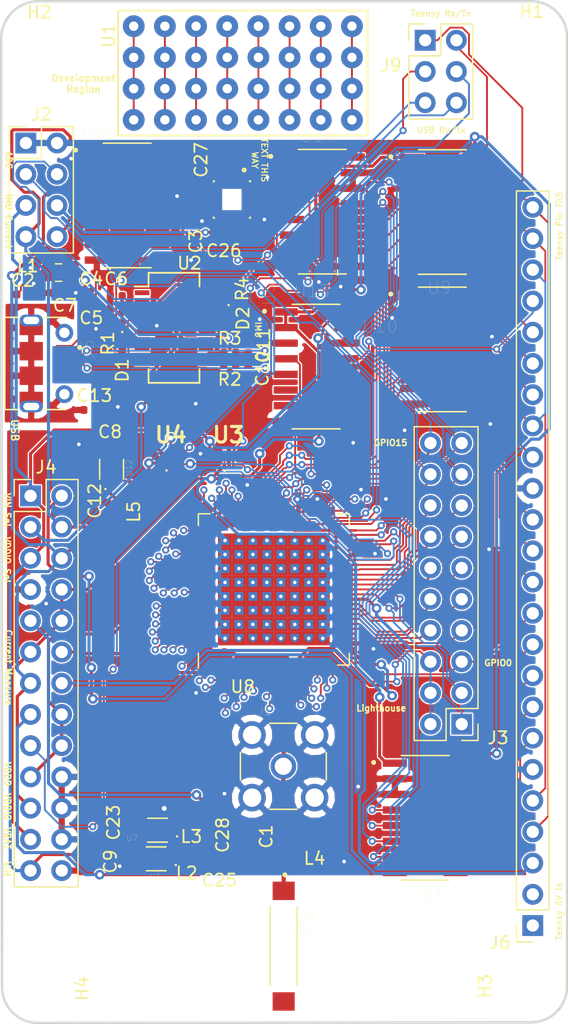
<source format=kicad_pcb>
(kicad_pcb (version 20171130) (host pcbnew "(5.0.2)-1")
  (layers (0 F.Cu signal) (31 B.Cu signal) (36 B.SilkS user) (37 F.SilkS user) (38 B.Mask user) (39 F.Mask user) (44 Edge.Cuts user))
  (net 0 "")
  (net 1 GND)
  (net 2 +VBAT)
  (net 3 +VDDD)
  (net 4 +VDDIO)
  (net 5 /GPIO7)
  (net 6 /GPIO5)
  (net 7 /GPIO3)
  (net 8 /GPIO1)
  (net 9 /GPIO8)
  (net 10 /GPIO6)
  (net 11 /GPIO4)
  (net 12 /GPIO2)
  (net 13 /GPIO10)
  (net 14 /GPIO12)
  (net 15 /GPIO14)
  (net 16 /GPIO15)
  (net 17 /GPIO9)
  (net 18 /GPIO11)
  (net 19 /GPIO13)
  (net 20 /GPIO0)
  (net 21 "Net-(U8-Pad100)")
  (net 22 "Net-(U8-Pad99)")
  (net 23 "Net-(U8-Pad98)")
  (net 24 "Net-(U8-Pad97)")
  (net 25 "Net-(U8-Pad96)")
  (net 26 "Net-(U8-Pad95)")
  (net 27 "Net-(U8-Pad94)")
  (net 28 "Net-(U8-Pad93)")
  (net 29 "Net-(U8-Pad91)")
  (net 30 "Net-(U8-Pad88)")
  (net 31 "Net-(U8-Pad87)")
  (net 32 "Net-(U8-Pad86)")
  (net 33 "Net-(U8-Pad85)")
  (net 34 "Net-(U8-Pad84)")
  (net 35 "Net-(U8-Pad83)")
  (net 36 "Net-(U8-Pad82)")
  (net 37 "Net-(U8-Pad81)")
  (net 38 "Net-(U8-Pad79)")
  (net 39 "Net-(U8-Pad78)")
  (net 40 "Net-(U8-Pad77)")
  (net 41 "Net-(U8-Pad76)")
  (net 42 "Net-(U8-Pad75)")
  (net 43 "Net-(U8-Pad74)")
  (net 44 "Net-(U8-Pad73)")
  (net 45 "Net-(U8-Pad52)")
  (net 46 "Net-(U8-Pad51)")
  (net 47 "Net-(U8-Pad25)")
  (net 48 "Net-(U8-Pad24)")
  (net 49 "Net-(U8-Pad23)")
  (net 50 "Net-(U8-Pad21)")
  (net 51 "Net-(U8-Pad20)")
  (net 52 "Net-(U8-Pad19)")
  (net 53 "Net-(U8-Pad18)")
  (net 54 "Net-(U8-Pad13)")
  (net 55 "Net-(U8-Pad9)")
  (net 56 "Net-(U8-Pad8)")
  (net 57 "Net-(U8-Pad7)")
  (net 58 "Net-(U8-Pad6)")
  (net 59 "Net-(U8-Pad3)")
  (net 60 "Net-(U8-Pad2)")
  (net 61 "Net-(U8-Pad1)")
  (net 62 /RsTx)
  (net 63 /RsRx)
  (net 64 /3WB_DATA)
  (net 65 /3WB_ENB)
  (net 66 /3WB_CLK)
  (net 67 /RF_IN)
  (net 68 /UART/D_P)
  (net 69 "Net-(R2-Pad2)")
  (net 70 /UART/D_N)
  (net 71 "Net-(R3-Pad1)")
  (net 72 "Net-(U2-Pad1)")
  (net 73 "Net-(U2-Pad2)")
  (net 74 "Net-(U2-Pad5)")
  (net 75 "Net-(U2-Pad7)")
  (net 76 "Net-(U2-Pad8)")
  (net 77 "Net-(U2-Pad9)")
  (net 78 +VUSB)
  (net 79 "Net-(U2-Pad18)")
  (net 80 "Net-(U2-Pad19)")
  (net 81 "Net-(C2-Pad1)")
  (net 82 /aSCSEL)
  (net 83 /aSCANIN)
  (net 84 /aLOAD)
  (net 85 /aSCANOUT)
  (net 86 /aPHI)
  (net 87 /aPHIb)
  (net 88 /Boot_Source_Sel)
  (net 89 /hReset)
  (net 90 /Clock)
  (net 91 "Net-(L3-Pad2)")
  (net 92 "Net-(L2-Pad2)")
  (net 93 +VIN)
  (net 94 "/Teensy Connections/aPHIb33")
  (net 95 "/Teensy Connections/aPHI33")
  (net 96 "/Teensy Connections/hReset33")
  (net 97 "/Teensy Connections/Clock33")
  (net 98 "/Teensy Connections/aSCANOUT33")
  (net 99 "/Teensy Connections/aLOAD33")
  (net 100 "/Teensy Connections/aSCANIN33")
  (net 101 "/Teensy Connections/aSCSEL33")
  (net 102 "Net-(U8-Pad72)")
  (net 103 "Net-(U8-Pad71)")
  (net 104 "Net-(U8-Pad70)")
  (net 105 "Net-(U8-Pad22)")
  (net 106 "Net-(U8-Pad12)")
  (net 107 "Net-(U8-Pad10)")
  (net 108 "Net-(D2-Pad1)")
  (net 109 "Net-(D1-Pad1)")
  (net 110 "Net-(D1-Pad2)")
  (net 111 "Net-(D2-Pad2)")
  (net 112 "Net-(U8-Pad92)")
  (net 113 /Tx33)
  (net 114 /Rx33)
  (net 115 "/Teensy Connections/3WB_DATA33")
  (net 116 "/Teensy Connections/3WB_ENB33")
  (net 117 "/Teensy Connections/3WB_CLK33")
  (net 118 /UART/RsTx33)
  (net 119 /UART/RsRx33)
  (net 120 /UART/RsTx33USB)
  (net 121 /UART/RsRx33USB)
  (net 122 "Net-(U5-Pad1)")
  (net 123 "Net-(U5-Pad7)")
  (net 124 "Net-(C3-Pad2)")
  (net 125 "Net-(U5-Pad12)")
  (net 126 "Net-(U5-Pad19)")
  (net 127 "Net-(U5-Pad21)")
  (net 128 +TEENSY33)
  (net 129 "Net-(U13-Pad6)")
  (net 130 "Net-(U13-Pad7)")
  (net 131 "Net-(U13-Pad10)")
  (net 132 "Net-(U13-Pad11)")
  (net 133 +V18IO)
  (net 134 "Net-(L5-Pad2)")
  (net 135 "Net-(U13-Pad5)")
  (net 136 "Net-(U13-Pad12)")
  (net 137 "Net-(C1-Pad1)")
  (net 138 +1VIN)
  (net 139 "Net-(U5-Pad17)")
  (net 140 "Net-(U5-Pad16)")
  (net 141 "Net-(U5-Pad15)")
  (net 142 "Net-(U5-Pad14)")
  (net 143 "Net-(U5-Pad6)")
  (net 144 "Net-(U5-Pad5)")
  (net 145 "Net-(U5-Pad4)")
  (net 146 "Net-(U5-Pad3)")
  (net 147 "Net-(U5-Pad2)")
  (net 148 "Net-(U1-Pad11)")
  (net 149 "Net-(U1-Pad12)")
  (net 150 "Net-(U1-Pad13)")
  (net 151 "Net-(U1-Pad14)")
  (net 152 "Net-(U1-Pad15)")
  (net 153 "Net-(U1-Pad16)")
  (net 154 "Net-(U1-Pad17)")
  (net 155 "Net-(U1-Pad18)")
  (net 156 "Net-(U15-Pad4)")
  (net 157 /GPIO13_IMU)
  (net 158 "Net-(U15-Pad6)")
  (net 159 "Net-(U15-Pad7)")
  (net 160 "Net-(U15-Pad10)")
  (net 161 "Net-(U15-Pad11)")
  (net 162 "Net-(U15-Pad13)")
  (net 163 "Net-(U14-Pad13)")
  (net 164 /GPIO15_IMU)
  (net 165 /GPIO12_IMU)
  (net 166 /GPIO14_IMU)
  (net 167 "Net-(U14-Pad4)")
  (net 168 "/Teensy Connections/GPO_ZERO33")
  (net 169 /GPO_ZERO)
  (net 170 +15VIN)
  (net 171 +VIN_IMU)
  (net 172 +V18IO_IMU)
  (net 173 "Net-(U8-Pad80)")
  (net 174 +VBATSCuM)
  (net 175 /ADC_IN)
  (net 176 /ADC_LDO_OUT)
  (net 177 +VDDIOSCuM)
  (net 178 "Net-(C13-Pad1)")
  (net 179 "Net-(J5-Pad4)")
  (net 180 +USB33)
  (net 181 "Net-(J6-Pad1)")
  (net 182 "Net-(J6-Pad2)")
  (net 183 "Net-(U10-Pad13)")
  (net 184 "Net-(U10-Pad4)")
  (module SamacSys_Parts:74LVC1G3157GS132 (layer F.Cu) (at 208.026 94.488)
    (fp_text reference U3 (at -0.0254 -2.0574) (layer F.SilkS) (effects (font (size 1.27 1.27) (thickness 0.254))))
    (fp_text value 74AVC1T45GS-Q100H hide)
    (pad 6 smd rect (at -0.35 -0.35) (size 0.15 0.5) (layers F.Cu F.Paste F.Mask) (net 93 +VIN))
    (pad 5 smd rect (at 0 -0.35) (size 0.15 0.5) (layers F.Cu F.Paste F.Mask) (net 1 GND))
    (pad 4 smd rect (at 0.35 -0.35) (size 0.15 0.5) (layers F.Cu F.Paste F.Mask) (net 119 /UART/RsRx33))
    (pad 3 smd rect (at 0.35 0.35) (size 0.15 0.5) (layers F.Cu F.Paste F.Mask) (net 63 /RsRx))
    (pad 2 smd rect (at 0 0.35) (size 0.15 0.5) (layers F.Cu F.Paste F.Mask) (net 1 GND))
    (pad 1 smd rect (at -0.35 0.35) (size 0.15 0.5) (layers F.Cu F.Paste F.Mask) (net 2 +VBAT))
  )
  (module SCUM:QFN-100_EP_12x12_Pitch0.4mm (layer F.Cu) (at 211.69737 104.99451 90)
    (fp_text reference U8 (at -7.90849 -2.52837 180) (layer F.SilkS))
    (fp_text value scum3)
    (pad 101 thru_hole circle (at 3.98125 3.98125 90) (size 0.56875 0.56875) (drill 0.284375) (layers *.Cu *.Mask) (net 1 GND))
    (pad 101 thru_hole circle (at 3.98125 2.84375 90) (size 0.56875 0.56875) (drill 0.284375) (layers *.Cu *.Mask) (net 1 GND))
    (pad 101 thru_hole circle (at 3.98125 1.70625 90) (size 0.56875 0.56875) (drill 0.284375) (layers *.Cu *.Mask) (net 1 GND))
    (pad 101 thru_hole circle (at 3.98125 0.56875 90) (size 0.56875 0.56875) (drill 0.284375) (layers *.Cu *.Mask) (net 1 GND))
    (pad 101 thru_hole circle (at 3.98125 -0.56875 90) (size 0.56875 0.56875) (drill 0.284375) (layers *.Cu *.Mask) (net 1 GND))
    (pad 101 thru_hole circle (at 3.98125 -1.70625 90) (size 0.56875 0.56875) (drill 0.284375) (layers *.Cu *.Mask) (net 1 GND))
    (pad 101 thru_hole circle (at 3.98125 -2.84375 90) (size 0.56875 0.56875) (drill 0.284375) (layers *.Cu *.Mask) (net 1 GND))
    (pad 101 thru_hole circle (at 3.98125 -3.98125 90) (size 0.56875 0.56875) (drill 0.284375) (layers *.Cu *.Mask) (net 1 GND))
    (pad 101 thru_hole circle (at 2.84375 3.98125 90) (size 0.56875 0.56875) (drill 0.284375) (layers *.Cu *.Mask) (net 1 GND))
    (pad 101 thru_hole circle (at 2.84375 2.84375 90) (size 0.56875 0.56875) (drill 0.284375) (layers *.Cu *.Mask) (net 1 GND))
    (pad 101 thru_hole circle (at 2.84375 1.70625 90) (size 0.56875 0.56875) (drill 0.284375) (layers *.Cu *.Mask) (net 1 GND))
    (pad 101 thru_hole circle (at 2.84375 0.56875 90) (size 0.56875 0.56875) (drill 0.284375) (layers *.Cu *.Mask) (net 1 GND))
    (pad 101 thru_hole circle (at 2.84375 -0.56875 90) (size 0.56875 0.56875) (drill 0.284375) (layers *.Cu *.Mask) (net 1 GND))
    (pad 101 thru_hole circle (at 2.84375 -1.70625 90) (size 0.56875 0.56875) (drill 0.284375) (layers *.Cu *.Mask) (net 1 GND))
    (pad 101 thru_hole circle (at 2.84375 -2.84375 90) (size 0.56875 0.56875) (drill 0.284375) (layers *.Cu *.Mask) (net 1 GND))
    (pad 101 thru_hole circle (at 2.84375 -3.98125 90) (size 0.56875 0.56875) (drill 0.284375) (layers *.Cu *.Mask) (net 1 GND))
    (pad 101 thru_hole circle (at 1.70625 3.98125 90) (size 0.56875 0.56875) (drill 0.284375) (layers *.Cu *.Mask) (net 1 GND))
    (pad 101 thru_hole circle (at 1.70625 2.84375 90) (size 0.56875 0.56875) (drill 0.284375) (layers *.Cu *.Mask) (net 1 GND))
    (pad 101 thru_hole circle (at 1.70625 1.70625 90) (size 0.56875 0.56875) (drill 0.284375) (layers *.Cu *.Mask) (net 1 GND))
    (pad 101 thru_hole circle (at 1.70625 0.56875 90) (size 0.56875 0.56875) (drill 0.284375) (layers *.Cu *.Mask) (net 1 GND))
    (pad 101 thru_hole circle (at 1.70625 -0.56875 90) (size 0.56875 0.56875) (drill 0.284375) (layers *.Cu *.Mask) (net 1 GND))
    (pad 101 thru_hole circle (at 1.70625 -1.70625 90) (size 0.56875 0.56875) (drill 0.284375) (layers *.Cu *.Mask) (net 1 GND))
    (pad 101 thru_hole circle (at 1.70625 -2.84375 90) (size 0.56875 0.56875) (drill 0.284375) (layers *.Cu *.Mask) (net 1 GND))
    (pad 101 thru_hole circle (at 1.70625 -3.98125 90) (size 0.56875 0.56875) (drill 0.284375) (layers *.Cu *.Mask) (net 1 GND))
    (pad 101 thru_hole circle (at 0.56875 3.98125 90) (size 0.56875 0.56875) (drill 0.284375) (layers *.Cu *.Mask) (net 1 GND))
    (pad 101 thru_hole circle (at 0.56875 2.84375 90) (size 0.56875 0.56875) (drill 0.284375) (layers *.Cu *.Mask) (net 1 GND))
    (pad 101 thru_hole circle (at 0.56875 1.70625 90) (size 0.56875 0.56875) (drill 0.284375) (layers *.Cu *.Mask) (net 1 GND))
    (pad 101 thru_hole circle (at 0.56875 0.56875 90) (size 0.56875 0.56875) (drill 0.284375) (layers *.Cu *.Mask) (net 1 GND))
    (pad 101 thru_hole circle (at 0.56875 -0.56875 90) (size 0.56875 0.56875) (drill 0.284375) (layers *.Cu *.Mask) (net 1 GND))
    (pad 101 thru_hole circle (at 0.56875 -1.70625 90) (size 0.56875 0.56875) (drill 0.284375) (layers *.Cu *.Mask) (net 1 GND))
    (pad 101 thru_hole circle (at 0.56875 -2.84375 90) (size 0.56875 0.56875) (drill 0.284375) (layers *.Cu *.Mask) (net 1 GND))
    (pad 101 thru_hole circle (at 0.56875 -3.98125 90) (size 0.56875 0.56875) (drill 0.284375) (layers *.Cu *.Mask) (net 1 GND))
    (pad 101 thru_hole circle (at -0.56875 3.98125 90) (size 0.56875 0.56875) (drill 0.284375) (layers *.Cu *.Mask) (net 1 GND))
    (pad 101 thru_hole circle (at -0.56875 2.84375 90) (size 0.56875 0.56875) (drill 0.284375) (layers *.Cu *.Mask) (net 1 GND))
    (pad 101 thru_hole circle (at -0.56875 1.70625 90) (size 0.56875 0.56875) (drill 0.284375) (layers *.Cu *.Mask) (net 1 GND))
    (pad 101 thru_hole circle (at -0.56875 0.56875 90) (size 0.56875 0.56875) (drill 0.284375) (layers *.Cu *.Mask) (net 1 GND))
    (pad 101 thru_hole circle (at -0.56875 -0.56875 90) (size 0.56875 0.56875) (drill 0.284375) (layers *.Cu *.Mask) (net 1 GND))
    (pad 101 thru_hole circle (at -0.56875 -1.70625 90) (size 0.56875 0.56875) (drill 0.284375) (layers *.Cu *.Mask) (net 1 GND))
    (pad 101 thru_hole circle (at -0.56875 -2.84375 90) (size 0.56875 0.56875) (drill 0.284375) (layers *.Cu *.Mask) (net 1 GND))
    (pad 101 thru_hole circle (at -0.56875 -3.98125 90) (size 0.56875 0.56875) (drill 0.284375) (layers *.Cu *.Mask) (net 1 GND))
    (pad 101 thru_hole circle (at -1.70625 3.98125 90) (size 0.56875 0.56875) (drill 0.284375) (layers *.Cu *.Mask) (net 1 GND))
    (pad 101 thru_hole circle (at -1.70625 2.84375 90) (size 0.56875 0.56875) (drill 0.284375) (layers *.Cu *.Mask) (net 1 GND))
    (pad 101 thru_hole circle (at -1.70625 1.70625 90) (size 0.56875 0.56875) (drill 0.284375) (layers *.Cu *.Mask) (net 1 GND))
    (pad 101 thru_hole circle (at -1.70625 0.56875 90) (size 0.56875 0.56875) (drill 0.284375) (layers *.Cu *.Mask) (net 1 GND))
    (pad 101 thru_hole circle (at -1.70625 -0.56875 90) (size 0.56875 0.56875) (drill 0.284375) (layers *.Cu *.Mask) (net 1 GND))
    (pad 101 thru_hole circle (at -1.70625 -1.70625 90) (size 0.56875 0.56875) (drill 0.284375) (layers *.Cu *.Mask) (net 1 GND))
    (pad 101 thru_hole circle (at -1.70625 -2.84375 90) (size 0.56875 0.56875) (drill 0.284375) (layers *.Cu *.Mask) (net 1 GND))
    (pad 101 thru_hole circle (at -1.70625 -3.98125 90) (size 0.56875 0.56875) (drill 0.284375) (layers *.Cu *.Mask) (net 1 GND))
    (pad 101 thru_hole circle (at -2.84375 3.98125 90) (size 0.56875 0.56875) (drill 0.284375) (layers *.Cu *.Mask) (net 1 GND))
    (pad 101 thru_hole circle (at -2.84375 2.84375 90) (size 0.56875 0.56875) (drill 0.284375) (layers *.Cu *.Mask) (net 1 GND))
    (pad 101 thru_hole circle (at -2.84375 1.70625 90) (size 0.56875 0.56875) (drill 0.284375) (layers *.Cu *.Mask) (net 1 GND))
    (pad 101 thru_hole circle (at -2.84375 0.56875 90) (size 0.56875 0.56875) (drill 0.284375) (layers *.Cu *.Mask) (net 1 GND))
    (pad 101 thru_hole circle (at -2.84375 -0.56875 90) (size 0.56875 0.56875) (drill 0.284375) (layers *.Cu *.Mask) (net 1 GND))
    (pad 101 thru_hole circle (at -2.84375 -1.70625 90) (size 0.56875 0.56875) (drill 0.284375) (layers *.Cu *.Mask) (net 1 GND))
    (pad 101 thru_hole circle (at -2.84375 -2.84375 90) (size 0.56875 0.56875) (drill 0.284375) (layers *.Cu *.Mask) (net 1 GND))
    (pad 101 thru_hole circle (at -2.84375 -3.98125 90) (size 0.56875 0.56875) (drill 0.284375) (layers *.Cu *.Mask) (net 1 GND))
    (pad 101 thru_hole circle (at -3.98125 3.98125 90) (size 0.56875 0.56875) (drill 0.284375) (layers *.Cu *.Mask) (net 1 GND))
    (pad 101 thru_hole circle (at -3.98125 2.84375 90) (size 0.56875 0.56875) (drill 0.284375) (layers *.Cu *.Mask) (net 1 GND))
    (pad 101 thru_hole circle (at -3.98125 1.70625 90) (size 0.56875 0.56875) (drill 0.284375) (layers *.Cu *.Mask) (net 1 GND))
    (pad 101 thru_hole circle (at -3.98125 0.56875 90) (size 0.56875 0.56875) (drill 0.284375) (layers *.Cu *.Mask) (net 1 GND))
    (pad 101 thru_hole circle (at -3.98125 -0.56875 90) (size 0.56875 0.56875) (drill 0.284375) (layers *.Cu *.Mask) (net 1 GND))
    (pad 101 thru_hole circle (at -3.98125 -1.70625 90) (size 0.56875 0.56875) (drill 0.284375) (layers *.Cu *.Mask) (net 1 GND))
    (pad 101 thru_hole circle (at -3.98125 -2.84375 90) (size 0.56875 0.56875) (drill 0.284375) (layers *.Cu *.Mask) (net 1 GND))
    (pad 101 thru_hole circle (at -3.98125 -3.98125 90) (size 0.56875 0.56875) (drill 0.284375) (layers *.Cu *.Mask) (net 1 GND))
    (pad 101 smd rect (at 3.98125 3.98125 90) (size 1.1375 1.1375) (layers F.Cu F.Paste F.Mask) (net 1 GND))
    (pad 101 smd rect (at 3.98125 2.84375 90) (size 1.1375 1.1375) (layers F.Cu F.Paste F.Mask) (net 1 GND))
    (pad 101 smd rect (at 3.98125 1.70625 90) (size 1.1375 1.1375) (layers F.Cu F.Paste F.Mask) (net 1 GND))
    (pad 101 smd rect (at 3.98125 0.56875 90) (size 1.1375 1.1375) (layers F.Cu F.Paste F.Mask) (net 1 GND))
    (pad 101 smd rect (at 3.98125 -0.56875 90) (size 1.1375 1.1375) (layers F.Cu F.Paste F.Mask) (net 1 GND))
    (pad 101 smd rect (at 3.98125 -1.70625 90) (size 1.1375 1.1375) (layers F.Cu F.Paste F.Mask) (net 1 GND))
    (pad 101 smd rect (at 3.98125 -2.84375 90) (size 1.1375 1.1375) (layers F.Cu F.Paste F.Mask) (net 1 GND))
    (pad 101 smd rect (at 3.98125 -3.98125 90) (size 1.1375 1.1375) (layers F.Cu F.Paste F.Mask) (net 1 GND))
    (pad 101 smd rect (at 2.84375 3.98125 90) (size 1.1375 1.1375) (layers F.Cu F.Paste F.Mask) (net 1 GND))
    (pad 101 smd rect (at 2.84375 2.84375 90) (size 1.1375 1.1375) (layers F.Cu F.Paste F.Mask) (net 1 GND))
    (pad 101 smd rect (at 2.84375 1.70625 90) (size 1.1375 1.1375) (layers F.Cu F.Paste F.Mask) (net 1 GND))
    (pad 101 smd rect (at 2.84375 0.56875 90) (size 1.1375 1.1375) (layers F.Cu F.Paste F.Mask) (net 1 GND))
    (pad 101 smd rect (at 2.84375 -0.56875 90) (size 1.1375 1.1375) (layers F.Cu F.Paste F.Mask) (net 1 GND))
    (pad 101 smd rect (at 2.84375 -1.70625 90) (size 1.1375 1.1375) (layers F.Cu F.Paste F.Mask) (net 1 GND))
    (pad 101 smd rect (at 2.84375 -2.84375 90) (size 1.1375 1.1375) (layers F.Cu F.Paste F.Mask) (net 1 GND))
    (pad 101 smd rect (at 2.84375 -3.98125 90) (size 1.1375 1.1375) (layers F.Cu F.Paste F.Mask) (net 1 GND))
    (pad 101 smd rect (at 1.70625 3.98125 90) (size 1.1375 1.1375) (layers F.Cu F.Paste F.Mask) (net 1 GND))
    (pad 101 smd rect (at 1.70625 2.84375 90) (size 1.1375 1.1375) (layers F.Cu F.Paste F.Mask) (net 1 GND))
    (pad 101 smd rect (at 1.70625 1.70625 90) (size 1.1375 1.1375) (layers F.Cu F.Paste F.Mask) (net 1 GND))
    (pad 101 smd rect (at 1.70625 0.56875 90) (size 1.1375 1.1375) (layers F.Cu F.Paste F.Mask) (net 1 GND))
    (pad 101 smd rect (at 1.70625 -0.56875 90) (size 1.1375 1.1375) (layers F.Cu F.Paste F.Mask) (net 1 GND))
    (pad 101 smd rect (at 1.70625 -1.70625 90) (size 1.1375 1.1375) (layers F.Cu F.Paste F.Mask) (net 1 GND))
    (pad 101 smd rect (at 1.70625 -2.84375 90) (size 1.1375 1.1375) (layers F.Cu F.Paste F.Mask) (net 1 GND))
    (pad 101 smd rect (at 1.70625 -3.98125 90) (size 1.1375 1.1375) (layers F.Cu F.Paste F.Mask) (net 1 GND))
    (pad 101 smd rect (at 0.56875 3.98125 90) (size 1.1375 1.1375) (layers F.Cu F.Paste F.Mask) (net 1 GND))
    (pad 101 smd rect (at 0.56875 2.84375 90) (size 1.1375 1.1375) (layers F.Cu F.Paste F.Mask) (net 1 GND))
    (pad 101 smd rect (at 0.56875 1.70625 90) (size 1.1375 1.1375) (layers F.Cu F.Paste F.Mask) (net 1 GND))
    (pad 101 smd rect (at 0.56875 0.56875 90) (size 1.1375 1.1375) (layers F.Cu F.Paste F.Mask) (net 1 GND))
    (pad 101 smd rect (at 0.56875 -0.56875 90) (size 1.1375 1.1375) (layers F.Cu F.Paste F.Mask) (net 1 GND))
    (pad 101 smd rect (at 0.56875 -1.70625 90) (size 1.1375 1.1375) (layers F.Cu F.Paste F.Mask) (net 1 GND))
    (pad 101 smd rect (at 0.56875 -2.84375 90) (size 1.1375 1.1375) (layers F.Cu F.Paste F.Mask) (net 1 GND))
    (pad 101 smd rect (at 0.56875 -3.98125 90) (size 1.1375 1.1375) (layers F.Cu F.Paste F.Mask) (net 1 GND))
    (pad 101 smd rect (at -0.56875 3.98125 90) (size 1.1375 1.1375) (layers F.Cu F.Paste F.Mask) (net 1 GND))
    (pad 101 smd rect (at -0.56875 2.84375 90) (size 1.1375 1.1375) (layers F.Cu F.Paste F.Mask) (net 1 GND))
    (pad 101 smd rect (at -0.56875 1.70625 90) (size 1.1375 1.1375) (layers F.Cu F.Paste F.Mask) (net 1 GND))
    (pad 101 smd rect (at -0.56875 0.56875 90) (size 1.1375 1.1375) (layers F.Cu F.Paste F.Mask) (net 1 GND))
    (pad 101 smd rect (at -0.56875 -0.56875 90) (size 1.1375 1.1375) (layers F.Cu F.Paste F.Mask) (net 1 GND))
    (pad 101 smd rect (at -0.56875 -1.70625 90) (size 1.1375 1.1375) (layers F.Cu F.Paste F.Mask) (net 1 GND))
    (pad 101 smd rect (at -0.56875 -2.84375 90) (size 1.1375 1.1375) (layers F.Cu F.Paste F.Mask) (net 1 GND))
    (pad 101 smd rect (at -0.56875 -3.98125 90) (size 1.1375 1.1375) (layers F.Cu F.Paste F.Mask) (net 1 GND))
    (pad 101 smd rect (at -1.70625 3.98125 90) (size 1.1375 1.1375) (layers F.Cu F.Paste F.Mask) (net 1 GND))
    (pad 101 smd rect (at -1.70625 2.84375 90) (size 1.1375 1.1375) (layers F.Cu F.Paste F.Mask) (net 1 GND))
    (pad 101 smd rect (at -1.70625 1.70625 90) (size 1.1375 1.1375) (layers F.Cu F.Paste F.Mask) (net 1 GND))
    (pad 101 smd rect (at -1.70625 0.56875 90) (size 1.1375 1.1375) (layers F.Cu F.Paste F.Mask) (net 1 GND))
    (pad 101 smd rect (at -1.70625 -0.56875 90) (size 1.1375 1.1375) (layers F.Cu F.Paste F.Mask) (net 1 GND))
    (pad 101 smd rect (at -1.70625 -1.70625 90) (size 1.1375 1.1375) (layers F.Cu F.Paste F.Mask) (net 1 GND))
    (pad 101 smd rect (at -1.70625 -2.84375 90) (size 1.1375 1.1375) (layers F.Cu F.Paste F.Mask) (net 1 GND))
    (pad 101 smd rect (at -1.70625 -3.98125 90) (size 1.1375 1.1375) (layers F.Cu F.Paste F.Mask) (net 1 GND))
    (pad 101 smd rect (at -2.84375 3.98125 90) (size 1.1375 1.1375) (layers F.Cu F.Paste F.Mask) (net 1 GND))
    (pad 101 smd rect (at -2.84375 2.84375 90) (size 1.1375 1.1375) (layers F.Cu F.Paste F.Mask) (net 1 GND))
    (pad 101 smd rect (at -2.84375 1.70625 90) (size 1.1375 1.1375) (layers F.Cu F.Paste F.Mask) (net 1 GND))
    (pad 101 smd rect (at -2.84375 0.56875 90) (size 1.1375 1.1375) (layers F.Cu F.Paste F.Mask) (net 1 GND))
    (pad 101 smd rect (at -2.84375 -0.56875 90) (size 1.1375 1.1375) (layers F.Cu F.Paste F.Mask) (net 1 GND))
    (pad 101 smd rect (at -2.84375 -1.70625 90) (size 1.1375 1.1375) (layers F.Cu F.Paste F.Mask) (net 1 GND))
    (pad 101 smd rect (at -2.84375 -2.84375 90) (size 1.1375 1.1375) (layers F.Cu F.Paste F.Mask) (net 1 GND))
    (pad 101 smd rect (at -2.84375 -3.98125 90) (size 1.1375 1.1375) (layers F.Cu F.Paste F.Mask) (net 1 GND))
    (pad 101 smd rect (at -3.98125 3.98125 90) (size 1.1375 1.1375) (layers F.Cu F.Paste F.Mask) (net 1 GND))
    (pad 101 smd rect (at -3.98125 2.84375 90) (size 1.1375 1.1375) (layers F.Cu F.Paste F.Mask) (net 1 GND))
    (pad 101 smd rect (at -3.98125 1.70625 90) (size 1.1375 1.1375) (layers F.Cu F.Paste F.Mask) (net 1 GND))
    (pad 101 smd rect (at -3.98125 0.56875 90) (size 1.1375 1.1375) (layers F.Cu F.Paste F.Mask) (net 1 GND))
    (pad 101 smd rect (at -3.98125 -0.56875 90) (size 1.1375 1.1375) (layers F.Cu F.Paste F.Mask) (net 1 GND))
    (pad 101 smd rect (at -3.98125 -1.70625 90) (size 1.1375 1.1375) (layers F.Cu F.Paste F.Mask) (net 1 GND))
    (pad 101 smd rect (at -3.98125 -2.84375 90) (size 1.1375 1.1375) (layers F.Cu F.Paste F.Mask) (net 1 GND))
    (pad 101 smd rect (at -3.98125 -3.98125 90) (size 1.1375 1.1375) (layers F.Cu F.Paste F.Mask) (net 1 GND))
    (pad 100 smd oval (at -4.8 -6.4 90) (size 0.2 0.8) (layers F.Cu F.Paste F.Mask) (net 21 "Net-(U8-Pad100)"))
    (pad 99 smd oval (at -4.4 -6.4 90) (size 0.2 0.8) (layers F.Cu F.Paste F.Mask) (net 22 "Net-(U8-Pad99)"))
    (pad 98 smd oval (at -4 -6.4 90) (size 0.2 0.8) (layers F.Cu F.Paste F.Mask) (net 23 "Net-(U8-Pad98)"))
    (pad 97 smd oval (at -3.6 -6.4 90) (size 0.2 0.8) (layers F.Cu F.Paste F.Mask) (net 24 "Net-(U8-Pad97)"))
    (pad 96 smd oval (at -3.2 -6.4 90) (size 0.2 0.8) (layers F.Cu F.Paste F.Mask) (net 25 "Net-(U8-Pad96)"))
    (pad 95 smd oval (at -2.8 -6.4 90) (size 0.2 0.8) (layers F.Cu F.Paste F.Mask) (net 26 "Net-(U8-Pad95)"))
    (pad 94 smd oval (at -2.4 -6.4 90) (size 0.2 0.8) (layers F.Cu F.Paste F.Mask) (net 27 "Net-(U8-Pad94)"))
    (pad 93 smd oval (at -2 -6.4 90) (size 0.2 0.8) (layers F.Cu F.Paste F.Mask) (net 28 "Net-(U8-Pad93)"))
    (pad 92 smd oval (at -1.6 -6.4 90) (size 0.2 0.8) (layers F.Cu F.Paste F.Mask) (net 112 "Net-(U8-Pad92)"))
    (pad 91 smd oval (at -1.2 -6.4 90) (size 0.2 0.8) (layers F.Cu F.Paste F.Mask) (net 29 "Net-(U8-Pad91)"))
    (pad 90 smd oval (at -0.8 -6.4 90) (size 0.2 0.8) (layers F.Cu F.Paste F.Mask) (net 3 +VDDD))
    (pad 89 smd oval (at -0.4 -6.4 90) (size 0.2 0.8) (layers F.Cu F.Paste F.Mask) (net 3 +VDDD))
    (pad 88 smd oval (at 0 -6.4 90) (size 0.2 0.8) (layers F.Cu F.Paste F.Mask) (net 30 "Net-(U8-Pad88)"))
    (pad 87 smd oval (at 0.4 -6.4 90) (size 0.2 0.8) (layers F.Cu F.Paste F.Mask) (net 31 "Net-(U8-Pad87)"))
    (pad 86 smd oval (at 0.8 -6.4 90) (size 0.2 0.8) (layers F.Cu F.Paste F.Mask) (net 32 "Net-(U8-Pad86)"))
    (pad 85 smd oval (at 1.2 -6.4 90) (size 0.2 0.8) (layers F.Cu F.Paste F.Mask) (net 33 "Net-(U8-Pad85)"))
    (pad 84 smd oval (at 1.6 -6.4 90) (size 0.2 0.8) (layers F.Cu F.Paste F.Mask) (net 34 "Net-(U8-Pad84)"))
    (pad 83 smd oval (at 2 -6.4 90) (size 0.2 0.8) (layers F.Cu F.Paste F.Mask) (net 35 "Net-(U8-Pad83)"))
    (pad 82 smd oval (at 2.4 -6.4 90) (size 0.2 0.8) (layers F.Cu F.Paste F.Mask) (net 36 "Net-(U8-Pad82)"))
    (pad 81 smd oval (at 2.8 -6.4 90) (size 0.2 0.8) (layers F.Cu F.Paste F.Mask) (net 37 "Net-(U8-Pad81)"))
    (pad 80 smd oval (at 3.2 -6.4 90) (size 0.2 0.8) (layers F.Cu F.Paste F.Mask) (net 173 "Net-(U8-Pad80)"))
    (pad 79 smd oval (at 3.6 -6.4 90) (size 0.2 0.8) (layers F.Cu F.Paste F.Mask) (net 38 "Net-(U8-Pad79)"))
    (pad 78 smd oval (at 4 -6.4 90) (size 0.2 0.8) (layers F.Cu F.Paste F.Mask) (net 39 "Net-(U8-Pad78)"))
    (pad 77 smd oval (at 4.4 -6.4 90) (size 0.2 0.8) (layers F.Cu F.Paste F.Mask) (net 40 "Net-(U8-Pad77)"))
    (pad 76 smd oval (at 4.8 -6.4 90) (size 0.2 0.8) (layers F.Cu F.Paste F.Mask) (net 41 "Net-(U8-Pad76)"))
    (pad 75 smd oval (at 6.4 -4.8 180) (size 0.2 0.8) (layers F.Cu F.Paste F.Mask) (net 42 "Net-(U8-Pad75)"))
    (pad 74 smd oval (at 6.4 -4.4 180) (size 0.2 0.8) (layers F.Cu F.Paste F.Mask) (net 43 "Net-(U8-Pad74)"))
    (pad 73 smd oval (at 6.4 -4 180) (size 0.2 0.8) (layers F.Cu F.Paste F.Mask) (net 44 "Net-(U8-Pad73)"))
    (pad 72 smd oval (at 6.4 -3.6 180) (size 0.2 0.8) (layers F.Cu F.Paste F.Mask) (net 102 "Net-(U8-Pad72)"))
    (pad 71 smd oval (at 6.4 -3.2 180) (size 0.2 0.8) (layers F.Cu F.Paste F.Mask) (net 103 "Net-(U8-Pad71)"))
    (pad 70 smd oval (at 6.4 -2.8 180) (size 0.2 0.8) (layers F.Cu F.Paste F.Mask) (net 104 "Net-(U8-Pad70)"))
    (pad 69 smd oval (at 6.4 -2.4 180) (size 0.2 0.8) (layers F.Cu F.Paste F.Mask) (net 1 GND))
    (pad 68 smd oval (at 6.4 -2 180) (size 0.2 0.8) (layers F.Cu F.Paste F.Mask) (net 82 /aSCSEL))
    (pad 67 smd oval (at 6.4 -1.6 180) (size 0.2 0.8) (layers F.Cu F.Paste F.Mask) (net 83 /aSCANIN))
    (pad 66 smd oval (at 6.4 -1.2 180) (size 0.2 0.8) (layers F.Cu F.Paste F.Mask) (net 84 /aLOAD))
    (pad 65 smd oval (at 6.4 -0.8 180) (size 0.2 0.8) (layers F.Cu F.Paste F.Mask) (net 85 /aSCANOUT))
    (pad 64 smd oval (at 6.4 -0.4 180) (size 0.2 0.8) (layers F.Cu F.Paste F.Mask) (net 86 /aPHI))
    (pad 63 smd oval (at 6.4 0 180) (size 0.2 0.8) (layers F.Cu F.Paste F.Mask) (net 87 /aPHIb))
    (pad 62 smd oval (at 6.4 0.4 180) (size 0.2 0.8) (layers F.Cu F.Paste F.Mask) (net 174 +VBATSCuM))
    (pad 61 smd oval (at 6.4 0.8 180) (size 0.2 0.8) (layers F.Cu F.Paste F.Mask) (net 88 /Boot_Source_Sel))
    (pad 60 smd oval (at 6.4 1.2 180) (size 0.2 0.8) (layers F.Cu F.Paste F.Mask) (net 89 /hReset))
    (pad 59 smd oval (at 6.4 1.6 180) (size 0.2 0.8) (layers F.Cu F.Paste F.Mask) (net 174 +VBATSCuM))
    (pad 58 smd oval (at 6.4 2 180) (size 0.2 0.8) (layers F.Cu F.Paste F.Mask) (net 1 GND))
    (pad 57 smd oval (at 6.4 2.4 180) (size 0.2 0.8) (layers F.Cu F.Paste F.Mask) (net 169 /GPO_ZERO))
    (pad 56 smd oval (at 6.4 2.8 180) (size 0.2 0.8) (layers F.Cu F.Paste F.Mask) (net 90 /Clock))
    (pad 55 smd oval (at 6.4 3.2 180) (size 0.2 0.8) (layers F.Cu F.Paste F.Mask) (net 1 GND))
    (pad 54 smd oval (at 6.4 3.6 180) (size 0.2 0.8) (layers F.Cu F.Paste F.Mask) (net 175 /ADC_IN))
    (pad 53 smd oval (at 6.4 4 180) (size 0.2 0.8) (layers F.Cu F.Paste F.Mask) (net 176 /ADC_LDO_OUT))
    (pad 52 smd oval (at 6.4 4.4 180) (size 0.2 0.8) (layers F.Cu F.Paste F.Mask) (net 45 "Net-(U8-Pad52)"))
    (pad 51 smd oval (at 6.4 4.8 180) (size 0.2 0.8) (layers F.Cu F.Paste F.Mask) (net 46 "Net-(U8-Pad51)"))
    (pad 50 smd oval (at 4.8 6.4 90) (size 0.2 0.8) (layers F.Cu F.Paste F.Mask) (net 64 /3WB_DATA))
    (pad 49 smd oval (at 4.4 6.4 90) (size 0.2 0.8) (layers F.Cu F.Paste F.Mask) (net 65 /3WB_ENB))
    (pad 48 smd oval (at 4 6.4 90) (size 0.2 0.8) (layers F.Cu F.Paste F.Mask) (net 66 /3WB_CLK))
    (pad 47 smd oval (at 3.6 6.4 90) (size 0.2 0.8) (layers F.Cu F.Paste F.Mask) (net 63 /RsRx))
    (pad 46 smd oval (at 3.2 6.4 90) (size 0.2 0.8) (layers F.Cu F.Paste F.Mask) (net 62 /RsTx))
    (pad 45 smd oval (at 2.8 6.4 90) (size 0.2 0.8) (layers F.Cu F.Paste F.Mask) (net 1 GND))
    (pad 44 smd oval (at 2.4 6.4 90) (size 0.2 0.8) (layers F.Cu F.Paste F.Mask) (net 16 /GPIO15))
    (pad 43 smd oval (at 2 6.4 90) (size 0.2 0.8) (layers F.Cu F.Paste F.Mask) (net 15 /GPIO14))
    (pad 42 smd oval (at 1.6 6.4 90) (size 0.2 0.8) (layers F.Cu F.Paste F.Mask) (net 19 /GPIO13))
    (pad 41 smd oval (at 1.2 6.4 90) (size 0.2 0.8) (layers F.Cu F.Paste F.Mask) (net 14 /GPIO12))
    (pad 40 smd oval (at 0.8 6.4 90) (size 0.2 0.8) (layers F.Cu F.Paste F.Mask) (net 18 /GPIO11))
    (pad 39 smd oval (at 0.4 6.4 90) (size 0.2 0.8) (layers F.Cu F.Paste F.Mask) (net 13 /GPIO10))
    (pad 38 smd oval (at 0 6.4 90) (size 0.2 0.8) (layers F.Cu F.Paste F.Mask) (net 17 /GPIO9))
    (pad 37 smd oval (at -0.4 6.4 90) (size 0.2 0.8) (layers F.Cu F.Paste F.Mask) (net 9 /GPIO8))
    (pad 36 smd oval (at -0.8 6.4 90) (size 0.2 0.8) (layers F.Cu F.Paste F.Mask) (net 177 +VDDIOSCuM))
    (pad 35 smd oval (at -1.2 6.4 90) (size 0.2 0.8) (layers F.Cu F.Paste F.Mask) (net 5 /GPIO7))
    (pad 34 smd oval (at -1.6 6.4 90) (size 0.2 0.8) (layers F.Cu F.Paste F.Mask) (net 10 /GPIO6))
    (pad 33 smd oval (at -2 6.4 90) (size 0.2 0.8) (layers F.Cu F.Paste F.Mask) (net 6 /GPIO5))
    (pad 32 smd oval (at -2.4 6.4 90) (size 0.2 0.8) (layers F.Cu F.Paste F.Mask) (net 11 /GPIO4))
    (pad 31 smd oval (at -2.8 6.4 90) (size 0.2 0.8) (layers F.Cu F.Paste F.Mask) (net 7 /GPIO3))
    (pad 30 smd oval (at -3.2 6.4 90) (size 0.2 0.8) (layers F.Cu F.Paste F.Mask) (net 12 /GPIO2))
    (pad 29 smd oval (at -3.6 6.4 90) (size 0.2 0.8) (layers F.Cu F.Paste F.Mask) (net 8 /GPIO1))
    (pad 28 smd oval (at -4 6.4 90) (size 0.2 0.8) (layers F.Cu F.Paste F.Mask) (net 20 /GPIO0))
    (pad 27 smd oval (at -4.4 6.4 90) (size 0.2 0.8) (layers F.Cu F.Paste F.Mask) (net 1 GND))
    (pad 26 smd oval (at -4.8 6.4 90) (size 0.2 0.8) (layers F.Cu F.Paste F.Mask) (net 174 +VBATSCuM))
    (pad 25 smd oval (at -6.4 4.8 180) (size 0.2 0.8) (layers F.Cu F.Paste F.Mask) (net 47 "Net-(U8-Pad25)"))
    (pad 24 smd oval (at -6.4 4.4 180) (size 0.2 0.8) (layers F.Cu F.Paste F.Mask) (net 48 "Net-(U8-Pad24)"))
    (pad 23 smd oval (at -6.4 4 180) (size 0.2 0.8) (layers F.Cu F.Paste F.Mask) (net 49 "Net-(U8-Pad23)"))
    (pad 22 smd oval (at -6.4 3.6 180) (size 0.2 0.8) (layers F.Cu F.Paste F.Mask) (net 105 "Net-(U8-Pad22)"))
    (pad 21 smd oval (at -6.4 3.2 180) (size 0.2 0.8) (layers F.Cu F.Paste F.Mask) (net 50 "Net-(U8-Pad21)"))
    (pad 20 smd oval (at -6.4 2.8 180) (size 0.2 0.8) (layers F.Cu F.Paste F.Mask) (net 51 "Net-(U8-Pad20)"))
    (pad 19 smd oval (at -6.4 2.4 180) (size 0.2 0.8) (layers F.Cu F.Paste F.Mask) (net 52 "Net-(U8-Pad19)"))
    (pad 18 smd oval (at -6.4 2 180) (size 0.2 0.8) (layers F.Cu F.Paste F.Mask) (net 53 "Net-(U8-Pad18)"))
    (pad 17 smd oval (at -6.4 1.6 180) (size 0.2 0.8) (layers F.Cu F.Paste F.Mask) (net 174 +VBATSCuM))
    (pad 16 smd oval (at -6.4 1.2 180) (size 0.2 0.8) (layers F.Cu F.Paste F.Mask) (net 1 GND))
    (pad 15 smd oval (at -6.4 0.8 180) (size 0.2 0.8) (layers F.Cu F.Paste F.Mask) (net 67 /RF_IN))
    (pad 14 smd oval (at -6.4 0.4 180) (size 0.2 0.8) (layers F.Cu F.Paste F.Mask) (net 1 GND))
    (pad 13 smd oval (at -6.4 0 180) (size 0.2 0.8) (layers F.Cu F.Paste F.Mask) (net 54 "Net-(U8-Pad13)"))
    (pad 12 smd oval (at -6.4 -0.4 180) (size 0.2 0.8) (layers F.Cu F.Paste F.Mask) (net 106 "Net-(U8-Pad12)"))
    (pad 11 smd oval (at -6.4 -0.8 180) (size 0.2 0.8) (layers F.Cu F.Paste F.Mask) (net 1 GND))
    (pad 10 smd oval (at -6.4 -1.2 180) (size 0.2 0.8) (layers F.Cu F.Paste F.Mask) (net 107 "Net-(U8-Pad10)"))
    (pad 9 smd oval (at -6.4 -1.6 180) (size 0.2 0.8) (layers F.Cu F.Paste F.Mask) (net 55 "Net-(U8-Pad9)"))
    (pad 8 smd oval (at -6.4 -2 180) (size 0.2 0.8) (layers F.Cu F.Paste F.Mask) (net 56 "Net-(U8-Pad8)"))
    (pad 7 smd oval (at -6.4 -2.4 180) (size 0.2 0.8) (layers F.Cu F.Paste F.Mask) (net 57 "Net-(U8-Pad7)"))
    (pad 6 smd oval (at -6.4 -2.8 180) (size 0.2 0.8) (layers F.Cu F.Paste F.Mask) (net 58 "Net-(U8-Pad6)"))
    (pad 5 smd oval (at -6.4 -3.2 180) (size 0.2 0.8) (layers F.Cu F.Paste F.Mask) (net 1 GND))
    (pad 4 smd oval (at -6.4 -3.6 180) (size 0.2 0.8) (layers F.Cu F.Paste F.Mask) (net 174 +VBATSCuM))
    (pad 3 smd oval (at -6.4 -4 180) (size 0.2 0.8) (layers F.Cu F.Paste F.Mask) (net 59 "Net-(U8-Pad3)"))
    (pad 2 smd oval (at -6.4 -4.4 180) (size 0.2 0.8) (layers F.Cu F.Paste F.Mask) (net 60 "Net-(U8-Pad2)"))
    (pad 1 smd oval (at -6.4 -4.8 180) (size 0.2 0.8) (layers F.Cu F.Paste F.Mask) (net 61 "Net-(U8-Pad1)"))
  )
  (module Connector_PinHeader_2.54mm:PinHeader_2x10_P2.54mm_Vertical (layer F.Cu) (at 226.9998 115.951 180)
    (fp_text reference J3 (at -2.9718 -1.1176 180) (layer F.SilkS))
    (fp_text value Conn_02x10_Odd_Even)
    (pad 20 thru_hole oval (at 2.54 22.86 180) (size 1.7 1.7) (drill 1) (layers *.Cu *.Mask) (net 16 /GPIO15))
    (pad 19 thru_hole oval (at 0 22.86 180) (size 1.7 1.7) (drill 1) (layers *.Cu *.Mask) (net 15 /GPIO14))
    (pad 18 thru_hole oval (at 2.54 20.32 180) (size 1.7 1.7) (drill 1) (layers *.Cu *.Mask) (net 19 /GPIO13))
    (pad 17 thru_hole oval (at 0 20.32 180) (size 1.7 1.7) (drill 1) (layers *.Cu *.Mask) (net 14 /GPIO12))
    (pad 16 thru_hole oval (at 2.54 17.78 180) (size 1.7 1.7) (drill 1) (layers *.Cu *.Mask) (net 18 /GPIO11))
    (pad 15 thru_hole oval (at 0 17.78 180) (size 1.7 1.7) (drill 1) (layers *.Cu *.Mask) (net 13 /GPIO10))
    (pad 14 thru_hole oval (at 2.54 15.24 180) (size 1.7 1.7) (drill 1) (layers *.Cu *.Mask) (net 17 /GPIO9))
    (pad 13 thru_hole oval (at 0 15.24 180) (size 1.7 1.7) (drill 1) (layers *.Cu *.Mask) (net 9 /GPIO8))
    (pad 12 thru_hole oval (at 2.54 12.7 180) (size 1.7 1.7) (drill 1) (layers *.Cu *.Mask) (net 5 /GPIO7))
    (pad 11 thru_hole oval (at 0 12.7 180) (size 1.7 1.7) (drill 1) (layers *.Cu *.Mask) (net 10 /GPIO6))
    (pad 10 thru_hole oval (at 2.54 10.16 180) (size 1.7 1.7) (drill 1) (layers *.Cu *.Mask) (net 6 /GPIO5))
    (pad 9 thru_hole oval (at 0 10.16 180) (size 1.7 1.7) (drill 1) (layers *.Cu *.Mask) (net 11 /GPIO4))
    (pad 8 thru_hole oval (at 2.54 7.62 180) (size 1.7 1.7) (drill 1) (layers *.Cu *.Mask) (net 7 /GPIO3))
    (pad 7 thru_hole oval (at 0 7.62 180) (size 1.7 1.7) (drill 1) (layers *.Cu *.Mask) (net 12 /GPIO2))
    (pad 6 thru_hole oval (at 2.54 5.08 180) (size 1.7 1.7) (drill 1) (layers *.Cu *.Mask) (net 8 /GPIO1))
    (pad 5 thru_hole oval (at 0 5.08 180) (size 1.7 1.7) (drill 1) (layers *.Cu *.Mask) (net 20 /GPIO0))
    (pad 4 thru_hole oval (at 2.54 2.54 180) (size 1.7 1.7) (drill 1) (layers *.Cu *.Mask) (net 8 /GPIO1))
    (pad 3 thru_hole oval (at 0 2.54 180) (size 1.7 1.7) (drill 1) (layers *.Cu *.Mask) (net 17 /GPIO9))
    (pad 2 thru_hole oval (at 2.54 0 180) (size 1.7 1.7) (drill 1) (layers *.Cu *.Mask) (net 8 /GPIO1))
    (pad 1 thru_hole rect (at 0 0 180) (size 1.7 1.7) (drill 1) (layers *.Cu *.Mask) (net 9 /GPIO8))
  )
  (module Capacitor_SMD:C_0402_1005Metric (layer F.Cu) (at 196.6976 90.3986)
    (fp_text reference C13 (at 0.381 -1.17) (layer F.SilkS))
    (fp_text value C)
    (pad 2 smd roundrect (at 0.485 0) (size 0.59 0.64) (layers F.Cu F.Paste F.Mask) (net 1 GND))
    (pad 1 smd roundrect (at -0.485 0) (size 0.59 0.64) (layers F.Cu F.Paste F.Mask) (net 178 "Net-(C13-Pad1)"))
  )
  (module Connector_PinHeader_2.54mm:PinHeader_2x04_P2.54mm_Vertical (layer F.Cu) (at 191.4906 68.6816)
    (fp_text reference J2 (at 1.27 -2.33) (layer F.SilkS))
    (fp_text value Conn_02x04_Odd_Even)
    (pad 8 thru_hole oval (at 2.54 7.62) (size 1.7 1.7) (drill 1) (layers *.Cu *.Mask) (net 172 +V18IO_IMU))
    (pad 7 thru_hole oval (at 0 7.62) (size 1.7 1.7) (drill 1) (layers *.Cu *.Mask) (net 133 +V18IO))
    (pad 6 thru_hole oval (at 2.54 5.08) (size 1.7 1.7) (drill 1) (layers *.Cu *.Mask) (net 171 +VIN_IMU))
    (pad 5 thru_hole oval (at 0 5.08) (size 1.7 1.7) (drill 1) (layers *.Cu *.Mask) (net 93 +VIN))
    (pad 4 thru_hole oval (at 2.54 2.54) (size 1.7 1.7) (drill 1) (layers *.Cu *.Mask) (net 176 /ADC_LDO_OUT))
    (pad 3 thru_hole oval (at 0 2.54) (size 1.7 1.7) (drill 1) (layers *.Cu *.Mask) (net 175 /ADC_IN))
    (pad 2 thru_hole oval (at 2.54 0) (size 1.7 1.7) (drill 1) (layers *.Cu *.Mask) (net 1 GND))
    (pad 1 thru_hole rect (at 0 0) (size 1.7 1.7) (drill 1) (layers *.Cu *.Mask) (net 1 GND))
  )
  (module Connector_PinHeader_2.54mm:PinHeader_2x13_P2.54mm_Vertical (layer F.Cu) (at 191.8716 97.3836)
    (fp_text reference J4 (at 1.27 -2.33) (layer F.SilkS))
    (fp_text value Conn_02x13_Odd_Even)
    (pad 26 thru_hole oval (at 2.54 30.48) (size 1.7 1.7) (drill 1) (layers *.Cu *.Mask) (net 1 GND))
    (pad 25 thru_hole oval (at 0 30.48) (size 1.7 1.7) (drill 1) (layers *.Cu *.Mask) (net 93 +VIN))
    (pad 24 thru_hole oval (at 2.54 27.94) (size 1.7 1.7) (drill 1) (layers *.Cu *.Mask) (net 1 GND))
    (pad 23 thru_hole oval (at 0 27.94) (size 1.7 1.7) (drill 1) (layers *.Cu *.Mask) (net 2 +VBAT))
    (pad 22 thru_hole oval (at 2.54 25.4) (size 1.7 1.7) (drill 1) (layers *.Cu *.Mask) (net 1 GND))
    (pad 21 thru_hole oval (at 0 25.4) (size 1.7 1.7) (drill 1) (layers *.Cu *.Mask) (net 4 +VDDIO))
    (pad 20 thru_hole oval (at 2.54 22.86) (size 1.7 1.7) (drill 1) (layers *.Cu *.Mask) (net 1 GND))
    (pad 19 thru_hole oval (at 0 22.86) (size 1.7 1.7) (drill 1) (layers *.Cu *.Mask) (net 3 +VDDD))
    (pad 18 thru_hole oval (at 2.54 20.32) (size 1.7 1.7) (drill 1) (layers *.Cu *.Mask) (net 3 +VDDD))
    (pad 17 thru_hole oval (at 0 20.32) (size 1.7 1.7) (drill 1) (layers *.Cu *.Mask) (net 88 /Boot_Source_Sel))
    (pad 16 thru_hole oval (at 2.54 17.78) (size 1.7 1.7) (drill 1) (layers *.Cu *.Mask) (net 3 +VDDD))
    (pad 15 thru_hole oval (at 0 17.78) (size 1.7 1.7) (drill 1) (layers *.Cu *.Mask) (net 138 +1VIN))
    (pad 14 thru_hole oval (at 2.54 15.24) (size 1.7 1.7) (drill 1) (layers *.Cu *.Mask) (net 177 +VDDIOSCuM))
    (pad 13 thru_hole oval (at 0 15.24) (size 1.7 1.7) (drill 1) (layers *.Cu *.Mask) (net 4 +VDDIO))
    (pad 12 thru_hole oval (at 2.54 12.7) (size 1.7 1.7) (drill 1) (layers *.Cu *.Mask) (net 174 +VBATSCuM))
    (pad 11 thru_hole oval (at 0 12.7) (size 1.7 1.7) (drill 1) (layers *.Cu *.Mask) (net 2 +VBAT))
    (pad 10 thru_hole oval (at 2.54 10.16) (size 1.7 1.7) (drill 1) (layers *.Cu *.Mask) (net 2 +VBAT))
    (pad 9 thru_hole oval (at 0 10.16) (size 1.7 1.7) (drill 1) (layers *.Cu *.Mask) (net 170 +15VIN))
    (pad 8 thru_hole oval (at 2.54 7.62) (size 1.7 1.7) (drill 1) (layers *.Cu *.Mask) (net 2 +VBAT))
    (pad 7 thru_hole oval (at 0 7.62) (size 1.7 1.7) (drill 1) (layers *.Cu *.Mask) (net 1 GND))
    (pad 6 thru_hole oval (at 2.54 5.08) (size 1.7 1.7) (drill 1) (layers *.Cu *.Mask) (net 4 +VDDIO))
    (pad 5 thru_hole oval (at 0 5.08) (size 1.7 1.7) (drill 1) (layers *.Cu *.Mask) (net 93 +VIN))
    (pad 4 thru_hole oval (at 2.54 2.54) (size 1.7 1.7) (drill 1) (layers *.Cu *.Mask) (net 133 +V18IO))
    (pad 3 thru_hole oval (at 0 2.54) (size 1.7 1.7) (drill 1) (layers *.Cu *.Mask) (net 180 +USB33))
    (pad 2 thru_hole oval (at 2.54 0) (size 1.7 1.7) (drill 1) (layers *.Cu *.Mask) (net 128 +TEENSY33))
    (pad 1 thru_hole rect (at 0 0) (size 1.7 1.7) (drill 1) (layers *.Cu *.Mask) (net 93 +VIN))
  )
  (module Connector_PinSocket_2.54mm:PinSocket_1x24_P2.54mm_Vertical (layer F.Cu) (at 232.791 132.334 180)
    (fp_text reference J6 (at 2.667 -1.397 180) (layer F.SilkS))
    (fp_text value Conn_01x24)
    (pad 24 thru_hole oval (at 0 58.42 180) (size 1.7 1.7) (drill 1) (layers *.Cu *.Mask) (net 113 /Tx33))
    (pad 23 thru_hole oval (at 0 55.88 180) (size 1.7 1.7) (drill 1) (layers *.Cu *.Mask) (net 114 /Rx33))
    (pad 22 thru_hole oval (at 0 53.34 180) (size 1.7 1.7) (drill 1) (layers *.Cu *.Mask) (net 101 "/Teensy Connections/aSCSEL33"))
    (pad 21 thru_hole oval (at 0 50.8 180) (size 1.7 1.7) (drill 1) (layers *.Cu *.Mask) (net 98 "/Teensy Connections/aSCANOUT33"))
    (pad 20 thru_hole oval (at 0 48.26 180) (size 1.7 1.7) (drill 1) (layers *.Cu *.Mask) (net 100 "/Teensy Connections/aSCANIN33"))
    (pad 19 thru_hole oval (at 0 45.72 180) (size 1.7 1.7) (drill 1) (layers *.Cu *.Mask) (net 99 "/Teensy Connections/aLOAD33"))
    (pad 18 thru_hole oval (at 0 43.18 180) (size 1.7 1.7) (drill 1) (layers *.Cu *.Mask) (net 95 "/Teensy Connections/aPHI33"))
    (pad 17 thru_hole oval (at 0 40.64 180) (size 1.7 1.7) (drill 1) (layers *.Cu *.Mask) (net 101 "/Teensy Connections/aSCSEL33"))
    (pad 16 thru_hole oval (at 0 38.1 180) (size 1.7 1.7) (drill 1) (layers *.Cu *.Mask) (net 98 "/Teensy Connections/aSCANOUT33"))
    (pad 15 thru_hole oval (at 0 35.56 180) (size 1.7 1.7) (drill 1) (layers *.Cu *.Mask) (net 1 GND))
    (pad 14 thru_hole oval (at 0 33.02 180) (size 1.7 1.7) (drill 1) (layers *.Cu *.Mask) (net 94 "/Teensy Connections/aPHIb33"))
    (pad 13 thru_hole oval (at 0 30.48 180) (size 1.7 1.7) (drill 1) (layers *.Cu *.Mask) (net 97 "/Teensy Connections/Clock33"))
    (pad 12 thru_hole oval (at 0 27.94 180) (size 1.7 1.7) (drill 1) (layers *.Cu *.Mask) (net 168 "/Teensy Connections/GPO_ZERO33"))
    (pad 11 thru_hole oval (at 0 25.4 180) (size 1.7 1.7) (drill 1) (layers *.Cu *.Mask) (net 20 /GPIO0))
    (pad 10 thru_hole oval (at 0 22.86 180) (size 1.7 1.7) (drill 1) (layers *.Cu *.Mask) (net 115 "/Teensy Connections/3WB_DATA33"))
    (pad 9 thru_hole oval (at 0 20.32 180) (size 1.7 1.7) (drill 1) (layers *.Cu *.Mask) (net 116 "/Teensy Connections/3WB_ENB33"))
    (pad 8 thru_hole oval (at 0 17.78 180) (size 1.7 1.7) (drill 1) (layers *.Cu *.Mask) (net 117 "/Teensy Connections/3WB_CLK33"))
    (pad 7 thru_hole oval (at 0 15.24 180) (size 1.7 1.7) (drill 1) (layers *.Cu *.Mask) (net 96 "/Teensy Connections/hReset33"))
    (pad 6 thru_hole oval (at 0 12.7 180) (size 1.7 1.7) (drill 1) (layers *.Cu *.Mask) (net 1 GND))
    (pad 5 thru_hole oval (at 0 10.16 180) (size 1.7 1.7) (drill 1) (layers *.Cu *.Mask) (net 114 /Rx33))
    (pad 4 thru_hole oval (at 0 7.62 180) (size 1.7 1.7) (drill 1) (layers *.Cu *.Mask) (net 113 /Tx33))
    (pad 3 thru_hole oval (at 0 5.08 180) (size 1.7 1.7) (drill 1) (layers *.Cu *.Mask) (net 128 +TEENSY33))
    (pad 2 thru_hole oval (at 0 2.54 180) (size 1.7 1.7) (drill 1) (layers *.Cu *.Mask) (net 182 "Net-(J6-Pad2)"))
    (pad 1 thru_hole rect (at 0 0 180) (size 1.7 1.7) (drill 1) (layers *.Cu *.Mask) (net 181 "Net-(J6-Pad1)"))
  )
  (module SCUM:MOLEX_1050170001 (layer F.Cu) (at 192.278 86.614 270)
    (fp_text reference J5 (at -1.13507 -4.27527 270) (layer F.SilkS) (effects (font (size 1.000063 1.000063) (thickness 0.015))))
    (fp_text value 1050170001)
    (pad SH8 thru_hole oval (at 3.5 0.35 270) (size 0.95 1.9) (drill oval 0.6 1.3) (layers *.Cu *.Mask) (net 178 "Net-(C13-Pad1)"))
    (pad SH3 thru_hole oval (at -3.5 0.35 270) (size 0.95 1.9) (drill oval 0.6 1.3) (layers *.Cu *.Mask) (net 178 "Net-(C13-Pad1)"))
    (pad SH7 smd rect (at 2.9 0.35 270) (size 1.2 1.9) (layers F.Cu F.Paste F.Mask) (net 178 "Net-(C13-Pad1)"))
    (pad SH4 smd rect (at -2.9 0.35 270) (size 1.2 1.9) (layers F.Cu F.Paste F.Mask) (net 178 "Net-(C13-Pad1)"))
    (pad SH6 smd rect (at 1 0.35 270) (size 1.5 1.9) (layers F.Cu F.Paste F.Mask) (net 178 "Net-(C13-Pad1)"))
    (pad SH5 smd rect (at -1 0.35 270) (size 1.5 1.9) (layers F.Cu F.Paste F.Mask) (net 178 "Net-(C13-Pad1)"))
    (pad 5 smd rect (at 1.3 -2.35 270) (size 0.4 1.35) (layers F.Cu F.Paste F.Mask) (net 1 GND))
    (pad 4 smd rect (at 0.65 -2.35 270) (size 0.4 1.35) (layers F.Cu F.Paste F.Mask) (net 179 "Net-(J5-Pad4)"))
    (pad 3 smd rect (at 0 -2.35 270) (size 0.4 1.35) (layers F.Cu F.Paste F.Mask) (net 68 /UART/D_P))
    (pad 2 smd rect (at -0.65 -2.35 270) (size 0.4 1.35) (layers F.Cu F.Paste F.Mask) (net 70 /UART/D_N))
    (pad 1 smd rect (at -1.3 -2.35 270) (size 0.4 1.35) (layers F.Cu F.Paste F.Mask) (net 81 "Net-(C2-Pad1)"))
    (pad SH2 thru_hole circle (at 2.5 -2.35 270) (size 1.45 1.45) (drill 0.85) (layers *.Cu *.Mask) (net 178 "Net-(C13-Pad1)"))
    (pad SH1 thru_hole circle (at -2.5 -2.35 270) (size 1.45 1.45) (drill 0.85) (layers *.Cu *.Mask) (net 178 "Net-(C13-Pad1)"))
  )
  (module downloaded_libs:SOIC127P600X175-16N (layer F.Cu) (at 215.646 74.2696)
    (fp_text reference U14 (at -0.325 -6.135) (layer F.SilkS) (effects (font (thickness 0.015))))
    (fp_text value 74AVCH4T245D,118)
    (pad 16 smd rect (at 2.475 -4.445) (size 1.97 0.6) (layers F.Cu F.Paste F.Mask) (net 4 +VDDIO))
    (pad 15 smd rect (at 2.475 -3.175) (size 1.97 0.6) (layers F.Cu F.Paste F.Mask) (net 1 GND))
    (pad 14 smd rect (at 2.475 -1.905) (size 1.97 0.6) (layers F.Cu F.Paste F.Mask) (net 1 GND))
    (pad 13 smd rect (at 2.475 -0.635) (size 1.97 0.6) (layers F.Cu F.Paste F.Mask) (net 163 "Net-(U14-Pad13)"))
    (pad 12 smd rect (at 2.475 0.635) (size 1.97 0.6) (layers F.Cu F.Paste F.Mask) (net 15 /GPIO14))
    (pad 11 smd rect (at 2.475 1.905) (size 1.97 0.6) (layers F.Cu F.Paste F.Mask) (net 14 /GPIO12))
    (pad 10 smd rect (at 2.475 3.175) (size 1.97 0.6) (layers F.Cu F.Paste F.Mask) (net 16 /GPIO15))
    (pad 9 smd rect (at 2.475 4.445) (size 1.97 0.6) (layers F.Cu F.Paste F.Mask) (net 1 GND))
    (pad 8 smd rect (at -2.475 4.445) (size 1.97 0.6) (layers F.Cu F.Paste F.Mask) (net 1 GND))
    (pad 7 smd rect (at -2.475 3.175) (size 1.97 0.6) (layers F.Cu F.Paste F.Mask) (net 164 /GPIO15_IMU))
    (pad 6 smd rect (at -2.475 1.905) (size 1.97 0.6) (layers F.Cu F.Paste F.Mask) (net 165 /GPIO12_IMU))
    (pad 5 smd rect (at -2.475 0.635) (size 1.97 0.6) (layers F.Cu F.Paste F.Mask) (net 166 /GPIO14_IMU))
    (pad 4 smd rect (at -2.475 -0.635) (size 1.97 0.6) (layers F.Cu F.Paste F.Mask) (net 167 "Net-(U14-Pad4)"))
    (pad 3 smd rect (at -2.475 -1.905) (size 1.97 0.6) (layers F.Cu F.Paste F.Mask) (net 1 GND))
    (pad 2 smd rect (at -2.475 -3.175) (size 1.97 0.6) (layers F.Cu F.Paste F.Mask) (net 1 GND))
    (pad 1 smd rect (at -2.475 -4.445) (size 1.97 0.6) (layers F.Cu F.Paste F.Mask) (net 133 +V18IO))
  )
  (module downloaded_libs:SOIC127P600X175-16N (layer F.Cu) (at 199.7456 73.7616)
    (fp_text reference U15 (at -2.286 -5.969) (layer F.SilkS) (effects (font (thickness 0.015))))
    (fp_text value 74AVCH4T245D,118)
    (pad 16 smd rect (at 2.475 -4.445) (size 1.97 0.6) (layers F.Cu F.Paste F.Mask) (net 4 +VDDIO))
    (pad 15 smd rect (at 2.475 -3.175) (size 1.97 0.6) (layers F.Cu F.Paste F.Mask) (net 1 GND))
    (pad 14 smd rect (at 2.475 -1.905) (size 1.97 0.6) (layers F.Cu F.Paste F.Mask) (net 1 GND))
    (pad 13 smd rect (at 2.475 -0.635) (size 1.97 0.6) (layers F.Cu F.Paste F.Mask) (net 162 "Net-(U15-Pad13)"))
    (pad 12 smd rect (at 2.475 0.635) (size 1.97 0.6) (layers F.Cu F.Paste F.Mask) (net 19 /GPIO13))
    (pad 11 smd rect (at 2.475 1.905) (size 1.97 0.6) (layers F.Cu F.Paste F.Mask) (net 161 "Net-(U15-Pad11)"))
    (pad 10 smd rect (at 2.475 3.175) (size 1.97 0.6) (layers F.Cu F.Paste F.Mask) (net 160 "Net-(U15-Pad10)"))
    (pad 9 smd rect (at 2.475 4.445) (size 1.97 0.6) (layers F.Cu F.Paste F.Mask) (net 1 GND))
    (pad 8 smd rect (at -2.475 4.445) (size 1.97 0.6) (layers F.Cu F.Paste F.Mask) (net 1 GND))
    (pad 7 smd rect (at -2.475 3.175) (size 1.97 0.6) (layers F.Cu F.Paste F.Mask) (net 159 "Net-(U15-Pad7)"))
    (pad 6 smd rect (at -2.475 1.905) (size 1.97 0.6) (layers F.Cu F.Paste F.Mask) (net 158 "Net-(U15-Pad6)"))
    (pad 5 smd rect (at -2.475 0.635) (size 1.97 0.6) (layers F.Cu F.Paste F.Mask) (net 157 /GPIO13_IMU))
    (pad 4 smd rect (at -2.475 -0.635) (size 1.97 0.6) (layers F.Cu F.Paste F.Mask) (net 156 "Net-(U15-Pad4)"))
    (pad 3 smd rect (at -2.475 -1.905) (size 1.97 0.6) (layers F.Cu F.Paste F.Mask) (net 1 GND))
    (pad 2 smd rect (at -2.475 -3.175) (size 1.97 0.6) (layers F.Cu F.Paste F.Mask) (net 133 +V18IO))
    (pad 1 smd rect (at -2.475 -4.445) (size 1.97 0.6) (layers F.Cu F.Paste F.Mask) (net 133 +V18IO))
  )
  (module MountingHole:MountingHole_2.7mm_M2.5 (layer F.Cu) (at 232.664 60.071 180)
    (fp_text reference H1 (at -0.0508 2.0828 180) (layer F.SilkS))
    (fp_text value MountingHole)
    (pad 1 np_thru_hole circle (at 0 0 180) (size 2.7 2.7) (drill 2.7) (layers *.Cu *.Mask))
  )
  (module Inductor_SMD:L_0805_2012Metric (layer F.Cu) (at 194.1576 79.2226)
    (fp_text reference L1 (at -2.5146 -0.5334) (layer F.SilkS))
    (fp_text value HZ0805E601R-10)
    (pad 2 smd roundrect (at 0.9375 0) (size 0.975 1.4) (layers F.Cu F.Paste F.Mask) (net 78 +VUSB))
    (pad 1 smd roundrect (at -0.9375 0) (size 0.975 1.4) (layers F.Cu F.Paste F.Mask) (net 81 "Net-(C2-Pad1)"))
  )
  (module downloaded_libs:SOIC127P600X175-16N (layer F.Cu) (at 215.138 86.868)
    (fp_text reference U13 (at -0.325 -6.135) (layer F.SilkS) (effects (font (thickness 0.015))))
    (fp_text value 74AVCH4T245D,118)
    (pad 16 smd rect (at 2.475 -4.445) (size 1.97 0.6) (layers F.Cu F.Paste F.Mask) (net 93 +VIN))
    (pad 15 smd rect (at 2.475 -3.175) (size 1.97 0.6) (layers F.Cu F.Paste F.Mask) (net 1 GND))
    (pad 14 smd rect (at 2.475 -1.905) (size 1.97 0.6) (layers F.Cu F.Paste F.Mask) (net 1 GND))
    (pad 13 smd rect (at 2.475 -0.635) (size 1.97 0.6) (layers F.Cu F.Paste F.Mask) (net 98 "/Teensy Connections/aSCANOUT33"))
    (pad 12 smd rect (at 2.475 0.635) (size 1.97 0.6) (layers F.Cu F.Paste F.Mask) (net 136 "Net-(U13-Pad12)"))
    (pad 11 smd rect (at 2.475 1.905) (size 1.97 0.6) (layers F.Cu F.Paste F.Mask) (net 132 "Net-(U13-Pad11)"))
    (pad 10 smd rect (at 2.475 3.175) (size 1.97 0.6) (layers F.Cu F.Paste F.Mask) (net 131 "Net-(U13-Pad10)"))
    (pad 9 smd rect (at 2.475 4.445) (size 1.97 0.6) (layers F.Cu F.Paste F.Mask) (net 1 GND))
    (pad 8 smd rect (at -2.475 4.445) (size 1.97 0.6) (layers F.Cu F.Paste F.Mask) (net 1 GND))
    (pad 7 smd rect (at -2.475 3.175) (size 1.97 0.6) (layers F.Cu F.Paste F.Mask) (net 130 "Net-(U13-Pad7)"))
    (pad 6 smd rect (at -2.475 1.905) (size 1.97 0.6) (layers F.Cu F.Paste F.Mask) (net 129 "Net-(U13-Pad6)"))
    (pad 5 smd rect (at -2.475 0.635) (size 1.97 0.6) (layers F.Cu F.Paste F.Mask) (net 135 "Net-(U13-Pad5)"))
    (pad 4 smd rect (at -2.475 -0.635) (size 1.97 0.6) (layers F.Cu F.Paste F.Mask) (net 85 /aSCANOUT))
    (pad 3 smd rect (at -2.475 -1.905) (size 1.97 0.6) (layers F.Cu F.Paste F.Mask) (net 1 GND))
    (pad 2 smd rect (at -2.475 -3.175) (size 1.97 0.6) (layers F.Cu F.Paste F.Mask) (net 2 +VBAT))
    (pad 1 smd rect (at -2.475 -4.445) (size 1.97 0.6) (layers F.Cu F.Paste F.Mask) (net 2 +VBAT))
  )
  (module SCUM:Perfboard (layer F.Cu) (at 197.739 64.262 90)
    (fp_text reference U1 (at 4.318 0.5 90) (layer F.SilkS))
    (fp_text value Perfboard)
    (pad 48 thru_hole circle (at 5.08 20.32 90) (size 1.778 1.778) (drill 0.762) (layers *.Cu *.Mask) (net 155 "Net-(U1-Pad18)"))
    (pad 38 thru_hole circle (at 2.54 20.32 90) (size 1.778 1.778) (drill 0.762) (layers *.Cu *.Mask) (net 155 "Net-(U1-Pad18)"))
    (pad 28 thru_hole circle (at 0 20.32 90) (size 1.778 1.778) (drill 0.762) (layers *.Cu *.Mask) (net 155 "Net-(U1-Pad18)"))
    (pad 18 thru_hole circle (at -2.54 20.32 90) (size 1.778 1.778) (drill 0.762) (layers *.Cu *.Mask) (net 155 "Net-(U1-Pad18)"))
    (pad 47 thru_hole circle (at 5.08 17.78 90) (size 1.778 1.778) (drill 0.762) (layers *.Cu *.Mask) (net 154 "Net-(U1-Pad17)"))
    (pad 37 thru_hole circle (at 2.54 17.78 90) (size 1.778 1.778) (drill 0.762) (layers *.Cu *.Mask) (net 154 "Net-(U1-Pad17)"))
    (pad 27 thru_hole circle (at 0 17.78 90) (size 1.778 1.778) (drill 0.762) (layers *.Cu *.Mask) (net 154 "Net-(U1-Pad17)"))
    (pad 17 thru_hole circle (at -2.54 17.78 90) (size 1.778 1.778) (drill 0.762) (layers *.Cu *.Mask) (net 154 "Net-(U1-Pad17)"))
    (pad 46 thru_hole circle (at 5.08 15.24 90) (size 1.778 1.778) (drill 0.762) (layers *.Cu *.Mask) (net 153 "Net-(U1-Pad16)"))
    (pad 36 thru_hole circle (at 2.54 15.24 90) (size 1.778 1.778) (drill 0.762) (layers *.Cu *.Mask) (net 153 "Net-(U1-Pad16)"))
    (pad 26 thru_hole circle (at 0 15.24 90) (size 1.778 1.778) (drill 0.762) (layers *.Cu *.Mask) (net 153 "Net-(U1-Pad16)"))
    (pad 16 thru_hole circle (at -2.54 15.24 90) (size 1.778 1.778) (drill 0.762) (layers *.Cu *.Mask) (net 153 "Net-(U1-Pad16)"))
    (pad 45 thru_hole circle (at 5.08 12.7 90) (size 1.778 1.778) (drill 0.762) (layers *.Cu *.Mask) (net 152 "Net-(U1-Pad15)"))
    (pad 35 thru_hole circle (at 2.54 12.7 90) (size 1.778 1.778) (drill 0.762) (layers *.Cu *.Mask) (net 152 "Net-(U1-Pad15)"))
    (pad 25 thru_hole circle (at 0 12.7 90) (size 1.778 1.778) (drill 0.762) (layers *.Cu *.Mask) (net 152 "Net-(U1-Pad15)"))
    (pad 15 thru_hole circle (at -2.54 12.7 90) (size 1.778 1.778) (drill 0.762) (layers *.Cu *.Mask) (net 152 "Net-(U1-Pad15)"))
    (pad 44 thru_hole circle (at 5.08 10.16 90) (size 1.778 1.778) (drill 0.762) (layers *.Cu *.Mask) (net 151 "Net-(U1-Pad14)"))
    (pad 34 thru_hole circle (at 2.54 10.16 90) (size 1.778 1.778) (drill 0.762) (layers *.Cu *.Mask) (net 151 "Net-(U1-Pad14)"))
    (pad 24 thru_hole circle (at 0 10.16 90) (size 1.778 1.778) (drill 0.762) (layers *.Cu *.Mask) (net 151 "Net-(U1-Pad14)"))
    (pad 14 thru_hole circle (at -2.54 10.16 90) (size 1.778 1.778) (drill 0.762) (layers *.Cu *.Mask) (net 151 "Net-(U1-Pad14)"))
    (pad 43 thru_hole circle (at 5.08 7.62 90) (size 1.778 1.778) (drill 0.762) (layers *.Cu *.Mask) (net 150 "Net-(U1-Pad13)"))
    (pad 33 thru_hole circle (at 2.54 7.62 90) (size 1.778 1.778) (drill 0.762) (layers *.Cu *.Mask) (net 150 "Net-(U1-Pad13)"))
    (pad 23 thru_hole circle (at 0 7.62 90) (size 1.778 1.778) (drill 0.762) (layers *.Cu *.Mask) (net 150 "Net-(U1-Pad13)"))
    (pad 13 thru_hole circle (at -2.54 7.62 90) (size 1.778 1.778) (drill 0.762) (layers *.Cu *.Mask) (net 150 "Net-(U1-Pad13)"))
    (pad 42 thru_hole circle (at 5.08 5.08 90) (size 1.778 1.778) (drill 0.762) (layers *.Cu *.Mask) (net 149 "Net-(U1-Pad12)"))
    (pad 32 thru_hole circle (at 2.54 5.08 90) (size 1.778 1.778) (drill 0.762) (layers *.Cu *.Mask) (net 149 "Net-(U1-Pad12)"))
    (pad 22 thru_hole circle (at 0 5.08 90) (size 1.778 1.778) (drill 0.762) (layers *.Cu *.Mask) (net 149 "Net-(U1-Pad12)"))
    (pad 12 thru_hole circle (at -2.54 5.08 90) (size 1.778 1.778) (drill 0.762) (layers *.Cu *.Mask) (net 149 "Net-(U1-Pad12)"))
    (pad 41 thru_hole circle (at 5.08 2.54 90) (size 1.778 1.778) (drill 0.762) (layers *.Cu *.Mask) (net 148 "Net-(U1-Pad11)"))
    (pad 31 thru_hole circle (at 2.54 2.54 90) (size 1.778 1.778) (drill 0.762) (layers *.Cu *.Mask) (net 148 "Net-(U1-Pad11)"))
    (pad 21 thru_hole circle (at 0 2.54 90) (size 1.778 1.778) (drill 0.762) (layers *.Cu *.Mask) (net 148 "Net-(U1-Pad11)"))
    (pad 11 thru_hole circle (at -2.54 2.54 90) (size 1.778 1.778) (drill 0.762) (layers *.Cu *.Mask) (net 148 "Net-(U1-Pad11)"))
  )
  (module SamacSys_Parts:74LVC1G3157GS132 (layer F.Cu) (at 203.3016 94.4626)
    (fp_text reference U4 (at 0 -2.032) (layer F.SilkS) (effects (font (size 1.27 1.27) (thickness 0.254))))
    (fp_text value 74AVC1T45GS-Q100H hide)
    (pad 6 smd rect (at -0.35 -0.35) (size 0.15 0.5) (layers F.Cu F.Paste F.Mask) (net 93 +VIN))
    (pad 5 smd rect (at 0 -0.35) (size 0.15 0.5) (layers F.Cu F.Paste F.Mask) (net 4 +VDDIO))
    (pad 4 smd rect (at 0.35 -0.35) (size 0.15 0.5) (layers F.Cu F.Paste F.Mask) (net 118 /UART/RsTx33))
    (pad 3 smd rect (at 0.35 0.35) (size 0.15 0.5) (layers F.Cu F.Paste F.Mask) (net 62 /RsTx))
    (pad 2 smd rect (at 0 0.35) (size 0.15 0.5) (layers F.Cu F.Paste F.Mask) (net 1 GND))
    (pad 1 smd rect (at -0.35 0.35) (size 0.15 0.5) (layers F.Cu F.Paste F.Mask) (net 4 +VDDIO))
  )
  (module downloaded_libs:LINX_CONSMA001-G (layer F.Cu) (at 212.471 119.38)
    (fp_text reference J1 (at -1.533 -4.4714) (layer F.SilkS) (effects (font (size 0.64 0.64) (thickness 0.015))))
    (fp_text value CONSMA001-G)
    (pad S4 thru_hole circle (at 2.55 -2.55) (size 2.25 2.25) (drill 1.5) (layers *.Cu *.Mask) (net 1 GND))
    (pad S3 thru_hole circle (at 2.55 2.55) (size 2.25 2.25) (drill 1.5) (layers *.Cu *.Mask) (net 1 GND))
    (pad S2 thru_hole circle (at -2.55 2.55) (size 2.25 2.25) (drill 1.5) (layers *.Cu *.Mask) (net 1 GND))
    (pad S1 thru_hole circle (at -2.55 -2.55) (size 2.25 2.25) (drill 1.5) (layers *.Cu *.Mask) (net 1 GND))
    (pad 1 thru_hole circle (at 0 0) (size 2.1 2.1) (drill 1.4) (layers *.Cu *.Mask) (net 67 /RF_IN))
  )
  (module downloaded_libs:QFN40P300X300X105-24N (layer F.Cu) (at 208.28 73.279 270)
    (fp_text reference U5 (at 7.6708 -2.9972 270) (layer F.SilkS) (effects (font (thickness 0.015))))
    (fp_text value ICM-20948)
    (pad 24 smd rect (at -1 -1.545 270) (size 0.22 0.64) (layers F.Cu F.Paste F.Mask) (net 165 /GPIO12_IMU))
    (pad 23 smd rect (at -0.6 -1.545 270) (size 0.22 0.64) (layers F.Cu F.Paste F.Mask) (net 166 /GPIO14_IMU))
    (pad 22 smd rect (at -0.2 -1.545 270) (size 0.22 0.64) (layers F.Cu F.Paste F.Mask) (net 164 /GPIO15_IMU))
    (pad 21 smd rect (at 0.2 -1.545 270) (size 0.22 0.64) (layers F.Cu F.Paste F.Mask) (net 127 "Net-(U5-Pad21)"))
    (pad 20 smd rect (at 0.6 -1.545 270) (size 0.22 0.64) (layers F.Cu F.Paste F.Mask) (net 1 GND))
    (pad 19 smd rect (at 1 -1.545 270) (size 0.22 0.64) (layers F.Cu F.Paste F.Mask) (net 126 "Net-(U5-Pad19)"))
    (pad 18 smd rect (at 1.545 -1 270) (size 0.64 0.22) (layers F.Cu F.Paste F.Mask) (net 1 GND))
    (pad 17 smd rect (at 1.545 -0.6 270) (size 0.64 0.22) (layers F.Cu F.Paste F.Mask) (net 139 "Net-(U5-Pad17)"))
    (pad 16 smd rect (at 1.545 -0.2 270) (size 0.64 0.22) (layers F.Cu F.Paste F.Mask) (net 140 "Net-(U5-Pad16)"))
    (pad 15 smd rect (at 1.545 0.2 270) (size 0.64 0.22) (layers F.Cu F.Paste F.Mask) (net 141 "Net-(U5-Pad15)"))
    (pad 14 smd rect (at 1.545 0.6 270) (size 0.64 0.22) (layers F.Cu F.Paste F.Mask) (net 142 "Net-(U5-Pad14)"))
    (pad 13 smd rect (at 1.545 1 270) (size 0.64 0.22) (layers F.Cu F.Paste F.Mask) (net 171 +VIN_IMU))
    (pad 12 smd rect (at 1 1.545 270) (size 0.22 0.64) (layers F.Cu F.Paste F.Mask) (net 125 "Net-(U5-Pad12)"))
    (pad 11 smd rect (at 0.6 1.545 270) (size 0.22 0.64) (layers F.Cu F.Paste F.Mask) (net 1 GND))
    (pad 10 smd rect (at 0.2 1.545 270) (size 0.22 0.64) (layers F.Cu F.Paste F.Mask) (net 124 "Net-(C3-Pad2)"))
    (pad 9 smd rect (at -0.2 1.545 270) (size 0.22 0.64) (layers F.Cu F.Paste F.Mask) (net 157 /GPIO13_IMU))
    (pad 8 smd rect (at -0.6 1.545 270) (size 0.22 0.64) (layers F.Cu F.Paste F.Mask) (net 172 +V18IO_IMU))
    (pad 7 smd rect (at -1 1.545 270) (size 0.22 0.64) (layers F.Cu F.Paste F.Mask) (net 123 "Net-(U5-Pad7)"))
    (pad 6 smd rect (at -1.545 1 270) (size 0.64 0.22) (layers F.Cu F.Paste F.Mask) (net 143 "Net-(U5-Pad6)"))
    (pad 5 smd rect (at -1.545 0.6 270) (size 0.64 0.22) (layers F.Cu F.Paste F.Mask) (net 144 "Net-(U5-Pad5)"))
    (pad 4 smd rect (at -1.545 0.2 270) (size 0.64 0.22) (layers F.Cu F.Paste F.Mask) (net 145 "Net-(U5-Pad4)"))
    (pad 3 smd rect (at -1.545 -0.2 270) (size 0.64 0.22) (layers F.Cu F.Paste F.Mask) (net 146 "Net-(U5-Pad3)"))
    (pad 2 smd rect (at -1.545 -0.6 270) (size 0.64 0.22) (layers F.Cu F.Paste F.Mask) (net 147 "Net-(U5-Pad2)"))
    (pad 1 smd rect (at -1.545 -1 270) (size 0.64 0.22) (layers F.Cu F.Paste F.Mask) (net 122 "Net-(U5-Pad1)"))
  )
  (module downloaded_libs:SOIC127P600X175-16N (layer F.Cu) (at 224.028 123.571)
    (fp_text reference U11 (at 0.127 6.096) (layer F.SilkS) (effects (font (thickness 0.015))))
    (fp_text value 74AVCH4T245D,118)
    (pad 16 smd rect (at 2.475 -4.445) (size 1.97 0.6) (layers F.Cu F.Paste F.Mask) (net 93 +VIN))
    (pad 15 smd rect (at 2.475 -3.175) (size 1.97 0.6) (layers F.Cu F.Paste F.Mask) (net 1 GND))
    (pad 14 smd rect (at 2.475 -1.905) (size 1.97 0.6) (layers F.Cu F.Paste F.Mask) (net 1 GND))
    (pad 13 smd rect (at 2.475 -0.635) (size 1.97 0.6) (layers F.Cu F.Paste F.Mask) (net 115 "/Teensy Connections/3WB_DATA33"))
    (pad 12 smd rect (at 2.475 0.635) (size 1.97 0.6) (layers F.Cu F.Paste F.Mask) (net 116 "/Teensy Connections/3WB_ENB33"))
    (pad 11 smd rect (at 2.475 1.905) (size 1.97 0.6) (layers F.Cu F.Paste F.Mask) (net 117 "/Teensy Connections/3WB_CLK33"))
    (pad 10 smd rect (at 2.475 3.175) (size 1.97 0.6) (layers F.Cu F.Paste F.Mask) (net 96 "/Teensy Connections/hReset33"))
    (pad 9 smd rect (at 2.475 4.445) (size 1.97 0.6) (layers F.Cu F.Paste F.Mask) (net 1 GND))
    (pad 8 smd rect (at -2.475 4.445) (size 1.97 0.6) (layers F.Cu F.Paste F.Mask) (net 1 GND))
    (pad 7 smd rect (at -2.475 3.175) (size 1.97 0.6) (layers F.Cu F.Paste F.Mask) (net 89 /hReset))
    (pad 6 smd rect (at -2.475 1.905) (size 1.97 0.6) (layers F.Cu F.Paste F.Mask) (net 66 /3WB_CLK))
    (pad 5 smd rect (at -2.475 0.635) (size 1.97 0.6) (layers F.Cu F.Paste F.Mask) (net 65 /3WB_ENB))
    (pad 4 smd rect (at -2.475 -0.635) (size 1.97 0.6) (layers F.Cu F.Paste F.Mask) (net 64 /3WB_DATA))
    (pad 3 smd rect (at -2.475 -1.905) (size 1.97 0.6) (layers F.Cu F.Paste F.Mask) (net 1 GND))
    (pad 2 smd rect (at -2.475 -3.175) (size 1.97 0.6) (layers F.Cu F.Paste F.Mask) (net 1 GND))
    (pad 1 smd rect (at -2.475 -4.445) (size 1.97 0.6) (layers F.Cu F.Paste F.Mask) (net 2 +VBAT))
  )
  (module downloaded_libs:SOIC127P600X175-16N (layer F.Cu) (at 225.425 85.471)
    (fp_text reference U10 (at -5.08 -1.8796) (layer F.SilkS) (effects (font (thickness 0.015))))
    (fp_text value 74AVCH4T245D,118)
    (pad 16 smd rect (at 2.475 -4.445) (size 1.97 0.6) (layers F.Cu F.Paste F.Mask) (net 93 +VIN))
    (pad 15 smd rect (at 2.475 -3.175) (size 1.97 0.6) (layers F.Cu F.Paste F.Mask) (net 1 GND))
    (pad 14 smd rect (at 2.475 -1.905) (size 1.97 0.6) (layers F.Cu F.Paste F.Mask) (net 1 GND))
    (pad 13 smd rect (at 2.475 -0.635) (size 1.97 0.6) (layers F.Cu F.Paste F.Mask) (net 183 "Net-(U10-Pad13)"))
    (pad 12 smd rect (at 2.475 0.635) (size 1.97 0.6) (layers F.Cu F.Paste F.Mask) (net 94 "/Teensy Connections/aPHIb33"))
    (pad 11 smd rect (at 2.475 1.905) (size 1.97 0.6) (layers F.Cu F.Paste F.Mask) (net 97 "/Teensy Connections/Clock33"))
    (pad 10 smd rect (at 2.475 3.175) (size 1.97 0.6) (layers F.Cu F.Paste F.Mask) (net 168 "/Teensy Connections/GPO_ZERO33"))
    (pad 9 smd rect (at 2.475 4.445) (size 1.97 0.6) (layers F.Cu F.Paste F.Mask) (net 1 GND))
    (pad 8 smd rect (at -2.475 4.445) (size 1.97 0.6) (layers F.Cu F.Paste F.Mask) (net 1 GND))
    (pad 7 smd rect (at -2.475 3.175) (size 1.97 0.6) (layers F.Cu F.Paste F.Mask) (net 169 /GPO_ZERO))
    (pad 6 smd rect (at -2.475 1.905) (size 1.97 0.6) (layers F.Cu F.Paste F.Mask) (net 90 /Clock))
    (pad 5 smd rect (at -2.475 0.635) (size 1.97 0.6) (layers F.Cu F.Paste F.Mask) (net 87 /aPHIb))
    (pad 4 smd rect (at -2.475 -0.635) (size 1.97 0.6) (layers F.Cu F.Paste F.Mask) (net 184 "Net-(U10-Pad4)"))
    (pad 3 smd rect (at -2.475 -1.905) (size 1.97 0.6) (layers F.Cu F.Paste F.Mask) (net 1 GND))
    (pad 2 smd rect (at -2.475 -3.175) (size 1.97 0.6) (layers F.Cu F.Paste F.Mask) (net 1 GND))
    (pad 1 smd rect (at -2.475 -4.445) (size 1.97 0.6) (layers F.Cu F.Paste F.Mask) (net 2 +VBAT))
  )
  (module downloaded_libs:SOIC127P600X175-16N (layer F.Cu) (at 225.425 74.295)
    (fp_text reference U9 (at -0.254 6.1722) (layer F.SilkS) (effects (font (thickness 0.015))))
    (fp_text value 74AVCH4T245D,118)
    (pad 16 smd rect (at 2.475 -4.445) (size 1.97 0.6) (layers F.Cu F.Paste F.Mask) (net 93 +VIN))
    (pad 15 smd rect (at 2.475 -3.175) (size 1.97 0.6) (layers F.Cu F.Paste F.Mask) (net 1 GND))
    (pad 14 smd rect (at 2.475 -1.905) (size 1.97 0.6) (layers F.Cu F.Paste F.Mask) (net 1 GND))
    (pad 13 smd rect (at 2.475 -0.635) (size 1.97 0.6) (layers F.Cu F.Paste F.Mask) (net 100 "/Teensy Connections/aSCANIN33"))
    (pad 12 smd rect (at 2.475 0.635) (size 1.97 0.6) (layers F.Cu F.Paste F.Mask) (net 99 "/Teensy Connections/aLOAD33"))
    (pad 11 smd rect (at 2.475 1.905) (size 1.97 0.6) (layers F.Cu F.Paste F.Mask) (net 95 "/Teensy Connections/aPHI33"))
    (pad 10 smd rect (at 2.475 3.175) (size 1.97 0.6) (layers F.Cu F.Paste F.Mask) (net 101 "/Teensy Connections/aSCSEL33"))
    (pad 9 smd rect (at 2.475 4.445) (size 1.97 0.6) (layers F.Cu F.Paste F.Mask) (net 1 GND))
    (pad 8 smd rect (at -2.475 4.445) (size 1.97 0.6) (layers F.Cu F.Paste F.Mask) (net 1 GND))
    (pad 7 smd rect (at -2.475 3.175) (size 1.97 0.6) (layers F.Cu F.Paste F.Mask) (net 82 /aSCSEL))
    (pad 6 smd rect (at -2.475 1.905) (size 1.97 0.6) (layers F.Cu F.Paste F.Mask) (net 86 /aPHI))
    (pad 5 smd rect (at -2.475 0.635) (size 1.97 0.6) (layers F.Cu F.Paste F.Mask) (net 84 /aLOAD))
    (pad 4 smd rect (at -2.475 -0.635) (size 1.97 0.6) (layers F.Cu F.Paste F.Mask) (net 83 /aSCANIN))
    (pad 3 smd rect (at -2.475 -1.905) (size 1.97 0.6) (layers F.Cu F.Paste F.Mask) (net 1 GND))
    (pad 2 smd rect (at -2.475 -3.175) (size 1.97 0.6) (layers F.Cu F.Paste F.Mask) (net 1 GND))
    (pad 1 smd rect (at -2.475 -4.445) (size 1.97 0.6) (layers F.Cu F.Paste F.Mask) (net 2 +VBAT))
  )
  (module downloaded_libs:ANT_2450AT45A100E (layer F.Cu) (at 212.4964 134.0104 270)
    (fp_text reference E1 (at -1.905 -1.905 270) (layer F.SilkS) (effects (font (thickness 0.015))))
    (fp_text value 2450AT45A100E)
    (pad 2 smd rect (at 4.5 0 270) (size 1.5 1.8) (layers F.Cu F.Paste F.Mask))
    (pad 1 smd rect (at -4.5 0 270) (size 1.5 1.8) (layers F.Cu F.Paste F.Mask) (net 137 "Net-(C1-Pad1)"))
  )
  (module Capacitor_SMD:C_0402_1005Metric (layer F.Cu) (at 204.8256 72.3646 270)
    (fp_text reference C27 (at -2.3114 -0.9398 90) (layer F.SilkS))
    (fp_text value 0.1uF)
    (pad 2 smd roundrect (at 0.485 0 270) (size 0.59 0.64) (layers F.Cu F.Paste F.Mask) (net 1 GND))
    (pad 1 smd roundrect (at -0.485 0 270) (size 0.59 0.64) (layers F.Cu F.Paste F.Mask) (net 172 +V18IO_IMU))
  )
  (module Capacitor_SMD:C_0402_1005Metric (layer F.Cu) (at 204.8256 74.6506 90)
    (fp_text reference C3 (at -2.032 0.508 90) (layer F.SilkS))
    (fp_text value 0.1uF)
    (pad 2 smd roundrect (at 0.485 0 90) (size 0.59 0.64) (layers F.Cu F.Paste F.Mask) (net 124 "Net-(C3-Pad2)"))
    (pad 1 smd roundrect (at -0.485 0 90) (size 0.59 0.64) (layers F.Cu F.Paste F.Mask) (net 1 GND))
  )
  (module Capacitor_SMD:C_0402_1005Metric (layer F.Cu) (at 198.628 97.917 180)
    (fp_text reference C12 (at 1.524 0.127 270) (layer F.SilkS))
    (fp_text value "10 uF")
    (pad 2 smd roundrect (at 0.485 0 180) (size 0.59 0.64) (layers F.Cu F.Paste F.Mask) (net 1 GND))
    (pad 1 smd roundrect (at -0.485 0 180) (size 0.59 0.64) (layers F.Cu F.Paste F.Mask) (net 133 +V18IO))
  )
  (module Capacitor_SMD:C_0402_1005Metric (layer F.Cu) (at 198.3486 93.218)
    (fp_text reference C8 (at 0 -1.0414) (layer F.SilkS))
    (fp_text value "10 uF")
    (pad 2 smd roundrect (at 0.485 0) (size 0.59 0.64) (layers F.Cu F.Paste F.Mask) (net 1 GND))
    (pad 1 smd roundrect (at -0.485 0) (size 0.59 0.64) (layers F.Cu F.Paste F.Mask) (net 93 +VIN))
  )
  (module Inductor_SMD:L_0402_1005Metric (layer F.Cu) (at 200.152 96.901 90)
    (fp_text reference L5 (at -1.778 0.127 90) (layer F.SilkS))
    (fp_text value "2.2 uH")
    (pad 2 smd roundrect (at 0.485 0 90) (size 0.59 0.64) (layers F.Cu F.Paste F.Mask) (net 134 "Net-(L5-Pad2)"))
    (pad 1 smd roundrect (at -0.485 0 90) (size 0.59 0.64) (layers F.Cu F.Paste F.Mask) (net 133 +V18IO))
  )
  (module downloaded_libs:SOFL50P180X50-6N (layer F.Cu) (at 198.4756 95.2246 90)
    (fp_text reference U12 (at 0.124 1.4224 90) (layer F.SilkS) (effects (font (size 0.48 0.48) (thickness 0.015))))
    (fp_text value S-85S1AB18-I6T1U)
    (pad 6 smd rect (at 0.9 -0.5 90) (size 0.5 0.3) (layers F.Cu F.Paste F.Mask) (net 93 +VIN))
    (pad 5 smd rect (at 0.9 0 90) (size 0.5 0.3) (layers F.Cu F.Paste F.Mask) (net 93 +VIN))
    (pad 4 smd rect (at 0.9 0.5 90) (size 0.5 0.3) (layers F.Cu F.Paste F.Mask) (net 1 GND))
    (pad 3 smd rect (at -0.9 0.5 90) (size 0.5 0.3) (layers F.Cu F.Paste F.Mask) (net 134 "Net-(L5-Pad2)"))
    (pad 2 smd rect (at -0.9 0 90) (size 0.5 0.3) (layers F.Cu F.Paste F.Mask) (net 1 GND))
    (pad 1 smd rect (at -0.9 -0.5 90) (size 0.5 0.3) (layers F.Cu F.Paste F.Mask) (net 133 +V18IO))
  )
  (module Inductor_SMD:L_0402_1005Metric (layer F.Cu) (at 212.979 127)
    (fp_text reference L4 (at 2.032 -0.127) (layer F.SilkS))
    (fp_text value "3.9 nH")
    (pad 2 smd roundrect (at 0.485 0) (size 0.59 0.64) (layers F.Cu F.Paste F.Mask) (net 1 GND))
    (pad 1 smd roundrect (at -0.485 0) (size 0.59 0.64) (layers F.Cu F.Paste F.Mask) (net 137 "Net-(C1-Pad1)"))
  )
  (module Connector_PinHeader_2.54mm:PinHeader_2x03_P2.54mm_Vertical (layer F.Cu) (at 224.028 60.325)
    (fp_text reference J9 (at -2.794 2.032) (layer F.SilkS))
    (fp_text value Conn_02x03_Odd_Even)
    (pad 6 thru_hole oval (at 2.54 5.08) (size 1.7 1.7) (drill 1) (layers *.Cu *.Mask) (net 121 /UART/RsRx33USB))
    (pad 5 thru_hole oval (at 0 5.08) (size 1.7 1.7) (drill 1) (layers *.Cu *.Mask) (net 120 /UART/RsTx33USB))
    (pad 4 thru_hole oval (at 2.54 2.54) (size 1.7 1.7) (drill 1) (layers *.Cu *.Mask) (net 119 /UART/RsRx33))
    (pad 3 thru_hole oval (at 0 2.54) (size 1.7 1.7) (drill 1) (layers *.Cu *.Mask) (net 118 /UART/RsTx33))
    (pad 2 thru_hole oval (at 2.54 0) (size 1.7 1.7) (drill 1) (layers *.Cu *.Mask) (net 114 /Rx33))
    (pad 1 thru_hole rect (at 0 0) (size 1.7 1.7) (drill 1) (layers *.Cu *.Mask) (net 113 /Tx33))
  )
  (module LED_SMD:LED_0402_1005Metric (layer F.Cu) (at 208.007088 82.953212 270)
    (fp_text reference D2 (at 0 -1.17 270) (layer F.SilkS))
    (fp_text value LED)
    (pad 2 smd roundrect (at 0.485 0 270) (size 0.59 0.64) (layers F.Cu F.Paste F.Mask) (net 111 "Net-(D2-Pad2)"))
    (pad 1 smd roundrect (at -0.485 0 270) (size 0.59 0.64) (layers F.Cu F.Paste F.Mask) (net 108 "Net-(D2-Pad1)"))
  )
  (module LED_SMD:LED_0402_1005Metric (layer F.Cu) (at 199.345688 85.137612 270)
    (fp_text reference D1 (at 2.032 0 270) (layer F.SilkS))
    (fp_text value LED)
    (pad 2 smd roundrect (at 0.485 0 270) (size 0.59 0.64) (layers F.Cu F.Paste F.Mask) (net 110 "Net-(D1-Pad2)"))
    (pad 1 smd roundrect (at -0.485 0 270) (size 0.59 0.64) (layers F.Cu F.Paste F.Mask) (net 109 "Net-(D1-Pad1)"))
  )
  (module MountingHole:MountingHole_2.7mm_M2.5 (layer F.Cu) (at 192.405 137.3374 90)
    (fp_text reference H4 (at -0.127 3.683 90) (layer F.SilkS))
    (fp_text value MountingHole)
    (pad 1 np_thru_hole circle (at 0 0 90) (size 2.7 2.7) (drill 2.7) (layers *.Cu *.Mask))
  )
  (module MountingHole:MountingHole_2.7mm_M2.5 (layer F.Cu) (at 232.60812 137.25251 90)
    (fp_text reference H3 (at 0 -3.7 90) (layer F.SilkS))
    (fp_text value MountingHole)
    (pad 1 np_thru_hole circle (at 0 0 90) (size 2.7 2.7) (drill 2.7) (layers *.Cu *.Mask))
  )
  (module MountingHole:MountingHole_2.7mm_M2.5 (layer F.Cu) (at 192.532 60.198 180)
    (fp_text reference H2 (at -0.0508 2.159 180) (layer F.SilkS))
    (fp_text value MountingHole)
    (pad 1 np_thru_hole circle (at 0 0 180) (size 2.7 2.7) (drill 2.7) (layers *.Cu *.Mask))
  )
  (module Capacitor_SMD:C_0402_1005Metric (layer F.Cu) (at 200.152 123.698 90)
    (fp_text reference C23 (at -0.254 -1.524 90) (layer F.SilkS))
    (fp_text value "10 uF")
    (pad 2 smd roundrect (at 0.485 0 90) (size 0.59 0.64) (layers F.Cu F.Paste F.Mask) (net 1 GND))
    (pad 1 smd roundrect (at -0.485 0 90) (size 0.59 0.64) (layers F.Cu F.Paste F.Mask) (net 93 +VIN))
  )
  (module Capacitor_SMD:C_0402_1005Metric (layer F.Cu) (at 206.347554 126.951164 90)
    (fp_text reference C25 (at -1.699836 0.916446 180) (layer F.SilkS))
    (fp_text value "10 uF")
    (pad 2 smd roundrect (at 0.485 0 90) (size 0.59 0.64) (layers F.Cu F.Paste F.Mask) (net 1 GND))
    (pad 1 smd roundrect (at -0.485 0 90) (size 0.59 0.64) (layers F.Cu F.Paste F.Mask) (net 138 +1VIN))
  )
  (module Capacitor_SMD:C_0402_1005Metric (layer F.Cu) (at 200.068674 126.873 90)
    (fp_text reference C9 (at -0.254 -1.694674 90) (layer F.SilkS))
    (fp_text value "10 uF")
    (pad 2 smd roundrect (at 0.485 0 90) (size 0.59 0.64) (layers F.Cu F.Paste F.Mask) (net 1 GND))
    (pad 1 smd roundrect (at -0.485 0 90) (size 0.59 0.64) (layers F.Cu F.Paste F.Mask) (net 93 +VIN))
  )
  (module downloaded_libs:SOFL50P180X50-6N (layer F.Cu) (at 202.107553 126.907163 180)
    (fp_text reference U6 (at 0.050553 -1.489837 180) (layer F.SilkS) (effects (font (size 0.48 0.48) (thickness 0.015))))
    (fp_text value S-85S1AB10-I6T1U)
    (pad 6 smd rect (at 0.9 -0.5 180) (size 0.5 0.3) (layers F.Cu F.Paste F.Mask) (net 93 +VIN))
    (pad 5 smd rect (at 0.9 0 180) (size 0.5 0.3) (layers F.Cu F.Paste F.Mask) (net 93 +VIN))
    (pad 4 smd rect (at 0.9 0.5 180) (size 0.5 0.3) (layers F.Cu F.Paste F.Mask) (net 1 GND))
    (pad 3 smd rect (at -0.9 0.5 180) (size 0.5 0.3) (layers F.Cu F.Paste F.Mask) (net 92 "Net-(L2-Pad2)"))
    (pad 2 smd rect (at -0.9 0 180) (size 0.5 0.3) (layers F.Cu F.Paste F.Mask) (net 1 GND))
    (pad 1 smd rect (at -0.9 -0.5 180) (size 0.5 0.3) (layers F.Cu F.Paste F.Mask) (net 138 +1VIN))
  )
  (module Capacitor_SMD:C_0402_1005Metric (layer F.Cu) (at 206.30388 124.62149 90)
    (fp_text reference C28 (at -0.34651 1.21412 90) (layer F.SilkS))
    (fp_text value "10 uF")
    (pad 2 smd roundrect (at 0.485 0 90) (size 0.59 0.64) (layers F.Cu F.Paste F.Mask) (net 1 GND))
    (pad 1 smd roundrect (at -0.485 0 90) (size 0.59 0.64) (layers F.Cu F.Paste F.Mask) (net 170 +15VIN))
  )
  (module Inductor_SMD:L_0402_1005Metric (layer F.Cu) (at 204.696554 126.238 180)
    (fp_text reference L2 (at 0.099554 -1.826836 180) (layer F.SilkS))
    (fp_text value "2.2 uH")
    (pad 2 smd roundrect (at 0.485 0 180) (size 0.59 0.64) (layers F.Cu F.Paste F.Mask) (net 92 "Net-(L2-Pad2)"))
    (pad 1 smd roundrect (at -0.485 0 180) (size 0.59 0.64) (layers F.Cu F.Paste F.Mask) (net 138 +1VIN))
  )
  (module Inductor_SMD:L_0402_1005Metric (layer F.Cu) (at 204.77988 123.98649 180)
    (fp_text reference L3 (at -0.19812 -1.10851 180) (layer F.SilkS))
    (fp_text value "2.2 uH")
    (pad 2 smd roundrect (at 0.485 0 180) (size 0.59 0.64) (layers F.Cu F.Paste F.Mask) (net 91 "Net-(L3-Pad2)"))
    (pad 1 smd roundrect (at -0.485 0 180) (size 0.59 0.64) (layers F.Cu F.Paste F.Mask) (net 170 +15VIN))
  )
  (module downloaded_libs:SOFL50P180X50-6N (layer F.Cu) (at 202.213879 124.577489 180)
    (fp_text reference U7 (at 2.061879 -0.644511 180) (layer F.SilkS) (effects (font (size 0.48 0.48) (thickness 0.015))))
    (fp_text value S-85S1AB15-I6T1U)
    (pad 6 smd rect (at 0.9 -0.5 180) (size 0.5 0.3) (layers F.Cu F.Paste F.Mask) (net 93 +VIN))
    (pad 5 smd rect (at 0.9 0 180) (size 0.5 0.3) (layers F.Cu F.Paste F.Mask) (net 93 +VIN))
    (pad 4 smd rect (at 0.9 0.5 180) (size 0.5 0.3) (layers F.Cu F.Paste F.Mask) (net 1 GND))
    (pad 3 smd rect (at -0.9 0.5 180) (size 0.5 0.3) (layers F.Cu F.Paste F.Mask) (net 91 "Net-(L3-Pad2)"))
    (pad 2 smd rect (at -0.9 0 180) (size 0.5 0.3) (layers F.Cu F.Paste F.Mask) (net 1 GND))
    (pad 1 smd rect (at -0.9 -0.5 180) (size 0.5 0.3) (layers F.Cu F.Paste F.Mask) (net 170 +15VIN))
  )
  (module Capacitor_SMD:C_0402_1005Metric (layer F.Cu) (at 209.6008 85.2678 270)
    (fp_text reference C11 (at -0.127 -1.27 270) (layer F.SilkS))
    (fp_text value 47pF)
    (pad 2 smd roundrect (at 0.485 0 270) (size 0.59 0.64) (layers F.Cu F.Paste F.Mask) (net 70 /UART/D_N))
    (pad 1 smd roundrect (at -0.485 0 270) (size 0.59 0.64) (layers F.Cu F.Paste F.Mask) (net 1 GND))
  )
  (module Capacitor_SMD:C_0402_1005Metric (layer F.Cu) (at 212.471 125.222 90)
    (fp_text reference C1 (at 0.127 -1.397 90) (layer F.SilkS))
    (fp_text value "1.5 pF")
    (pad 2 smd roundrect (at 0.485 0 90) (size 0.59 0.64) (layers F.Cu F.Paste F.Mask) (net 67 /RF_IN))
    (pad 1 smd roundrect (at -0.485 0 90) (size 0.59 0.64) (layers F.Cu F.Paste F.Mask) (net 137 "Net-(C1-Pad1)"))
  )
  (module Capacitor_SMD:C_0402_1005Metric (layer F.Cu) (at 191.2366 81.0006)
    (fp_text reference C2 (at 0 -1.143) (layer F.SilkS))
    (fp_text value 10nF)
    (pad 2 smd roundrect (at 0.485 0) (size 0.59 0.64) (layers F.Cu F.Paste F.Mask) (net 1 GND))
    (pad 1 smd roundrect (at -0.485 0) (size 0.59 0.64) (layers F.Cu F.Paste F.Mask) (net 81 "Net-(C2-Pad1)"))
  )
  (module Capacitor_SMD:C_0402_1005Metric (layer F.Cu) (at 196.6976 81.2546 270)
    (fp_text reference C4 (at -1.524 -0.127 180) (layer F.SilkS))
    (fp_text value 4.7uF)
    (pad 2 smd roundrect (at 0.485 0 270) (size 0.59 0.64) (layers F.Cu F.Paste F.Mask) (net 1 GND))
    (pad 1 smd roundrect (at -0.485 0 270) (size 0.59 0.64) (layers F.Cu F.Paste F.Mask) (net 78 +VUSB))
  )
  (module Capacitor_SMD:C_0402_1005Metric (layer F.Cu) (at 198.837688 82.318212 180)
    (fp_text reference C5 (at 2.013088 -0.587388) (layer F.SilkS))
    (fp_text value 0.1uF)
    (pad 2 smd roundrect (at 0.485 0 180) (size 0.59 0.64) (layers F.Cu F.Paste F.Mask) (net 1 GND))
    (pad 1 smd roundrect (at -0.485 0 180) (size 0.59 0.64) (layers F.Cu F.Paste F.Mask) (net 180 +USB33))
  )
  (module Capacitor_SMD:C_0402_1005Metric (layer F.Cu) (at 198.8566 81.1276 180)
    (fp_text reference C6 (at 0 1.397 180) (layer F.SilkS))
    (fp_text value 0.1uF)
    (pad 2 smd roundrect (at 0.485 0 180) (size 0.59 0.64) (layers F.Cu F.Paste F.Mask) (net 1 GND))
    (pad 1 smd roundrect (at -0.485 0 180) (size 0.59 0.64) (layers F.Cu F.Paste F.Mask) (net 180 +USB33))
  )
  (module Capacitor_SMD:C_0402_1005Metric (layer F.Cu) (at 194.1576 80.8736 180)
    (fp_text reference C7 (at -0.508 -1.016) (layer F.SilkS))
    (fp_text value 0.1uF)
    (pad 2 smd roundrect (at 0.485 0 180) (size 0.59 0.64) (layers F.Cu F.Paste F.Mask) (net 1 GND))
    (pad 1 smd roundrect (at -0.485 0 180) (size 0.59 0.64) (layers F.Cu F.Paste F.Mask) (net 78 +VUSB))
  )
  (module Capacitor_SMD:C_0402_1005Metric (layer F.Cu) (at 209.6008 87.2236 270)
    (fp_text reference C10 (at -0.1905 -1.1557 90) (layer F.SilkS))
    (fp_text value 47pF)
    (pad 2 smd roundrect (at 0.485 0 270) (size 0.59 0.64) (layers F.Cu F.Paste F.Mask) (net 1 GND))
    (pad 1 smd roundrect (at -0.485 0 270) (size 0.59 0.64) (layers F.Cu F.Paste F.Mask) (net 68 /UART/D_P))
  )
  (module Package_SO:SSOP-20_3.9x8.7mm_P0.635mm (layer F.Cu) (at 203.562088 83.715212)
    (fp_text reference U2 (at 1.263512 -5.254612) (layer F.SilkS))
    (fp_text value FT231XS-U)
    (pad 20 smd rect (at 2.6 -2.8575) (size 1.2 0.4) (layers F.Cu F.Paste F.Mask) (net 121 /UART/RsRx33USB))
    (pad 19 smd rect (at 2.6 -2.2225) (size 1.2 0.4) (layers F.Cu F.Paste F.Mask) (net 80 "Net-(U2-Pad19)"))
    (pad 18 smd rect (at 2.6 -1.5875) (size 1.2 0.4) (layers F.Cu F.Paste F.Mask) (net 79 "Net-(U2-Pad18)"))
    (pad 17 smd rect (at 2.6 -0.9525) (size 1.2 0.4) (layers F.Cu F.Paste F.Mask) (net 108 "Net-(D2-Pad1)"))
    (pad 16 smd rect (at 2.6 -0.3175) (size 1.2 0.4) (layers F.Cu F.Paste F.Mask) (net 1 GND))
    (pad 15 smd rect (at 2.6 0.3175) (size 1.2 0.4) (layers F.Cu F.Paste F.Mask) (net 78 +VUSB))
    (pad 14 smd rect (at 2.6 0.9525) (size 1.2 0.4) (layers F.Cu F.Paste F.Mask) (net 180 +USB33))
    (pad 13 smd rect (at 2.6 1.5875) (size 1.2 0.4) (layers F.Cu F.Paste F.Mask) (net 180 +USB33))
    (pad 12 smd rect (at 2.6 2.2225) (size 1.2 0.4) (layers F.Cu F.Paste F.Mask) (net 71 "Net-(R3-Pad1)"))
    (pad 11 smd rect (at 2.6 2.8575) (size 1.2 0.4) (layers F.Cu F.Paste F.Mask) (net 69 "Net-(R2-Pad2)"))
    (pad 10 smd rect (at -2.6 2.8575) (size 1.2 0.4) (layers F.Cu F.Paste F.Mask) (net 109 "Net-(D1-Pad1)"))
    (pad 9 smd rect (at -2.6 2.2225) (size 1.2 0.4) (layers F.Cu F.Paste F.Mask) (net 77 "Net-(U2-Pad9)"))
    (pad 8 smd rect (at -2.6 1.5875) (size 1.2 0.4) (layers F.Cu F.Paste F.Mask) (net 76 "Net-(U2-Pad8)"))
    (pad 7 smd rect (at -2.6 0.9525) (size 1.2 0.4) (layers F.Cu F.Paste F.Mask) (net 75 "Net-(U2-Pad7)"))
    (pad 6 smd rect (at -2.6 0.3175) (size 1.2 0.4) (layers F.Cu F.Paste F.Mask) (net 1 GND))
    (pad 5 smd rect (at -2.6 -0.3175) (size 1.2 0.4) (layers F.Cu F.Paste F.Mask) (net 74 "Net-(U2-Pad5)"))
    (pad 4 smd rect (at -2.6 -0.9525) (size 1.2 0.4) (layers F.Cu F.Paste F.Mask) (net 120 /UART/RsTx33USB))
    (pad 3 smd rect (at -2.6 -1.5875) (size 1.2 0.4) (layers F.Cu F.Paste F.Mask) (net 180 +USB33))
    (pad 2 smd rect (at -2.6 -2.2225) (size 1.2 0.4) (layers F.Cu F.Paste F.Mask) (net 73 "Net-(U2-Pad2)"))
    (pad 1 smd rect (at -2.6 -2.8575) (size 1.2 0.4) (layers F.Cu F.Paste F.Mask) (net 72 "Net-(U2-Pad1)"))
  )
  (module Resistor_SMD:R_0402_1005Metric (layer F.Cu) (at 207.981688 80.692612 270)
    (fp_text reference R4 (at -0.127 -1.143 270) (layer F.SilkS))
    (fp_text value 270)
    (pad 2 smd roundrect (at 0.485 0 270) (size 0.59 0.64) (layers F.Cu F.Paste F.Mask) (net 111 "Net-(D2-Pad2)"))
    (pad 1 smd roundrect (at -0.485 0 270) (size 0.59 0.64) (layers F.Cu F.Paste F.Mask) (net 180 +USB33))
  )
  (module Resistor_SMD:R_0402_1005Metric (layer F.Cu) (at 208.108688 85.742132)
    (fp_text reference R3 (at 0 -1.17) (layer F.SilkS))
    (fp_text value 27)
    (pad 2 smd roundrect (at 0.485 0) (size 0.59 0.64) (layers F.Cu F.Paste F.Mask) (net 70 /UART/D_N))
    (pad 1 smd roundrect (at -0.485 0) (size 0.59 0.64) (layers F.Cu F.Paste F.Mask) (net 71 "Net-(R3-Pad1)"))
  )
  (module Resistor_SMD:R_0402_1005Metric (layer F.Cu) (at 208.1022 86.741 180)
    (fp_text reference R2 (at 0 -1.17 180) (layer F.SilkS))
    (fp_text value 27)
    (pad 2 smd roundrect (at 0.485 0 180) (size 0.59 0.64) (layers F.Cu F.Paste F.Mask) (net 69 "Net-(R2-Pad2)"))
    (pad 1 smd roundrect (at -0.485 0 180) (size 0.59 0.64) (layers F.Cu F.Paste F.Mask) (net 68 /UART/D_P))
  )
  (module Resistor_SMD:R_0402_1005Metric (layer F.Cu) (at 198.837688 83.524712 180)
    (fp_text reference R1 (at 0.6731 -1.4605 90) (layer F.SilkS))
    (fp_text value 270)
    (pad 2 smd roundrect (at 0.485 0 180) (size 0.59 0.64) (layers F.Cu F.Paste F.Mask) (net 110 "Net-(D1-Pad2)"))
    (pad 1 smd roundrect (at -0.485 0 180) (size 0.59 0.64) (layers F.Cu F.Paste F.Mask) (net 180 +USB33))
  )
  (module Capacitor_SMD:C_0402_1005Metric (layer F.Cu) (at 207.645 75.946)
    (fp_text reference C26 (at -0.0254 1.4986 -180) (layer F.SilkS))
    (fp_text value 0.1uF)
    (pad 2 smd roundrect (at 0.485 0) (size 0.59 0.64) (layers F.Cu F.Paste F.Mask) (net 1 GND))
    (pad 1 smd roundrect (at -0.485 0) (size 0.59 0.64) (layers F.Cu F.Paste F.Mask) (net 171 +VIN_IMU))
  )
  (gr_text "IMU Current" (at 190.0936 75.0316 270) (layer F.SilkS) (effects (font (size 0.5 0.5) (thickness 0.12))))
  (gr_text ADC (at 190.0936 70.0786 270) (layer F.SilkS) (effects (font (size 0.5 0.5) (thickness 0.12))))
  (gr_text GPIO15 (at 221.2086 93.0656) (layer F.SilkS) (effects (font (size 0.5 0.5) (thickness 0.12))))
  (gr_text GPIO0 (at 229.9716 110.9726) (layer F.SilkS) (effects (font (size 0.5 0.5) (thickness 0.12))))
  (gr_text Lighthouse (at 220.4466 114.6556) (layer F.SilkS) (effects (font (size 0.5 0.5) (thickness 0.12))))
  (gr_text "VDDIO Sel" (at 189.9666 102.5906 270) (layer F.SilkS) (effects (font (size 0.5 0.5) (thickness 0.12))))
  (gr_text "VIN Sel" (at 189.992 98.5266 270) (layer F.SilkS) (effects (font (size 0.5 0.5) (thickness 0.12))))
  (gr_line (start 189.484 60.1726) (end 189.484 70.2564) (layer Edge.Cuts) (width 0.2))
  (gr_line (start 232.6386 57.15) (end 192.5066 57.15) (layer Edge.Cuts) (width 0.2))
  (gr_line (start 235.585 70.104) (end 235.585 60.0456) (layer Edge.Cuts) (width 0.2))
  (gr_text VIN (at 189.9666 127.7366 270) (layer F.SilkS) (effects (font (size 0.5094 0.5094) (thickness 0.1222))))
  (gr_text "TEXT THIS\nWAY" (at 210.5406 70.0786 270) (layer F.SilkS) (effects (font (size 0.484 0.484) (thickness 0.0968))))
  (gr_text "Current Measure" (at 190.0936 111.3536 270) (layer F.SilkS) (effects (font (size 0.5 0.5) (thickness 0.12))))
  (gr_line (start 235.585 137.287) (end 235.585 70.104) (layer Edge.Cuts) (width 0.2))
  (gr_line (start 189.484 70.231) (end 189.5524 137.3374) (layer Edge.Cuts) (width 0.2))
  (gr_line (start 232.664 140.208) (end 192.4734 140.2584) (layer Edge.Cuts) (width 0.2))
  (gr_text "USB Rx/Tx" (at 225.3234 67.6402) (layer F.SilkS) (effects (font (size 0.484 0.484) (thickness 0.0968))))
  (gr_text USB (at 190.6016 92.0496 270) (layer F.SilkS) (effects (font (size 0.6 0.6) (thickness 0.12))))
  (gr_text IMU (at 210.4136 83.8708 270) (layer F.SilkS) (effects (font (size 0.484 0.484) (thickness 0.0968))))
  (gr_text "Teensy Rx/Tx" (at 225.298 58.1406) (layer F.SilkS) (effects (font (size 0.484 0.484) (thickness 0.0968))))
  (gr_text "Teensy Pin TX5" (at 234.95 75.438 90) (layer F.SilkS) (effects (font (size 0.484 0.484) (thickness 0.0968))))
  (gr_text "Teensy 6V In" (at 234.9246 131.1656 90) (layer F.SilkS) (effects (font (size 0.484 0.484) (thickness 0.0968))))
  (gr_text "Development\nRegion" (at 196.1896 63.8556) (layer F.SilkS) (effects (font (size 0.55 0.55) (thickness 0.12))))
  (gr_text VDDD (at 189.992 120.015 270) (layer F.SilkS) (effects (font (size 0.5094 0.5094) (thickness 0.1222))))
  (gr_text VDDIO (at 189.992 122.682 270) (layer F.SilkS) (effects (font (size 0.5094 0.5094) (thickness 0.1222))))
  (gr_text VBAT (at 189.992 125.222 270) (layer F.SilkS) (effects (font (size 0.5094 0.5094) (thickness 0.1222))))
  (gr_arc (start 192.4734 137.3374) (end 189.5524 137.3374) (angle -90) (layer Edge.Cuts) (width 0.2))
  (gr_arc (start 232.664 137.287) (end 232.664 140.208) (angle -90) (layer Edge.Cuts) (width 0.2))
  (gr_arc (start 232.664 60.071) (end 235.585 60.071) (angle -90.49821161) (layer Edge.Cuts) (width 0.2))
  (gr_arc (start 192.532 60.198) (end 192.532 57.15) (angle -90) (layer Edge.Cuts) (width 0.2))
  (via (at 219.8116 109.8296) (size 0.6) (drill 0.3) (layers F.Cu B.Cu) (net 1))
  (segment (start 212.89737 111.09451) (end 212.89737 111.39451) (width 0.1524) (layer F.Cu) (net 1))
  (segment (start 212.09737 111.39451) (end 212.09737 111.09451) (width 0.1524) (layer F.Cu) (net 1))
  (via (at 207.6704 121.6025) (size 0.6) (drill 0.3) (layers F.Cu B.Cu) (net 1))
  (via (at 210.547088 83.016712) (size 0.6) (drill 0.3) (layers F.Cu B.Cu) (net 1))
  (via (at 202.7682 122.809) (size 0.8) (drill 0.4) (layers F.Cu B.Cu) (net 1))
  (via (at 229.4636 84.4296) (size 0.6) (drill 0.3) (layers F.Cu B.Cu) (net 1))
  (via (at 221.3356 82.9056) (size 0.6) (drill 0.3) (layers F.Cu B.Cu) (net 1))
  (via (at 229.235 101.727) (size 0.6) (drill 0.3) (layers F.Cu B.Cu) (net 1))
  (via (at 215.2396 97.6376) (size 0.6) (drill 0.3) (layers F.Cu B.Cu) (net 1))
  (via (at 213.614 97.663) (size 0.6) (drill 0.3) (layers F.Cu B.Cu) (net 1))
  (via (at 218.567 121.031) (size 0.6) (drill 0.3) (layers F.Cu B.Cu) (net 1))
  (via (at 217.424 127.127) (size 0.6) (drill 0.3) (layers F.Cu B.Cu) (net 1))
  (via (at 205.359 113.411) (size 0.6) (drill 0.3) (layers F.Cu B.Cu) (net 1))
  (via (at 199.136 127.508) (size 0.6) (drill 0.3) (layers F.Cu B.Cu) (net 1))
  (via (at 219.9386 102.0826) (size 0.6) (drill 0.3) (layers F.Cu B.Cu) (net 1))
  (via (at 209.5246 96.4946) (size 0.6) (drill 0.3) (layers F.Cu B.Cu) (net 1))
  (segment (start 191.5946 80.8481) (end 191.5946 81.2546) (width 0.1524) (layer F.Cu) (net 1))
  (via (at 205.7146 93.9546) (size 0.6) (drill 0.3) (layers F.Cu B.Cu) (net 1))
  (via (at 205.3336 89.8906) (size 0.6) (drill 0.3) (layers F.Cu B.Cu) (net 1))
  (via (at 198.9836 90.1446) (size 0.6) (drill 0.3) (layers F.Cu B.Cu) (net 1))
  (via (at 195.1736 69.9516) (size 0.6) (drill 0.3) (layers F.Cu B.Cu) (net 1))
  (via (at 210.9216 74.9046) (size 0.6) (drill 0.3) (layers F.Cu B.Cu) (net 1))
  (via (at 211.1756 71.4756) (size 0.6) (drill 0.3) (layers F.Cu B.Cu) (net 1))
  (via (at 204.9526 78.2066) (size 0.6) (drill 0.3) (layers F.Cu B.Cu) (net 1))
  (via (at 205.8416 75.0316) (size 0.6) (drill 0.3) (layers F.Cu B.Cu) (net 1))
  (via (at 203.8096 72.9996) (size 0.6) (drill 0.3) (layers F.Cu B.Cu) (net 1))
  (via (at 217.1446 80.3656) (size 0.6) (drill 0.3) (layers F.Cu B.Cu) (net 1))
  (via (at 215.3666 79.9846) (size 0.6) (drill 0.3) (layers F.Cu B.Cu) (net 1))
  (via (at 229.3366 91.5416) (size 0.6) (drill 0.3) (layers F.Cu B.Cu) (net 1))
  (via (at 218.1606 93.0656) (size 0.6) (drill 0.3) (layers F.Cu B.Cu) (net 1))
  (via (at 222.3516 92.0496) (size 0.6) (drill 0.3) (layers F.Cu B.Cu) (net 1))
  (via (at 220.8276 97.6376) (size 0.6) (drill 0.3) (layers F.Cu B.Cu) (net 1))
  (via (at 218.7956 96.8756) (size 0.6) (drill 0.3) (layers F.Cu B.Cu) (net 1))
  (via (at 193.1416 106.1466) (size 0.6) (drill 0.3) (layers F.Cu B.Cu) (net 1))
  (via (at 202.1586 83.5406) (size 0.6) (drill 0.3) (layers F.Cu B.Cu) (net 1))
  (via (at 197.2056 83.7946) (size 0.6) (drill 0.3) (layers F.Cu B.Cu) (net 1))
  (via (at 195.5546 80.8736) (size 0.6) (drill 0.3) (layers F.Cu B.Cu) (net 1))
  (via (at 191.8716 78.8416) (size 0.6) (drill 0.3) (layers F.Cu B.Cu) (net 1))
  (via (at 192.1256 80.1116) (size 0.6) (drill 0.3) (layers F.Cu B.Cu) (net 1))
  (via (at 195.8086 93.1926) (size 0.6) (drill 0.3) (layers F.Cu B.Cu) (net 1))
  (segment (start 212.663 82.423) (end 212.663 83.693) (width 0.254) (layer F.Cu) (net 2))
  (segment (start 222.95 80.472) (end 222.95 81.026) (width 0.254) (layer F.Cu) (net 2))
  (segment (start 224.162001 79.259999) (end 222.95 80.472) (width 0.254) (layer F.Cu) (net 2))
  (segment (start 224.162001 70.377001) (end 224.162001 79.259999) (width 0.254) (layer F.Cu) (net 2))
  (segment (start 223.635 69.85) (end 224.162001 70.377001) (width 0.254) (layer F.Cu) (net 2))
  (segment (start 222.95 69.85) (end 223.635 69.85) (width 0.254) (layer F.Cu) (net 2))
  (segment (start 207.676 94.9142) (end 206.6036 95.9866) (width 0.254) (layer F.Cu) (net 2))
  (segment (start 207.676 94.838) (end 207.676 94.9142) (width 0.254) (layer F.Cu) (net 2))
  (segment (start 215.3666 92.9386) (end 215.3666 92.9386) (width 0.2) (layer F.Cu) (net 2))
  (via (at 215.3666 92.9386) (size 0.8) (drill 0.4) (layers F.Cu B.Cu) (net 2))
  (segment (start 210.5406 93.9546) (end 210.5406 93.9546) (width 0.2) (layer B.Cu) (net 2))
  (via (at 210.5406 93.9546) (size 0.8) (drill 0.4) (layers F.Cu B.Cu) (net 2))
  (segment (start 215.3666 92.372915) (end 215.3666 92.9386) (width 0.254) (layer F.Cu) (net 2))
  (segment (start 215.3666 85.7116) (end 215.3666 92.372915) (width 0.254) (layer F.Cu) (net 2))
  (segment (start 213.348 83.693) (end 215.3666 85.7116) (width 0.254) (layer F.Cu) (net 2))
  (segment (start 212.663 83.693) (end 213.348 83.693) (width 0.254) (layer F.Cu) (net 2))
  (segment (start 210.940599 93.554601) (end 210.5406 93.9546) (width 0.254) (layer B.Cu) (net 2))
  (segment (start 211.702601 92.792599) (end 210.940599 93.554601) (width 0.254) (layer B.Cu) (net 2))
  (segment (start 214.654914 92.792599) (end 211.702601 92.792599) (width 0.254) (layer B.Cu) (net 2))
  (segment (start 214.800915 92.9386) (end 214.654914 92.792599) (width 0.254) (layer B.Cu) (net 2))
  (segment (start 215.3666 92.9386) (end 214.800915 92.9386) (width 0.254) (layer B.Cu) (net 2))
  (segment (start 207.169285 95.9866) (end 206.6036 95.9866) (width 0.254) (layer F.Cu) (net 2))
  (segment (start 207.378884 95.777001) (end 207.169285 95.9866) (width 0.254) (layer F.Cu) (net 2))
  (segment (start 209.802961 95.777001) (end 207.378884 95.777001) (width 0.254) (layer F.Cu) (net 2))
  (segment (start 210.5406 95.039362) (end 209.802961 95.777001) (width 0.254) (layer F.Cu) (net 2))
  (segment (start 210.5406 93.9546) (end 210.5406 95.039362) (width 0.254) (layer F.Cu) (net 2))
  (segment (start 194.4116 105.0036) (end 194.4116 107.5436) (width 0.254) (layer F.Cu) (net 2))
  (segment (start 191.8716 110.0836) (end 194.4116 107.5436) (width 0.254) (layer F.Cu) (net 2))
  (segment (start 191.021601 110.933599) (end 191.8716 110.0836) (width 0.254) (layer F.Cu) (net 2))
  (segment (start 190.440589 111.514611) (end 191.021601 110.933599) (width 0.254) (layer F.Cu) (net 2))
  (segment (start 190.440589 123.892589) (end 190.440589 111.514611) (width 0.254) (layer F.Cu) (net 2))
  (segment (start 191.8716 125.3236) (end 190.440589 123.892589) (width 0.254) (layer F.Cu) (net 2))
  (segment (start 206.6036 95.9866) (end 206.6036 95.9866) (width 0.254) (layer F.Cu) (net 2))
  (via (at 206.6036 95.9866) (size 0.8) (drill 0.4) (layers F.Cu B.Cu) (net 2))
  (segment (start 206.037915 95.9866) (end 206.6036 95.9866) (width 0.254) (layer F.Cu) (net 2))
  (segment (start 205.50456 95.9866) (end 206.037915 95.9866) (width 0.254) (layer F.Cu) (net 2))
  (segment (start 196.48756 105.0036) (end 205.50456 95.9866) (width 0.254) (layer F.Cu) (net 2))
  (segment (start 194.4116 105.0036) (end 196.48756 105.0036) (width 0.254) (layer F.Cu) (net 2))
  (via (at 220.3196 113.7666) (size 0.8) (drill 0.4) (layers F.Cu B.Cu) (net 2))
  (segment (start 220.868 119.126) (end 221.553 119.126) (width 0.254) (layer F.Cu) (net 2))
  (segment (start 220.314 118.572) (end 220.868 119.126) (width 0.254) (layer F.Cu) (net 2))
  (segment (start 220.314 117.8982) (end 220.314 118.572) (width 0.254) (layer F.Cu) (net 2))
  (segment (start 220.3196 117.8926) (end 220.314 117.8982) (width 0.254) (layer F.Cu) (net 2))
  (segment (start 220.3196 113.7666) (end 220.3196 117.8926) (width 0.254) (layer F.Cu) (net 2))
  (segment (start 206.037915 95.9866) (end 206.6036 95.9866) (width 0.254) (layer B.Cu) (net 2))
  (segment (start 205.466999 96.557516) (end 206.037915 95.9866) (width 0.254) (layer B.Cu) (net 2))
  (segment (start 205.466999 97.201061) (end 205.466999 96.557516) (width 0.254) (layer B.Cu) (net 2))
  (segment (start 220.3196 113.7666) (end 220.3196 113.200915) (width 0.254) (layer B.Cu) (net 2))
  (segment (start 220.3196 113.200915) (end 218.36539 111.246705) (width 0.254) (layer B.Cu) (net 2))
  (segment (start 218.36539 111.246705) (end 218.36539 102.943193) (width 0.254) (layer B.Cu) (net 2))
  (segment (start 218.36539 102.943193) (end 215.924081 100.501884) (width 0.254) (layer B.Cu) (net 2))
  (segment (start 215.924081 100.501884) (end 208.767822 100.501884) (width 0.254) (layer B.Cu) (net 2))
  (segment (start 208.767822 100.501884) (end 205.466999 97.201061) (width 0.254) (layer B.Cu) (net 2))
  (segment (start 215.1126 78.3336) (end 215.1126 72.409398) (width 0.254) (layer F.Cu) (net 2))
  (segment (start 214.851162 82.423) (end 216.020601 81.253561) (width 0.254) (layer F.Cu) (net 2))
  (segment (start 215.1126 72.409398) (end 216.954399 70.567599) (width 0.254) (layer F.Cu) (net 2))
  (segment (start 216.954399 70.567599) (end 219.733002 70.567599) (width 0.254) (layer F.Cu) (net 2))
  (segment (start 219.733002 70.567599) (end 220.450601 69.85) (width 0.254) (layer F.Cu) (net 2))
  (segment (start 216.020601 81.253561) (end 216.020601 79.241601) (width 0.254) (layer F.Cu) (net 2))
  (segment (start 216.020601 79.241601) (end 215.1126 78.3336) (width 0.254) (layer F.Cu) (net 2))
  (segment (start 212.663 82.423) (end 214.851162 82.423) (width 0.254) (layer F.Cu) (net 2))
  (segment (start 220.450601 69.85) (end 222.95 69.85) (width 0.254) (layer F.Cu) (net 2))
  (segment (start 205.29737 105.79451) (end 205.29737 105.39451) (width 0.254) (layer F.Cu) (net 3))
  (segment (start 201.42551 105.79451) (end 201.422 105.791) (width 0.254) (layer F.Cu) (net 3))
  (segment (start 201.295 105.918) (end 201.41849 105.79451) (width 0.254) (layer F.Cu) (net 3))
  (segment (start 201.397901 105.815099) (end 201.295 105.918) (width 0.254) (layer F.Cu) (net 3))
  (segment (start 203.828863 105.815099) (end 201.397901 105.815099) (width 0.254) (layer F.Cu) (net 3))
  (segment (start 203.849452 105.79451) (end 203.828863 105.815099) (width 0.254) (layer F.Cu) (net 3))
  (segment (start 205.29737 105.79451) (end 203.849452 105.79451) (width 0.254) (layer F.Cu) (net 3))
  (segment (start 194.4116 116.501519) (end 194.4116 115.1636) (width 0.254) (layer F.Cu) (net 3))
  (segment (start 194.4116 117.7036) (end 194.4116 116.501519) (width 0.254) (layer F.Cu) (net 3))
  (segment (start 191.8716 120.2436) (end 194.4116 117.7036) (width 0.254) (layer F.Cu) (net 3))
  (segment (start 201.275999 105.937001) (end 201.397901 105.815099) (width 0.254) (layer F.Cu) (net 3))
  (segment (start 198.592399 108.620601) (end 201.397901 105.815099) (width 0.254) (layer F.Cu) (net 3))
  (segment (start 193.969599 108.620601) (end 198.592399 108.620601) (width 0.254) (layer F.Cu) (net 3))
  (segment (start 193.334599 109.255601) (end 193.969599 108.620601) (width 0.254) (layer F.Cu) (net 3))
  (segment (start 193.334599 114.086599) (end 193.334599 109.255601) (width 0.254) (layer F.Cu) (net 3))
  (segment (start 194.4116 115.1636) (end 193.334599 114.086599) (width 0.254) (layer F.Cu) (net 3))
  (segment (start 216.882 69.8246) (end 218.121 69.8246) (width 0.254) (layer F.Cu) (net 4))
  (segment (start 216.354999 70.351601) (end 216.882 69.8246) (width 0.254) (layer F.Cu) (net 4))
  (segment (start 204.494601 70.351601) (end 216.354999 70.351601) (width 0.254) (layer F.Cu) (net 4))
  (segment (start 203.4596 69.3166) (end 204.494601 70.351601) (width 0.254) (layer F.Cu) (net 4))
  (segment (start 202.2206 69.3166) (end 203.4596 69.3166) (width 0.254) (layer F.Cu) (net 4))
  (segment (start 203.3016 94.1126) (end 203.3016 92.6846) (width 0.2) (layer F.Cu) (net 4))
  (segment (start 203.3016 92.6846) (end 203.3016 92.6846) (width 0.2) (layer F.Cu) (net 4))
  (via (at 203.3016 92.6846) (size 0.8) (drill 0.4) (layers F.Cu B.Cu) (net 4))
  (segment (start 202.901601 93.084599) (end 202.901601 93.338599) (width 0.2) (layer B.Cu) (net 4))
  (segment (start 203.3016 92.6846) (end 202.901601 93.084599) (width 0.2) (layer B.Cu) (net 4))
  (segment (start 201.5236 94.7166) (end 201.5236 94.7166) (width 0.2) (layer B.Cu) (net 4))
  (via (at 201.5236 94.7166) (size 0.8) (drill 0.4) (layers F.Cu B.Cu) (net 4))
  (segment (start 202.901601 93.338599) (end 201.5236 94.7166) (width 0.2) (layer B.Cu) (net 4))
  (segment (start 202.8556 94.7166) (end 202.9516 94.8126) (width 0.254) (layer F.Cu) (net 4))
  (segment (start 201.5236 94.7166) (end 202.8556 94.7166) (width 0.254) (layer F.Cu) (net 4))
  (segment (start 191.021601 121.933601) (end 191.8716 122.7836) (width 0.254) (layer F.Cu) (net 4))
  (segment (start 190.794599 121.706599) (end 191.021601 121.933601) (width 0.254) (layer F.Cu) (net 4))
  (segment (start 190.794599 113.700601) (end 190.794599 121.706599) (width 0.254) (layer F.Cu) (net 4))
  (segment (start 191.8716 112.6236) (end 190.794599 113.700601) (width 0.254) (layer F.Cu) (net 4))
  (segment (start 193.561601 103.313599) (end 194.4116 102.4636) (width 0.254) (layer B.Cu) (net 4))
  (segment (start 193.334599 103.540601) (end 193.561601 103.313599) (width 0.254) (layer B.Cu) (net 4))
  (segment (start 191.740637 103.540601) (end 193.334599 103.540601) (width 0.254) (layer B.Cu) (net 4))
  (segment (start 190.794599 104.486639) (end 191.740637 103.540601) (width 0.254) (layer B.Cu) (net 4))
  (segment (start 190.794599 111.546599) (end 190.794599 104.486639) (width 0.254) (layer B.Cu) (net 4))
  (segment (start 191.8716 112.6236) (end 190.794599 111.546599) (width 0.254) (layer B.Cu) (net 4))
  (segment (start 201.5236 95.282285) (end 201.5236 94.7166) (width 0.254) (layer F.Cu) (net 4))
  (segment (start 201.5236 96.864038) (end 201.5236 95.282285) (width 0.254) (layer F.Cu) (net 4))
  (segment (start 196.774037 101.613601) (end 201.5236 96.864038) (width 0.254) (layer F.Cu) (net 4))
  (segment (start 195.261599 101.613601) (end 196.774037 101.613601) (width 0.254) (layer F.Cu) (net 4))
  (segment (start 194.4116 102.4636) (end 195.261599 101.613601) (width 0.254) (layer F.Cu) (net 4))
  (segment (start 192.921611 73.092589) (end 192.921611 76.902589) (width 0.254) (layer F.Cu) (net 4))
  (segment (start 193.5226 72.4916) (end 192.921611 73.092589) (width 0.254) (layer F.Cu) (net 4))
  (segment (start 198.3606 72.4916) (end 193.5226 72.4916) (width 0.254) (layer F.Cu) (net 4))
  (segment (start 202.2206 69.3166) (end 201.5356 69.3166) (width 0.254) (layer F.Cu) (net 4))
  (segment (start 201.5356 69.3166) (end 198.3606 72.4916) (width 0.254) (layer F.Cu) (net 4))
  (segment (start 192.921611 76.902589) (end 190.3476 79.4766) (width 0.254) (layer F.Cu) (net 4))
  (segment (start 190.3476 79.4766) (end 190.3476 79.4766) (width 0.254) (layer F.Cu) (net 4))
  (via (at 190.3476 79.4766) (size 0.8) (drill 0.4) (layers F.Cu B.Cu) (net 4))
  (segment (start 193.561601 101.613601) (end 194.4116 102.4636) (width 0.254) (layer B.Cu) (net 4))
  (segment (start 193.302611 101.354611) (end 193.561601 101.613601) (width 0.254) (layer B.Cu) (net 4))
  (segment (start 191.708649 101.354611) (end 193.302611 101.354611) (width 0.254) (layer B.Cu) (net 4))
  (segment (start 190.3476 99.993562) (end 191.708649 101.354611) (width 0.254) (layer B.Cu) (net 4))
  (segment (start 190.3476 79.4766) (end 190.3476 99.993562) (width 0.254) (layer B.Cu) (net 4))
  (segment (start 224.4598 103.9114) (end 224.4598 103.251) (width 0.1524) (layer F.Cu) (net 5))
  (segment (start 223.1136 105.2576) (end 224.4598 103.9114) (width 0.1524) (layer F.Cu) (net 5))
  (segment (start 223.1136 106.2736) (end 223.1136 105.2576) (width 0.1524) (layer F.Cu) (net 5))
  (segment (start 218.64977 106.19451) (end 218.79736 106.3421) (width 0.1524) (layer F.Cu) (net 5))
  (segment (start 218.09737 106.19451) (end 218.64977 106.19451) (width 0.1524) (layer F.Cu) (net 5))
  (segment (start 218.79736 106.3421) (end 218.79736 106.385139) (width 0.1524) (layer F.Cu) (net 5))
  (segment (start 218.79736 106.385139) (end 219.701821 107.2896) (width 0.1524) (layer F.Cu) (net 5))
  (segment (start 219.701821 107.2896) (end 222.0976 107.2896) (width 0.1524) (layer F.Cu) (net 5))
  (segment (start 222.0976 107.2896) (end 223.1136 106.2736) (width 0.1524) (layer F.Cu) (net 5))
  (segment (start 224.1296 106.1212) (end 224.4598 105.791) (width 0.1524) (layer F.Cu) (net 6))
  (segment (start 224.1296 106.7816) (end 224.1296 106.1212) (width 0.1524) (layer F.Cu) (net 6))
  (segment (start 222.4786 108.4326) (end 224.1296 106.7816) (width 0.1524) (layer F.Cu) (net 6))
  (segment (start 220.08786 108.4326) (end 222.4786 108.4326) (width 0.1524) (layer F.Cu) (net 6))
  (segment (start 218.09737 106.99451) (end 218.64977 106.99451) (width 0.1524) (layer F.Cu) (net 6))
  (segment (start 218.64977 106.99451) (end 220.08786 108.4326) (width 0.1524) (layer F.Cu) (net 6))
  (segment (start 224.2312 108.331) (end 224.4598 108.331) (width 0.1524) (layer F.Cu) (net 7))
  (segment (start 219.75282 108.9406) (end 223.6216 108.9406) (width 0.1524) (layer F.Cu) (net 7))
  (segment (start 223.6216 108.9406) (end 224.2312 108.331) (width 0.1524) (layer F.Cu) (net 7))
  (segment (start 218.60673 107.79451) (end 218.5416 107.79451) (width 0.1524) (layer F.Cu) (net 7))
  (segment (start 219.75282 108.9406) (end 218.60673 107.79451) (width 0.1524) (layer F.Cu) (net 7))
  (segment (start 218.09737 107.79451) (end 218.5416 107.79451) (width 0.1524) (layer F.Cu) (net 7))
  (segment (start 224.4598 110.871) (end 224.4598 113.411) (width 0.1524) (layer B.Cu) (net 8))
  (segment (start 224.4598 113.411) (end 224.4598 115.951) (width 0.1524) (layer B.Cu) (net 8))
  (segment (start 223.609801 110.021001) (end 224.4598 110.871) (width 0.1524) (layer F.Cu) (net 8))
  (segment (start 222.543001 110.021001) (end 223.609801 110.021001) (width 0.1524) (layer F.Cu) (net 8))
  (segment (start 217.26875 108.913769) (end 217.26875 110.08075) (width 0.1524) (layer F.Cu) (net 8))
  (segment (start 218.09737 108.59451) (end 217.588009 108.59451) (width 0.1524) (layer F.Cu) (net 8))
  (segment (start 217.588009 108.59451) (end 217.26875 108.913769) (width 0.1524) (layer F.Cu) (net 8))
  (segment (start 217.26875 110.08075) (end 219.6846 112.4966) (width 0.1524) (layer F.Cu) (net 8))
  (segment (start 219.6846 112.4966) (end 220.9546 112.4966) (width 0.1524) (layer F.Cu) (net 8))
  (segment (start 220.9546 112.4966) (end 220.9546 112.4966) (width 0.1524) (layer F.Cu) (net 8))
  (via (at 221.7166 112.4966) (size 0.6) (drill 0.3) (layers F.Cu B.Cu) (net 8))
  (segment (start 220.9546 112.4966) (end 221.7166 112.4966) (width 0.1524) (layer F.Cu) (net 8))
  (segment (start 222.543001 110.021001) (end 222.543001 110.146199) (width 0.1524) (layer F.Cu) (net 8))
  (segment (start 222.543001 110.146199) (end 221.5896 111.0996) (width 0.1524) (layer F.Cu) (net 8))
  (segment (start 221.5896 111.0996) (end 221.5896 111.0996) (width 0.1524) (layer F.Cu) (net 8))
  (via (at 221.5896 111.0996) (size 0.6) (drill 0.3) (layers F.Cu B.Cu) (net 8))
  (segment (start 221.5896 112.3696) (end 221.7166 112.4966) (width 0.1524) (layer B.Cu) (net 8))
  (segment (start 221.5896 111.0996) (end 221.5896 112.3696) (width 0.1524) (layer B.Cu) (net 8))
  (via (at 221.0816 106.5276) (size 0.6) (drill 0.3) (layers F.Cu B.Cu) (net 9))
  (segment (start 219.94851 105.39451) (end 221.0816 106.5276) (width 0.1524) (layer F.Cu) (net 9))
  (segment (start 218.09737 105.39451) (end 219.94851 105.39451) (width 0.1524) (layer F.Cu) (net 9))
  (segment (start 222.86119 105.579788) (end 222.86119 105.12901) (width 0.1524) (layer F.Cu) (net 9))
  (segment (start 221.0816 106.5276) (end 221.913378 106.5276) (width 0.1524) (layer F.Cu) (net 9))
  (segment (start 221.913378 106.5276) (end 222.86119 105.579788) (width 0.1524) (layer F.Cu) (net 9))
  (segment (start 222.86119 105.12901) (end 223.3676 104.6226) (width 0.1524) (layer F.Cu) (net 9))
  (segment (start 226.149801 101.560999) (end 226.9998 100.711) (width 0.1524) (layer F.Cu) (net 9))
  (segment (start 225.973599 101.737201) (end 226.149801 101.560999) (width 0.1524) (layer F.Cu) (net 9))
  (segment (start 224.454821 101.737201) (end 225.973599 101.737201) (width 0.1524) (layer F.Cu) (net 9))
  (segment (start 223.3676 102.824422) (end 224.454821 101.737201) (width 0.1524) (layer F.Cu) (net 9))
  (segment (start 223.3676 104.6226) (end 223.3676 102.824422) (width 0.1524) (layer F.Cu) (net 9))
  (segment (start 221.4626 106.9086) (end 221.0816 106.5276) (width 0.1524) (layer B.Cu) (net 9))
  (segment (start 221.4626 107.6706) (end 221.4626 106.9086) (width 0.1524) (layer B.Cu) (net 9))
  (segment (start 223.401611 109.609611) (end 221.4626 107.6706) (width 0.1524) (layer B.Cu) (net 9))
  (segment (start 224.717189 109.609611) (end 223.401611 109.609611) (width 0.1524) (layer B.Cu) (net 9))
  (segment (start 225.486001 110.378423) (end 224.717189 109.609611) (width 0.1524) (layer B.Cu) (net 9))
  (segment (start 225.486001 113.434801) (end 225.486001 110.378423) (width 0.1524) (layer B.Cu) (net 9))
  (segment (start 226.9998 114.9486) (end 225.486001 113.434801) (width 0.1524) (layer B.Cu) (net 9))
  (segment (start 226.9998 115.951) (end 226.9998 114.9486) (width 0.1524) (layer B.Cu) (net 9))
  (segment (start 218.64977 106.59451) (end 219.59886 107.5436) (width 0.1524) (layer F.Cu) (net 10))
  (segment (start 218.09737 106.59451) (end 218.64977 106.59451) (width 0.1524) (layer F.Cu) (net 10))
  (segment (start 219.59886 107.5436) (end 222.3516 107.5436) (width 0.1524) (layer F.Cu) (net 10))
  (segment (start 222.3516 107.5436) (end 223.3676 106.5276) (width 0.1524) (layer F.Cu) (net 10))
  (segment (start 226.149801 104.100999) (end 226.9998 103.251) (width 0.1524) (layer F.Cu) (net 10))
  (segment (start 225.973599 104.277201) (end 226.149801 104.100999) (width 0.1524) (layer F.Cu) (net 10))
  (segment (start 224.454821 104.277201) (end 225.973599 104.277201) (width 0.1524) (layer F.Cu) (net 10))
  (segment (start 223.3676 105.364422) (end 224.454821 104.277201) (width 0.1524) (layer F.Cu) (net 10))
  (segment (start 223.3676 106.5276) (end 223.3676 105.364422) (width 0.1524) (layer F.Cu) (net 10))
  (segment (start 218.64977 107.39451) (end 219.94186 108.6866) (width 0.1524) (layer F.Cu) (net 11))
  (segment (start 218.09737 107.39451) (end 218.64977 107.39451) (width 0.1524) (layer F.Cu) (net 11))
  (segment (start 222.585422 108.6866) (end 223.982422 107.2896) (width 0.1524) (layer F.Cu) (net 11))
  (segment (start 219.94186 108.6866) (end 222.585422 108.6866) (width 0.1524) (layer F.Cu) (net 11))
  (segment (start 225.5012 107.2896) (end 226.9998 105.791) (width 0.1524) (layer F.Cu) (net 11))
  (segment (start 223.982422 107.2896) (end 225.5012 107.2896) (width 0.1524) (layer F.Cu) (net 11))
  (segment (start 219.6846 109.22934) (end 219.6846 109.23416) (width 0.1524) (layer F.Cu) (net 12))
  (segment (start 218.09737 108.19451) (end 218.64977 108.19451) (width 0.1524) (layer F.Cu) (net 12))
  (segment (start 219.67978 109.22934) (end 219.6846 109.22934) (width 0.1524) (layer F.Cu) (net 12))
  (segment (start 218.64977 108.19933) (end 219.67978 109.22934) (width 0.1524) (layer F.Cu) (net 12))
  (segment (start 218.64977 108.19451) (end 218.64977 108.19933) (width 0.1524) (layer F.Cu) (net 12))
  (segment (start 219.67978 109.22934) (end 222.51334 109.22934) (width 0.1524) (layer F.Cu) (net 12))
  (segment (start 226.149801 109.180999) (end 226.9998 108.331) (width 0.1524) (layer F.Cu) (net 12))
  (segment (start 225.973599 109.357201) (end 226.149801 109.180999) (width 0.1524) (layer F.Cu) (net 12))
  (segment (start 222.641201 109.357201) (end 225.973599 109.357201) (width 0.1524) (layer F.Cu) (net 12))
  (segment (start 222.51334 109.22934) (end 222.641201 109.357201) (width 0.1524) (layer F.Cu) (net 12))
  (segment (start 218.09737 104.59451) (end 222.63528 104.59451) (width 0.1524) (layer F.Cu) (net 13))
  (segment (start 223.433599 101.772219) (end 223.433599 100.149539) (width 0.1524) (layer F.Cu) (net 13))
  (segment (start 222.86119 102.344628) (end 223.433599 101.772219) (width 0.1524) (layer F.Cu) (net 13))
  (segment (start 222.63528 104.59451) (end 222.86119 104.3686) (width 0.1524) (layer F.Cu) (net 13))
  (segment (start 222.86119 104.3686) (end 222.86119 102.344628) (width 0.1524) (layer F.Cu) (net 13))
  (segment (start 226.149801 99.020999) (end 226.9998 98.171) (width 0.1524) (layer F.Cu) (net 13))
  (segment (start 225.486001 99.684799) (end 226.149801 99.020999) (width 0.1524) (layer F.Cu) (net 13))
  (segment (start 223.898339 99.684799) (end 225.486001 99.684799) (width 0.1524) (layer F.Cu) (net 13))
  (segment (start 223.433599 100.149539) (end 223.898339 99.684799) (width 0.1524) (layer F.Cu) (net 13))
  (segment (start 218.09737 103.79451) (end 222.16846 103.79451) (width 0.1524) (layer F.Cu) (net 14))
  (segment (start 222.16846 103.79451) (end 222.35637 103.6066) (width 0.1524) (layer F.Cu) (net 14))
  (segment (start 222.35637 101.95083) (end 222.35637 103.6066) (width 0.1524) (layer F.Cu) (net 14))
  (segment (start 222.7326 101.5746) (end 222.35637 101.95083) (width 0.1524) (layer F.Cu) (net 14))
  (segment (start 226.9998 95.631) (end 225.973599 96.657201) (width 0.1524) (layer F.Cu) (net 14))
  (segment (start 225.973599 96.657201) (end 224.454821 96.657201) (width 0.1524) (layer F.Cu) (net 14))
  (segment (start 224.454821 96.657201) (end 223.433599 97.678423) (width 0.1524) (layer F.Cu) (net 14))
  (segment (start 223.433599 97.678423) (end 223.433599 99.256259) (width 0.1524) (layer F.Cu) (net 14))
  (segment (start 223.433599 99.256259) (end 222.732601 99.957257) (width 0.1524) (layer F.Cu) (net 14))
  (segment (start 222.732601 99.957257) (end 222.7326 101.5746) (width 0.1524) (layer F.Cu) (net 14))
  (segment (start 225.486001 91.934161) (end 218.6686 85.11676) (width 0.1524) (layer B.Cu) (net 14))
  (segment (start 226.9998 95.631) (end 225.486001 94.117201) (width 0.1524) (layer B.Cu) (net 14))
  (segment (start 225.486001 94.117201) (end 225.486001 91.934161) (width 0.1524) (layer B.Cu) (net 14))
  (segment (start 218.6686 84.510862) (end 221.4626 81.716862) (width 0.1524) (layer B.Cu) (net 14))
  (segment (start 218.6686 85.11676) (end 218.6686 84.510862) (width 0.1524) (layer B.Cu) (net 14))
  (via (at 220.5736 72.6186) (size 0.6) (drill 0.3) (layers F.Cu B.Cu) (net 14))
  (segment (start 218.806 76.1746) (end 218.121 76.1746) (width 0.1524) (layer F.Cu) (net 14))
  (segment (start 219.534611 75.445989) (end 218.806 76.1746) (width 0.1524) (layer F.Cu) (net 14))
  (segment (start 219.534611 73.149589) (end 219.534611 75.445989) (width 0.1524) (layer F.Cu) (net 14))
  (segment (start 219.765601 72.918599) (end 219.534611 73.149589) (width 0.1524) (layer F.Cu) (net 14))
  (segment (start 220.273601 72.918599) (end 219.765601 72.918599) (width 0.1524) (layer F.Cu) (net 14))
  (segment (start 220.5736 72.6186) (end 220.273601 72.918599) (width 0.1524) (layer F.Cu) (net 14))
  (segment (start 220.9546 72.9996) (end 220.5736 72.6186) (width 0.1524) (layer B.Cu) (net 14))
  (segment (start 221.2086 72.9996) (end 221.4626 73.2536) (width 0.1524) (layer B.Cu) (net 14))
  (segment (start 221.4626 81.716862) (end 221.4626 73.2536) (width 0.1524) (layer B.Cu) (net 14))
  (segment (start 221.2086 72.9996) (end 220.9546 72.9996) (width 0.1524) (layer B.Cu) (net 14))
  (segment (start 221.56669 102.99451) (end 218.09737 102.99451) (width 0.1524) (layer F.Cu) (net 15))
  (segment (start 221.718191 102.843009) (end 221.56669 102.99451) (width 0.1524) (layer F.Cu) (net 15))
  (segment (start 221.718192 101.875089) (end 221.718191 102.843009) (width 0.1524) (layer F.Cu) (net 15))
  (segment (start 222.2246 101.368681) (end 221.718192 101.875089) (width 0.1524) (layer F.Cu) (net 15))
  (segment (start 222.224601 99.693639) (end 222.2246 101.368681) (width 0.1524) (layer F.Cu) (net 15))
  (segment (start 222.928779 98.989461) (end 222.224601 99.693639) (width 0.1524) (layer F.Cu) (net 15))
  (segment (start 226.9998 93.091) (end 225.486001 94.604799) (width 0.1524) (layer F.Cu) (net 15))
  (segment (start 223.967223 94.604799) (end 223.3438 95.228222) (width 0.1524) (layer F.Cu) (net 15))
  (segment (start 223.3438 95.228222) (end 223.3438 96.822463) (width 0.1524) (layer F.Cu) (net 15))
  (segment (start 223.3438 96.822463) (end 222.928779 97.237484) (width 0.1524) (layer F.Cu) (net 15))
  (segment (start 225.486001 94.604799) (end 223.967223 94.604799) (width 0.1524) (layer F.Cu) (net 15))
  (segment (start 222.928779 97.237484) (end 222.928779 98.989461) (width 0.1524) (layer F.Cu) (net 15))
  (via (at 221.0816 71.8566) (size 0.6) (drill 0.3) (layers F.Cu B.Cu) (net 15))
  (segment (start 218.806 74.9046) (end 218.121 74.9046) (width 0.1524) (layer F.Cu) (net 15))
  (segment (start 219.282201 74.428399) (end 218.806 74.9046) (width 0.1524) (layer F.Cu) (net 15))
  (segment (start 219.282201 72.131999) (end 219.282201 74.428399) (width 0.1524) (layer F.Cu) (net 15))
  (segment (start 218.954399 85.045599) (end 226.9998 93.091) (width 0.1524) (layer B.Cu) (net 15))
  (segment (start 218.954399 84.582023) (end 218.954399 85.045599) (width 0.1524) (layer B.Cu) (net 15))
  (segment (start 221.71501 81.821413) (end 218.954399 84.582023) (width 0.1524) (layer B.Cu) (net 15))
  (segment (start 219.5576 71.8566) (end 221.0816 71.8566) (width 0.1524) (layer F.Cu) (net 15))
  (segment (start 219.282201 72.131999) (end 219.5576 71.8566) (width 0.1524) (layer F.Cu) (net 15))
  (segment (start 221.507009 72.156599) (end 221.71501 72.3646) (width 0.1524) (layer B.Cu) (net 15))
  (segment (start 221.381599 72.156599) (end 221.507009 72.156599) (width 0.1524) (layer B.Cu) (net 15))
  (segment (start 221.0816 71.8566) (end 221.381599 72.156599) (width 0.1524) (layer B.Cu) (net 15))
  (segment (start 221.71501 72.3646) (end 221.71501 81.821413) (width 0.1524) (layer B.Cu) (net 15))
  (segment (start 224.4598 93.7514) (end 224.4598 93.091) (width 0.1524) (layer F.Cu) (net 16))
  (segment (start 222.9866 95.2246) (end 224.4598 93.7514) (width 0.1524) (layer F.Cu) (net 16))
  (segment (start 222.676369 97.058831) (end 222.9866 96.7486) (width 0.1524) (layer F.Cu) (net 16))
  (segment (start 222.676369 98.836831) (end 222.676369 97.058831) (width 0.1524) (layer F.Cu) (net 16))
  (segment (start 222.9866 96.7486) (end 222.9866 95.2246) (width 0.1524) (layer F.Cu) (net 16))
  (segment (start 221.2086 102.59451) (end 221.465782 102.337328) (width 0.1524) (layer F.Cu) (net 16))
  (segment (start 221.465782 102.337328) (end 221.465784 101.768194) (width 0.1524) (layer F.Cu) (net 16))
  (segment (start 221.465784 101.768194) (end 221.972191 101.261787) (width 0.1524) (layer F.Cu) (net 16))
  (segment (start 221.972191 101.261787) (end 221.972191 99.541009) (width 0.1524) (layer F.Cu) (net 16))
  (segment (start 218.09737 102.59451) (end 221.2086 102.59451) (width 0.1524) (layer F.Cu) (net 16))
  (segment (start 221.972191 99.541009) (end 222.676369 98.836831) (width 0.1524) (layer F.Cu) (net 16))
  (segment (start 224.4598 93.091) (end 224.4598 91.3638) (width 0.1524) (layer B.Cu) (net 16))
  (segment (start 218.41619 84.406311) (end 219.154901 83.6676) (width 0.1524) (layer B.Cu) (net 16))
  (segment (start 224.4598 91.3638) (end 218.41619 85.32019) (width 0.1524) (layer B.Cu) (net 16))
  (segment (start 218.41619 85.32019) (end 218.41619 84.406311) (width 0.1524) (layer B.Cu) (net 16))
  (segment (start 219.154901 83.6676) (end 219.154901 83.562299) (width 0.1524) (layer B.Cu) (net 16))
  (segment (start 219.154901 83.562299) (end 221.2086 81.5086) (width 0.1524) (layer B.Cu) (net 16))
  (segment (start 221.2086 81.5086) (end 221.2086 74.1426) (width 0.1524) (layer B.Cu) (net 16))
  (segment (start 221.2086 74.1426) (end 220.5736 73.5076) (width 0.1524) (layer B.Cu) (net 16))
  (segment (start 220.5736 73.5076) (end 220.5736 73.5076) (width 0.1524) (layer B.Cu) (net 16))
  (via (at 220.5736 73.5076) (size 0.6) (drill 0.3) (layers F.Cu B.Cu) (net 16))
  (segment (start 218.806 77.4446) (end 218.121 77.4446) (width 0.1524) (layer F.Cu) (net 16))
  (segment (start 219.814782 76.435818) (end 218.806 77.4446) (width 0.1524) (layer F.Cu) (net 16))
  (segment (start 219.814782 74.266418) (end 219.814782 76.435818) (width 0.1524) (layer F.Cu) (net 16))
  (segment (start 220.5736 73.5076) (end 219.814782 74.266418) (width 0.1524) (layer F.Cu) (net 16))
  (via (at 221.9706 105.7656) (size 0.6) (drill 0.3) (layers F.Cu B.Cu) (net 17))
  (segment (start 221.19951 104.99451) (end 221.9706 105.7656) (width 0.1524) (layer F.Cu) (net 17))
  (segment (start 218.09737 104.99451) (end 221.19951 104.99451) (width 0.1524) (layer F.Cu) (net 17))
  (segment (start 222.638729 104.99451) (end 223.1136 104.519639) (width 0.1524) (layer F.Cu) (net 17))
  (segment (start 221.19951 104.99451) (end 222.638729 104.99451) (width 0.1524) (layer F.Cu) (net 17))
  (segment (start 224.4598 101.21074) (end 224.4598 100.711) (width 0.1524) (layer F.Cu) (net 17))
  (segment (start 223.1136 102.55694) (end 224.4598 101.21074) (width 0.1524) (layer F.Cu) (net 17))
  (segment (start 223.1136 104.519639) (end 223.1136 102.55694) (width 0.1524) (layer F.Cu) (net 17))
  (segment (start 221.9706 107.4166) (end 221.9706 105.7656) (width 0.1524) (layer B.Cu) (net 17))
  (segment (start 223.911201 109.357201) (end 221.9706 107.4166) (width 0.1524) (layer B.Cu) (net 17))
  (segment (start 224.890622 109.357201) (end 223.911201 109.357201) (width 0.1524) (layer B.Cu) (net 17))
  (segment (start 225.786011 110.25259) (end 224.890622 109.357201) (width 0.1524) (layer B.Cu) (net 17))
  (segment (start 225.786011 112.197211) (end 225.786011 110.25259) (width 0.1524) (layer B.Cu) (net 17))
  (segment (start 226.9998 113.411) (end 225.786011 112.197211) (width 0.1524) (layer B.Cu) (net 17))
  (segment (start 222.4786 104.19451) (end 218.09737 104.19451) (width 0.1524) (layer F.Cu) (net 18))
  (segment (start 224.4598 98.171) (end 224.4598 98.587018) (width 0.1524) (layer F.Cu) (net 18))
  (segment (start 224.4598 98.587018) (end 222.9866 100.060218) (width 0.1524) (layer F.Cu) (net 18))
  (segment (start 222.9866 100.060218) (end 222.9866 101.8286) (width 0.1524) (layer F.Cu) (net 18))
  (segment (start 222.9866 101.8286) (end 222.60878 102.20642) (width 0.1524) (layer F.Cu) (net 18))
  (segment (start 222.60878 102.20642) (end 222.60878 104.06433) (width 0.1524) (layer F.Cu) (net 18))
  (segment (start 222.60878 104.06433) (end 222.4786 104.19451) (width 0.1524) (layer F.Cu) (net 18))
  (segment (start 218.64977 103.39451) (end 218.69168 103.3526) (width 0.1524) (layer F.Cu) (net 19))
  (segment (start 218.09737 103.39451) (end 218.64977 103.39451) (width 0.1524) (layer F.Cu) (net 19))
  (segment (start 218.69168 103.3526) (end 221.9706 103.3526) (width 0.1524) (layer F.Cu) (net 19))
  (segment (start 221.9706 103.3526) (end 221.970601 101.979639) (width 0.1524) (layer F.Cu) (net 19))
  (segment (start 221.970601 101.979639) (end 222.480191 101.470049) (width 0.1524) (layer F.Cu) (net 19))
  (segment (start 222.480191 101.470049) (end 222.480191 99.795009) (width 0.1524) (layer F.Cu) (net 19))
  (segment (start 224.4598 96.13074) (end 224.4598 95.631) (width 0.1524) (layer F.Cu) (net 19))
  (segment (start 223.181189 97.409351) (end 224.4598 96.13074) (width 0.1524) (layer F.Cu) (net 19))
  (segment (start 223.181189 99.094011) (end 223.181189 97.409351) (width 0.1524) (layer F.Cu) (net 19))
  (segment (start 222.480191 99.795009) (end 223.181189 99.094011) (width 0.1524) (layer F.Cu) (net 19))
  (segment (start 223.3676 94.5388) (end 223.3676 90.6526) (width 0.1524) (layer B.Cu) (net 19))
  (segment (start 224.4598 95.631) (end 223.3676 94.5388) (width 0.1524) (layer B.Cu) (net 19))
  (segment (start 223.3676 90.6526) (end 210.9216 78.2066) (width 0.1524) (layer B.Cu) (net 19))
  (segment (start 210.9216 78.2066) (end 208.7626 78.2066) (width 0.1524) (layer B.Cu) (net 19))
  (segment (start 208.7626 78.2066) (end 208.7626 78.2066) (width 0.1524) (layer B.Cu) (net 19))
  (via (at 208.7626 78.2066) (size 0.6) (drill 0.3) (layers F.Cu B.Cu) (net 19))
  (segment (start 202.9056 74.3966) (end 202.2206 74.3966) (width 0.1524) (layer F.Cu) (net 19))
  (segment (start 206.415601 77.906601) (end 202.9056 74.3966) (width 0.1524) (layer F.Cu) (net 19))
  (segment (start 208.462601 77.906601) (end 206.415601 77.906601) (width 0.1524) (layer F.Cu) (net 19))
  (segment (start 208.7626 78.2066) (end 208.462601 77.906601) (width 0.1524) (layer F.Cu) (net 19))
  (segment (start 228.854 110.871) (end 232.791 106.934) (width 0.1524) (layer F.Cu) (net 20))
  (segment (start 226.9998 110.871) (end 228.854 110.871) (width 0.1524) (layer F.Cu) (net 20))
  (segment (start 226.149801 111.720999) (end 226.9998 110.871) (width 0.1524) (layer F.Cu) (net 20))
  (segment (start 218.09737 108.99451) (end 217.54497 108.99451) (width 0.1524) (layer F.Cu) (net 20))
  (segment (start 217.54497 108.99451) (end 217.52116 109.01832) (width 0.1524) (layer F.Cu) (net 20))
  (segment (start 217.52116 109.908919) (end 219.509442 111.897201) (width 0.1524) (layer F.Cu) (net 20))
  (segment (start 219.509442 111.897201) (end 225.973599 111.897201) (width 0.1524) (layer F.Cu) (net 20))
  (segment (start 217.52116 109.01832) (end 217.52116 109.908919) (width 0.1524) (layer F.Cu) (net 20))
  (segment (start 225.973599 111.897201) (end 226.149801 111.720999) (width 0.1524) (layer F.Cu) (net 20))
  (segment (start 205.29737 109.79451) (end 205.29737 110.14523) (width 0.1524) (layer F.Cu) (net 21))
  (segment (start 205.29737 110.14523) (end 204.216 111.2266) (width 0.1524) (layer F.Cu) (net 21))
  (segment (start 204.216 111.2266) (end 204.216 111.2266) (width 0.1524) (layer F.Cu) (net 21))
  (via (at 204.216 111.2266) (size 0.6) (drill 0.3) (layers F.Cu B.Cu) (net 21))
  (segment (start 204.74497 109.39451) (end 204.1906 109.94888) (width 0.1524) (layer F.Cu) (net 22))
  (segment (start 205.29737 109.39451) (end 204.74497 109.39451) (width 0.1524) (layer F.Cu) (net 22))
  (segment (start 204.1906 109.94888) (end 204.1906 109.94888) (width 0.1524) (layer F.Cu) (net 22))
  (via (at 204.1906 109.94888) (size 0.6) (drill 0.3) (layers F.Cu B.Cu) (net 22))
  (segment (start 205.29737 108.99451) (end 204.39069 108.99451) (width 0.1524) (layer F.Cu) (net 23))
  (segment (start 204.39069 108.99451) (end 203.4794 109.9058) (width 0.1524) (layer F.Cu) (net 23))
  (segment (start 203.4794 109.9058) (end 203.4794 109.9058) (width 0.1524) (layer F.Cu) (net 23))
  (via (at 203.4794 109.9058) (size 0.6) (drill 0.3) (layers F.Cu B.Cu) (net 23))
  (segment (start 204.59738 108.7421) (end 204.1605 108.7421) (width 0.1524) (layer F.Cu) (net 24))
  (segment (start 205.29737 108.59451) (end 204.74497 108.59451) (width 0.1524) (layer F.Cu) (net 24))
  (segment (start 204.74497 108.59451) (end 204.59738 108.7421) (width 0.1524) (layer F.Cu) (net 24))
  (segment (start 204.1605 108.7421) (end 203.938322 108.7421) (width 0.1524) (layer F.Cu) (net 24))
  (segment (start 203.938322 108.7421) (end 203.9065 108.7421) (width 0.1524) (layer F.Cu) (net 24))
  (segment (start 202.7428 109.9058) (end 202.7428 109.9058) (width 0.1524) (layer F.Cu) (net 24))
  (via (at 202.7428 109.9058) (size 0.6) (drill 0.3) (layers F.Cu B.Cu) (net 24))
  (segment (start 203.938322 108.754656) (end 203.938322 108.7421) (width 0.1524) (layer F.Cu) (net 24))
  (segment (start 202.787178 109.9058) (end 203.938322 108.754656) (width 0.1524) (layer F.Cu) (net 24))
  (segment (start 202.7428 109.9058) (end 202.787178 109.9058) (width 0.1524) (layer F.Cu) (net 24))
  (segment (start 205.29737 108.19451) (end 203.79369 108.19451) (width 0.1524) (layer F.Cu) (net 25))
  (via (at 202.0316 109.9058) (size 0.6) (drill 0.3) (layers F.Cu B.Cu) (net 25))
  (segment (start 202.558601 109.429599) (end 203.79369 108.19451) (width 0.1524) (layer F.Cu) (net 25))
  (segment (start 202.507801 109.429599) (end 202.558601 109.429599) (width 0.1524) (layer F.Cu) (net 25))
  (segment (start 202.0316 109.9058) (end 202.507801 109.429599) (width 0.1524) (layer F.Cu) (net 25))
  (via (at 202.0316 109.1946) (size 0.6) (drill 0.3) (layers F.Cu B.Cu) (net 26))
  (segment (start 202.646239 108.985001) (end 203.83673 107.79451) (width 0.1524) (layer F.Cu) (net 26))
  (segment (start 202.164999 108.985001) (end 202.646239 108.985001) (width 0.1524) (layer F.Cu) (net 26))
  (segment (start 202.0316 109.1184) (end 202.164999 108.985001) (width 0.1524) (layer F.Cu) (net 26))
  (segment (start 203.83673 107.79451) (end 204.47 107.79451) (width 0.1524) (layer F.Cu) (net 26))
  (segment (start 202.0316 109.1946) (end 202.0316 109.1184) (width 0.1524) (layer F.Cu) (net 26))
  (segment (start 205.29737 107.79451) (end 204.47 107.79451) (width 0.1524) (layer F.Cu) (net 26))
  (via (at 201.803 108.458) (size 0.6) (drill 0.3) (layers F.Cu B.Cu) (net 27))
  (segment (start 202.532064 108.458) (end 201.803 108.458) (width 0.1524) (layer F.Cu) (net 27))
  (segment (start 205.29737 107.39451) (end 203.595554 107.39451) (width 0.1524) (layer F.Cu) (net 27))
  (segment (start 203.595554 107.39451) (end 202.532064 108.458) (width 0.1524) (layer F.Cu) (net 27))
  (segment (start 205.29737 106.99451) (end 203.52049 106.99451) (width 0.1524) (layer F.Cu) (net 28))
  (segment (start 203.52049 106.99451) (end 202.9206 107.5944) (width 0.1524) (layer F.Cu) (net 28))
  (segment (start 202.9206 107.5944) (end 202.7174 107.7976) (width 0.1524) (layer F.Cu) (net 28))
  (segment (start 202.7174 107.7976) (end 202.057 107.7976) (width 0.1524) (layer F.Cu) (net 28))
  (segment (start 202.057 107.7976) (end 202.057 107.7976) (width 0.1524) (layer F.Cu) (net 28))
  (via (at 202.057 107.7976) (size 0.6) (drill 0.3) (layers F.Cu B.Cu) (net 28))
  (segment (start 204.524582 106.3421) (end 202.1155 106.3421) (width 0.1524) (layer F.Cu) (net 29))
  (segment (start 205.29737 106.19451) (end 204.672172 106.19451) (width 0.1524) (layer F.Cu) (net 29))
  (segment (start 204.672172 106.19451) (end 204.524582 106.3421) (width 0.1524) (layer F.Cu) (net 29))
  (segment (start 202.1155 106.3421) (end 202.1155 106.3421) (width 0.1524) (layer F.Cu) (net 29))
  (via (at 202.1155 106.3421) (size 0.6) (drill 0.3) (layers F.Cu B.Cu) (net 29))
  (segment (start 204.77238 105.2195) (end 204.4065 105.2195) (width 0.1524) (layer F.Cu) (net 30))
  (segment (start 204.4065 105.2195) (end 204.77238 105.2195) (width 0.1524) (layer F.Cu) (net 30))
  (via (at 204.4065 105.2195) (size 0.6) (drill 0.3) (layers F.Cu B.Cu) (net 30))
  (segment (start 204.77238 105.2195) (end 204.99737 104.99451) (width 0.1524) (layer F.Cu) (net 30))
  (segment (start 204.99737 104.99451) (end 205.29737 104.99451) (width 0.1524) (layer F.Cu) (net 30))
  (segment (start 205.29737 104.59451) (end 204.326712 104.59451) (width 0.1524) (layer F.Cu) (net 31))
  (segment (start 204.26949 104.59451) (end 204.326712 104.59451) (width 0.1524) (layer F.Cu) (net 31))
  (segment (start 203.581 105.283) (end 203.581 105.283) (width 0.1524) (layer F.Cu) (net 31))
  (segment (start 203.581 105.283) (end 204.26949 104.59451) (width 0.1524) (layer F.Cu) (net 31))
  (via (at 203.581 105.283) (size 0.6) (drill 0.3) (layers F.Cu B.Cu) (net 31))
  (segment (start 204.021934 104.19451) (end 204.021934 104.207066) (width 0.1524) (layer F.Cu) (net 32))
  (segment (start 205.29737 104.19451) (end 204.021934 104.19451) (width 0.1524) (layer F.Cu) (net 32))
  (segment (start 203.78049 104.19451) (end 204.021934 104.19451) (width 0.1524) (layer F.Cu) (net 32))
  (segment (start 202.692 105.283) (end 202.692 105.283) (width 0.1524) (layer F.Cu) (net 32))
  (segment (start 202.692 105.283) (end 203.78049 104.19451) (width 0.1524) (layer F.Cu) (net 32))
  (via (at 202.692 105.283) (size 0.6) (drill 0.3) (layers F.Cu B.Cu) (net 32))
  (via (at 201.93 104.902) (size 0.6) (drill 0.3) (layers F.Cu B.Cu) (net 33))
  (segment (start 205.29737 103.79451) (end 203.73599 103.79451) (width 0.1524) (layer F.Cu) (net 33))
  (segment (start 203.03749 103.79451) (end 203.73599 103.79451) (width 0.1524) (layer F.Cu) (net 33))
  (segment (start 201.93 104.902) (end 203.03749 103.79451) (width 0.1524) (layer F.Cu) (net 33))
  (via (at 201.549 104.267) (size 0.6) (drill 0.3) (layers F.Cu B.Cu) (net 34))
  (segment (start 204.74497 103.39451) (end 205.29737 103.39451) (width 0.1524) (layer F.Cu) (net 34))
  (segment (start 204.59738 103.5421) (end 204.74497 103.39451) (width 0.1524) (layer F.Cu) (net 34))
  (segment (start 201.549 104.267) (end 202.2739 103.5421) (width 0.1524) (layer F.Cu) (net 34))
  (segment (start 202.2739 103.5421) (end 204.59738 103.5421) (width 0.1524) (layer F.Cu) (net 34))
  (via (at 201.549 103.505) (size 0.6) (drill 0.3) (layers F.Cu B.Cu) (net 35))
  (segment (start 204.74497 102.99451) (end 204.44979 103.28969) (width 0.1524) (layer F.Cu) (net 35))
  (segment (start 205.29737 102.99451) (end 204.74497 102.99451) (width 0.1524) (layer F.Cu) (net 35))
  (segment (start 204.44979 103.28969) (end 202.71681 103.28969) (width 0.1524) (layer F.Cu) (net 35))
  (segment (start 202.67653 103.24941) (end 202.71681 103.28969) (width 0.1524) (layer F.Cu) (net 35))
  (segment (start 201.80459 103.24941) (end 202.67653 103.24941) (width 0.1524) (layer F.Cu) (net 35))
  (segment (start 201.549 103.505) (end 201.80459 103.24941) (width 0.1524) (layer F.Cu) (net 35))
  (via (at 201.676 102.743) (size 0.6) (drill 0.3) (layers F.Cu B.Cu) (net 36))
  (segment (start 204.74497 102.59451) (end 204.34248 102.997) (width 0.1524) (layer F.Cu) (net 36))
  (segment (start 205.29737 102.59451) (end 204.74497 102.59451) (width 0.1524) (layer F.Cu) (net 36))
  (segment (start 202.354264 102.997) (end 202.565 102.997) (width 0.1524) (layer F.Cu) (net 36))
  (segment (start 202.100264 102.743) (end 202.354264 102.997) (width 0.1524) (layer F.Cu) (net 36))
  (segment (start 201.676 102.743) (end 202.100264 102.743) (width 0.1524) (layer F.Cu) (net 36))
  (segment (start 204.34248 102.997) (end 202.565 102.997) (width 0.1524) (layer F.Cu) (net 36))
  (segment (start 205.29737 102.19451) (end 204.74497 102.19451) (width 0.1524) (layer F.Cu) (net 37))
  (segment (start 202.696701 102.684201) (end 202.311 102.2985) (width 0.1524) (layer F.Cu) (net 37))
  (segment (start 202.3745 102.362) (end 202.311 102.2985) (width 0.1524) (layer F.Cu) (net 37))
  (segment (start 202.311 102.2985) (end 202.3745 102.362) (width 0.1524) (layer F.Cu) (net 37))
  (segment (start 204.74497 102.19451) (end 204.255279 102.684201) (width 0.1524) (layer F.Cu) (net 37))
  (segment (start 204.255279 102.684201) (end 202.696701 102.684201) (width 0.1524) (layer F.Cu) (net 37))
  (segment (start 202.311 102.2985) (end 202.311 102.2985) (width 0.1524) (layer F.Cu) (net 37))
  (via (at 202.311 102.2985) (size 0.6) (drill 0.3) (layers F.Cu B.Cu) (net 37))
  (segment (start 205.29737 101.39451) (end 203.27849 101.39451) (width 0.1524) (layer F.Cu) (net 38))
  (segment (start 203.27849 101.39451) (end 202.8825 101.7905) (width 0.1524) (layer F.Cu) (net 38))
  (segment (start 202.8825 101.7905) (end 202.8825 101.7905) (width 0.1524) (layer F.Cu) (net 38))
  (via (at 202.8825 101.7905) (size 0.6) (drill 0.3) (layers F.Cu B.Cu) (net 38))
  (segment (start 204.74497 100.99451) (end 204.71098 101.0285) (width 0.1524) (layer F.Cu) (net 39))
  (segment (start 205.29737 100.99451) (end 204.74497 100.99451) (width 0.1524) (layer F.Cu) (net 39))
  (segment (start 204.71098 101.0285) (end 202.8825 101.0285) (width 0.1524) (layer F.Cu) (net 39))
  (segment (start 202.8825 101.0285) (end 202.8825 101.0285) (width 0.1524) (layer F.Cu) (net 39))
  (segment (start 202.8825 101.0285) (end 202.8825 101.0285) (width 0.1524) (layer F.Cu) (net 39))
  (via (at 202.8825 101.0285) (size 0.6) (drill 0.3) (layers F.Cu B.Cu) (net 39))
  (segment (start 203.5175 100.3935) (end 203.5175 100.3935) (width 0.1524) (layer F.Cu) (net 40))
  (segment (start 203.817499 100.693499) (end 203.5175 100.3935) (width 0.1524) (layer F.Cu) (net 40))
  (segment (start 204.645981 100.693499) (end 203.817499 100.693499) (width 0.1524) (layer F.Cu) (net 40))
  (segment (start 204.74497 100.59451) (end 204.645981 100.693499) (width 0.1524) (layer F.Cu) (net 40))
  (segment (start 205.29737 100.59451) (end 204.74497 100.59451) (width 0.1524) (layer F.Cu) (net 40))
  (segment (start 203.5175 100.3935) (end 203.5175 100.3935) (width 0.1524) (layer F.Cu) (net 40))
  (via (at 203.5175 100.3935) (size 0.6) (drill 0.3) (layers F.Cu B.Cu) (net 40))
  (segment (start 205.29737 100.19451) (end 204.35149 100.19451) (width 0.1524) (layer F.Cu) (net 41))
  (segment (start 204.35149 100.19451) (end 204.35149 100.19451) (width 0.1524) (layer F.Cu) (net 41))
  (segment (start 204.35149 100.19451) (end 204.35149 100.19451) (width 0.1524) (layer F.Cu) (net 41))
  (via (at 204.35149 100.19451) (size 0.6) (drill 0.3) (layers F.Cu B.Cu) (net 41))
  (segment (start 206.64497 98.59451) (end 205.994 97.94354) (width 0.1524) (layer F.Cu) (net 42))
  (segment (start 206.89737 98.59451) (end 206.64497 98.59451) (width 0.1524) (layer F.Cu) (net 42))
  (segment (start 205.994 97.94354) (end 205.994 96.901) (width 0.1524) (layer F.Cu) (net 42))
  (segment (start 205.994 96.901) (end 205.994 96.901) (width 0.1524) (layer F.Cu) (net 42))
  (via (at 205.994 96.901) (size 0.6) (drill 0.3) (layers F.Cu B.Cu) (net 42))
  (segment (start 207.29737 98.25147) (end 206.629 97.5831) (width 0.1524) (layer F.Cu) (net 43))
  (segment (start 207.29737 98.59451) (end 207.29737 98.25147) (width 0.1524) (layer F.Cu) (net 43))
  (segment (start 206.629 97.5831) (end 206.629 97.5831) (width 0.1524) (layer F.Cu) (net 43))
  (via (at 206.629 97.5831) (size 0.6) (drill 0.3) (layers F.Cu B.Cu) (net 43))
  (segment (start 207.69737 98.29451) (end 207.264 97.86114) (width 0.1524) (layer F.Cu) (net 44))
  (segment (start 207.69737 98.59451) (end 207.69737 98.29451) (width 0.1524) (layer F.Cu) (net 44))
  (segment (start 207.264 97.86114) (end 207.264 97.282) (width 0.1524) (layer F.Cu) (net 44))
  (segment (start 207.264 97.282) (end 207.264 96.901) (width 0.1524) (layer F.Cu) (net 44))
  (segment (start 207.264 96.901) (end 207.264 96.901) (width 0.1524) (layer F.Cu) (net 44))
  (via (at 207.264 96.901) (size 0.6) (drill 0.3) (layers F.Cu B.Cu) (net 44))
  (segment (start 216.09737 98.29451) (end 216.09737 98.59451) (width 0.1524) (layer F.Cu) (net 45))
  (segment (start 216.09737 98.29451) (end 216.75428 97.6376) (width 0.1524) (layer F.Cu) (net 45))
  (segment (start 216.75428 97.6376) (end 218.2876 97.6376) (width 0.1524) (layer F.Cu) (net 45))
  (segment (start 218.2876 97.6376) (end 218.2876 97.6376) (width 0.1524) (layer F.Cu) (net 45))
  (via (at 218.2876 97.6376) (size 0.6) (drill 0.3) (layers F.Cu B.Cu) (net 45))
  (segment (start 216.49737 98.59451) (end 216.74977 98.59451) (width 0.1524) (layer F.Cu) (net 46))
  (via (at 219.3036 97.6376) (size 0.6) (drill 0.3) (layers F.Cu B.Cu) (net 46))
  (segment (start 219.003601 98.005509) (end 218.4146 98.59451) (width 0.1524) (layer F.Cu) (net 46))
  (segment (start 219.003601 97.937599) (end 219.003601 98.005509) (width 0.1524) (layer F.Cu) (net 46))
  (segment (start 219.3036 97.6376) (end 219.003601 97.937599) (width 0.1524) (layer F.Cu) (net 46))
  (segment (start 216.74977 98.59451) (end 218.4146 98.59451) (width 0.1524) (layer F.Cu) (net 46))
  (segment (start 216.49737 111.39451) (end 216.49737 112.35737) (width 0.1524) (layer F.Cu) (net 47))
  (segment (start 216.49737 112.35737) (end 216.49737 112.35737) (width 0.1524) (layer F.Cu) (net 47))
  (via (at 216.49737 112.35737) (size 0.6) (drill 0.3) (layers F.Cu B.Cu) (net 47))
  (segment (start 216.09737 111.39451) (end 216.09737 111.69451) (width 0.1524) (layer F.Cu) (net 48))
  (segment (start 216.021169 113.024169) (end 216.021169 113.024169) (width 0.1524) (layer F.Cu) (net 48))
  (via (at 216.021169 113.024169) (size 0.6) (drill 0.3) (layers F.Cu B.Cu) (net 48))
  (segment (start 216.09737 111.94691) (end 216.021169 112.023111) (width 0.1524) (layer F.Cu) (net 48))
  (segment (start 216.09737 111.39451) (end 216.09737 111.94691) (width 0.1524) (layer F.Cu) (net 48))
  (segment (start 216.021169 112.023111) (end 216.021169 112.585947) (width 0.1524) (layer F.Cu) (net 48))
  (segment (start 216.021169 112.585947) (end 216.021169 113.024169) (width 0.1524) (layer F.Cu) (net 48))
  (segment (start 215.519 113.8428) (end 215.519 113.8428) (width 0.1524) (layer F.Cu) (net 49))
  (via (at 215.519 113.8428) (size 0.6) (drill 0.3) (layers F.Cu B.Cu) (net 49))
  (segment (start 215.69737 111.94691) (end 215.69737 111.39451) (width 0.1524) (layer F.Cu) (net 49))
  (segment (start 215.768759 112.018299) (end 215.69737 111.94691) (width 0.1524) (layer F.Cu) (net 49))
  (segment (start 215.768759 112.545219) (end 215.768759 112.018299) (width 0.1524) (layer F.Cu) (net 49))
  (segment (start 215.519 112.794978) (end 215.768759 112.545219) (width 0.1524) (layer F.Cu) (net 49))
  (segment (start 215.519 113.8428) (end 215.519 112.794978) (width 0.1524) (layer F.Cu) (net 49))
  (via (at 214.9602 113.0808) (size 0.6) (drill 0.3) (layers F.Cu B.Cu) (net 50))
  (segment (start 214.660201 112.780801) (end 214.9602 113.0808) (width 0.1524) (layer F.Cu) (net 50))
  (segment (start 214.660201 112.263199) (end 214.660201 112.780801) (width 0.1524) (layer F.Cu) (net 50))
  (segment (start 214.89737 111.39451) (end 214.89737 112.02603) (width 0.1524) (layer F.Cu) (net 50))
  (segment (start 214.89737 112.02603) (end 214.660201 112.263199) (width 0.1524) (layer F.Cu) (net 50))
  (via (at 214.7824 113.8428) (size 0.6) (drill 0.3) (layers F.Cu B.Cu) (net 51))
  (segment (start 214.49737 111.94691) (end 214.49737 111.39451) (width 0.1524) (layer F.Cu) (net 51))
  (segment (start 214.382391 112.061889) (end 214.49737 111.94691) (width 0.1524) (layer F.Cu) (net 51))
  (segment (start 214.382391 113.442791) (end 214.7824 113.8428) (width 0.1524) (layer F.Cu) (net 51))
  (segment (start 214.382391 112.061889) (end 214.382391 113.442791) (width 0.1524) (layer F.Cu) (net 51))
  (segment (start 214.09737 111.94691) (end 214.0966 111.94768) (width 0.1524) (layer F.Cu) (net 52))
  (segment (start 214.09737 111.39451) (end 214.09737 111.94691) (width 0.1524) (layer F.Cu) (net 52))
  (segment (start 214.0966 111.94768) (end 214.0966 113.411) (width 0.1524) (layer F.Cu) (net 52))
  (segment (start 214.0966 113.861778) (end 214.763422 114.5286) (width 0.1524) (layer F.Cu) (net 52))
  (segment (start 214.0966 113.411) (end 214.0966 113.861778) (width 0.1524) (layer F.Cu) (net 52))
  (segment (start 214.763422 114.5286) (end 215.1634 114.5286) (width 0.1524) (layer F.Cu) (net 52))
  (segment (start 215.1634 114.5286) (end 215.1634 114.5286) (width 0.1524) (layer F.Cu) (net 52))
  (via (at 215.1634 114.5286) (size 0.6) (drill 0.3) (layers F.Cu B.Cu) (net 52))
  (segment (start 213.8934 114.4016) (end 213.6902 114.1984) (width 0.1524) (layer F.Cu) (net 53))
  (via (at 213.8934 114.4016) (size 0.6) (drill 0.3) (layers F.Cu B.Cu) (net 53))
  (segment (start 213.6902 114.1984) (end 213.8934 114.4016) (width 0.1524) (layer F.Cu) (net 53))
  (segment (start 213.6902 111.95408) (end 213.6902 114.1984) (width 0.1524) (layer F.Cu) (net 53))
  (segment (start 213.69737 111.39451) (end 213.69737 111.94691) (width 0.1524) (layer F.Cu) (net 53))
  (segment (start 213.69737 111.94691) (end 213.6902 111.95408) (width 0.1524) (layer F.Cu) (net 53))
  (segment (start 211.69737 111.39451) (end 211.69737 113.87983) (width 0.1524) (layer F.Cu) (net 54))
  (via (at 211.3534 114.681) (size 0.6) (drill 0.3) (layers F.Cu B.Cu) (net 54))
  (segment (start 211.3534 114.2238) (end 211.69737 113.87983) (width 0.1524) (layer F.Cu) (net 54))
  (segment (start 211.3534 114.681) (end 211.3534 114.2238) (width 0.1524) (layer F.Cu) (net 54))
  (segment (start 210.09737 111.39451) (end 210.09737 111.94691) (width 0.1524) (layer F.Cu) (net 55))
  (segment (start 210.09737 111.94691) (end 210.038999 112.005281) (width 0.1524) (layer F.Cu) (net 55))
  (via (at 209.2706 113.7666) (size 0.6) (drill 0.3) (layers F.Cu B.Cu) (net 55))
  (segment (start 209.2706 113.7666) (end 209.2706 113.288081) (width 0.1524) (layer F.Cu) (net 55))
  (segment (start 210.038999 112.519682) (end 210.038999 112.005281) (width 0.1524) (layer F.Cu) (net 55))
  (segment (start 209.2706 113.288081) (end 210.038999 112.519682) (width 0.1524) (layer F.Cu) (net 55))
  (via (at 208.6356 114.5286) (size 0.6) (drill 0.3) (layers F.Cu B.Cu) (net 56))
  (segment (start 208.6356 114.5286) (end 208.6356 113.566121) (width 0.1524) (layer F.Cu) (net 56))
  (segment (start 209.69737 112.504351) (end 209.69737 111.39451) (width 0.1524) (layer F.Cu) (net 56))
  (segment (start 208.6356 113.566121) (end 209.69737 112.504351) (width 0.1524) (layer F.Cu) (net 56))
  (segment (start 207.7466 115.0366) (end 207.7466 115.0366) (width 0.1524) (layer F.Cu) (net 57))
  (via (at 207.7466 115.0366) (size 0.6) (drill 0.3) (layers F.Cu B.Cu) (net 57))
  (segment (start 209.29737 112.547391) (end 208.3816 113.463161) (width 0.1524) (layer F.Cu) (net 57))
  (segment (start 209.29737 111.39451) (end 209.29737 112.547391) (width 0.1524) (layer F.Cu) (net 57))
  (segment (start 208.3816 113.463161) (end 208.3816 113.8936) (width 0.1524) (layer F.Cu) (net 57))
  (segment (start 207.956199 114.319001) (end 207.873577 114.319001) (width 0.1524) (layer F.Cu) (net 57))
  (segment (start 208.3816 113.8936) (end 207.956199 114.319001) (width 0.1524) (layer F.Cu) (net 57))
  (segment (start 207.7466 114.445978) (end 207.7466 115.0366) (width 0.1524) (layer F.Cu) (net 57))
  (segment (start 207.873577 114.319001) (end 207.7466 114.445978) (width 0.1524) (layer F.Cu) (net 57))
  (via (at 207.645 113.8428) (size 0.6) (drill 0.3) (layers F.Cu B.Cu) (net 58))
  (segment (start 208.89737 111.94691) (end 208.8896 111.95468) (width 0.1524) (layer F.Cu) (net 58))
  (segment (start 208.89737 111.39451) (end 208.89737 111.94691) (width 0.1524) (layer F.Cu) (net 58))
  (segment (start 208.8896 112.5982) (end 207.645 113.8428) (width 0.1524) (layer F.Cu) (net 58))
  (segment (start 208.8896 111.95468) (end 208.8896 112.5982) (width 0.1524) (layer F.Cu) (net 58))
  (segment (start 207.69737 112.031654) (end 206.775224 112.9538) (width 0.1524) (layer F.Cu) (net 59))
  (segment (start 207.69737 111.39451) (end 207.69737 112.031654) (width 0.1524) (layer F.Cu) (net 59))
  (segment (start 206.775224 112.9538) (end 206.121 112.9538) (width 0.1524) (layer F.Cu) (net 59))
  (segment (start 206.121 112.9538) (end 206.121 112.9538) (width 0.1524) (layer F.Cu) (net 59))
  (via (at 206.121 112.9538) (size 0.6) (drill 0.3) (layers F.Cu B.Cu) (net 59))
  (segment (start 207.29737 111.39451) (end 207.29737 111.94691) (width 0.1524) (layer F.Cu) (net 60))
  (segment (start 206.87468 112.3696) (end 206.5782 112.3696) (width 0.1524) (layer F.Cu) (net 60))
  (segment (start 206.5782 112.3696) (end 206.87468 112.3696) (width 0.1524) (layer F.Cu) (net 60))
  (via (at 206.5782 112.3696) (size 0.6) (drill 0.3) (layers F.Cu B.Cu) (net 60))
  (segment (start 207.29737 112.074694) (end 207.29737 111.94691) (width 0.1524) (layer F.Cu) (net 60))
  (segment (start 207.002464 112.3696) (end 207.29737 112.074694) (width 0.1524) (layer F.Cu) (net 60))
  (segment (start 206.5782 112.3696) (end 207.002464 112.3696) (width 0.1524) (layer F.Cu) (net 60))
  (segment (start 206.64497 111.39451) (end 205.61908 112.4204) (width 0.1524) (layer F.Cu) (net 61))
  (segment (start 206.89737 111.39451) (end 206.64497 111.39451) (width 0.1524) (layer F.Cu) (net 61))
  (segment (start 205.61908 112.4204) (end 205.61908 112.4204) (width 0.1524) (layer F.Cu) (net 61))
  (via (at 205.61908 112.4204) (size 0.6) (drill 0.3) (layers F.Cu B.Cu) (net 61))
  (via (at 220.9546 102.0826) (size 0.6) (drill 0.3) (layers F.Cu B.Cu) (net 62))
  (segment (start 219.46469 101.79451) (end 218.09737 101.79451) (width 0.1524) (layer F.Cu) (net 62))
  (segment (start 219.652801 101.606399) (end 219.46469 101.79451) (width 0.1524) (layer F.Cu) (net 62))
  (segment (start 220.9546 102.0826) (end 220.478399 101.606399) (width 0.1524) (layer F.Cu) (net 62))
  (segment (start 220.478399 101.606399) (end 219.652801 101.606399) (width 0.1524) (layer F.Cu) (net 62))
  (segment (start 220.9546 102.0826) (end 219.805201 100.933201) (width 0.1524) (layer B.Cu) (net 62))
  (segment (start 219.805201 100.933201) (end 218.535201 100.933201) (width 0.1524) (layer B.Cu) (net 62))
  (segment (start 218.535201 100.933201) (end 216.61279 99.01079) (width 0.1524) (layer B.Cu) (net 62))
  (segment (start 213.8426 97.072378) (end 213.8426 96.742178) (width 0.1524) (layer B.Cu) (net 62))
  (segment (start 213.8426 96.742178) (end 213.963201 96.621577) (width 0.1524) (layer B.Cu) (net 62))
  (segment (start 213.963201 96.621577) (end 213.963201 96.164423) (width 0.1524) (layer B.Cu) (net 62))
  (segment (start 212.139484 95.408799) (end 211.574285 94.8436) (width 0.1524) (layer B.Cu) (net 62))
  (segment (start 213.715577 95.916799) (end 213.518799 95.916799) (width 0.1524) (layer B.Cu) (net 62))
  (segment (start 213.518799 95.916799) (end 213.455201 95.853201) (width 0.1524) (layer B.Cu) (net 62))
  (segment (start 213.455201 95.853201) (end 213.455201 95.656423) (width 0.1524) (layer B.Cu) (net 62))
  (segment (start 213.455201 95.656423) (end 213.207577 95.408799) (width 0.1524) (layer B.Cu) (net 62))
  (segment (start 213.963201 96.164423) (end 213.715577 95.916799) (width 0.1524) (layer B.Cu) (net 62))
  (segment (start 213.207577 95.408799) (end 212.139484 95.408799) (width 0.1524) (layer B.Cu) (net 62))
  (segment (start 211.574285 94.8436) (end 210.1596 94.8436) (width 0.1524) (layer B.Cu) (net 62))
  (segment (start 210.089799 94.773799) (end 204.882799 94.773799) (width 0.1524) (layer B.Cu) (net 62))
  (segment (start 210.1596 94.8436) (end 210.089799 94.773799) (width 0.1524) (layer B.Cu) (net 62))
  (segment (start 204.882799 94.773799) (end 204.882799 94.773799) (width 0.1524) (layer B.Cu) (net 62))
  (via (at 204.882799 94.773799) (size 0.8) (drill 0.4) (layers F.Cu B.Cu) (net 62))
  (segment (start 204.843998 94.8126) (end 204.882799 94.773799) (width 0.1524) (layer F.Cu) (net 62))
  (segment (start 203.6516 94.8126) (end 204.843998 94.8126) (width 0.1524) (layer F.Cu) (net 62))
  (segment (start 214.153822 97.3836) (end 213.8426 97.072378) (width 0.1524) (layer B.Cu) (net 62))
  (segment (start 214.598178 97.3836) (end 214.153822 97.3836) (width 0.1524) (layer B.Cu) (net 62))
  (segment (start 214.852178 97.1296) (end 214.598178 97.3836) (width 0.1524) (layer B.Cu) (net 62))
  (segment (start 215.436378 97.1296) (end 214.852178 97.1296) (width 0.1524) (layer B.Cu) (net 62))
  (segment (start 216.61279 98.306012) (end 215.436378 97.1296) (width 0.1524) (layer B.Cu) (net 62))
  (segment (start 216.61279 99.01079) (end 216.61279 98.306012) (width 0.1524) (layer B.Cu) (net 62))
  (via (at 221.4626 101.0666) (size 0.6) (drill 0.3) (layers F.Cu B.Cu) (net 63))
  (segment (start 221.2086 101.3206) (end 221.4626 101.0666) (width 0.1524) (layer F.Cu) (net 63))
  (segment (start 218.984362 101.3206) (end 221.2086 101.3206) (width 0.1524) (layer F.Cu) (net 63))
  (segment (start 218.09737 101.39451) (end 218.910452 101.39451) (width 0.1524) (layer F.Cu) (net 63))
  (segment (start 218.910452 101.39451) (end 218.984362 101.3206) (width 0.1524) (layer F.Cu) (net 63))
  (via (at 209.55 95.25) (size 0.6) (drill 0.3) (layers F.Cu B.Cu) (net 63))
  (segment (start 221.4626 102.279378) (end 221.4626 101.0666) (width 0.1524) (layer B.Cu) (net 63))
  (segment (start 221.183177 102.558801) (end 221.4626 102.279378) (width 0.1524) (layer B.Cu) (net 63))
  (segment (start 209.138 94.838) (end 209.55 95.25) (width 0.1524) (layer F.Cu) (net 63))
  (segment (start 208.376 94.838) (end 209.138 94.838) (width 0.1524) (layer F.Cu) (net 63))
  (segment (start 214.509422 99.2632) (end 215.1142 99.2632) (width 0.1524) (layer B.Cu) (net 63))
  (segment (start 218.4098 102.558801) (end 219.8116 102.558801) (width 0.1524) (layer B.Cu) (net 63))
  (segment (start 213.0806 97.834378) (end 214.509422 99.2632) (width 0.1524) (layer B.Cu) (net 63))
  (segment (start 213.201201 97.383577) (end 213.0806 97.504178) (width 0.1524) (layer B.Cu) (net 63))
  (segment (start 213.201201 96.827476) (end 213.201201 97.383577) (width 0.1524) (layer B.Cu) (net 63))
  (segment (start 213.0806 97.504178) (end 213.0806 97.834378) (width 0.1524) (layer B.Cu) (net 63))
  (segment (start 219.8116 102.558801) (end 221.183177 102.558801) (width 0.1524) (layer B.Cu) (net 63))
  (segment (start 215.1142 99.2632) (end 218.4098 102.558801) (width 0.1524) (layer B.Cu) (net 63))
  (segment (start 219.710023 102.558801) (end 219.8116 102.558801) (width 0.1524) (layer B.Cu) (net 63))
  (segment (start 209.55 95.25) (end 209.974264 95.25) (width 0.1524) (layer B.Cu) (net 63))
  (segment (start 209.974264 95.25) (end 210.229854 95.50559) (width 0.1524) (layer B.Cu) (net 63))
  (segment (start 210.229854 95.50559) (end 211.879315 95.50559) (width 0.1524) (layer B.Cu) (net 63))
  (segment (start 211.879315 95.50559) (end 213.201201 96.827476) (width 0.1524) (layer B.Cu) (net 63))
  (via (at 220.4466 99.7966) (size 0.6) (drill 0.3) (layers F.Cu B.Cu) (net 64))
  (segment (start 221.553 122.936) (end 219.71 122.936) (width 0.1524) (layer F.Cu) (net 64))
  (segment (start 219.71 122.936) (end 219.6846 122.9106) (width 0.1524) (layer F.Cu) (net 64))
  (segment (start 219.71 122.936) (end 219.71 122.936) (width 0.1524) (layer F.Cu) (net 64))
  (via (at 219.71 122.936) (size 0.6) (drill 0.3) (layers F.Cu B.Cu) (net 64))
  (segment (start 220.670391 99.572809) (end 220.4466 99.7966) (width 0.1524) (layer B.Cu) (net 64))
  (segment (start 222.98819 100.68719) (end 221.873809 99.572809) (width 0.1524) (layer B.Cu) (net 64))
  (segment (start 222.7326 119.9134) (end 222.7326 110.7186) (width 0.1524) (layer B.Cu) (net 64))
  (segment (start 222.7326 110.7186) (end 219.236989 107.222989) (width 0.1524) (layer B.Cu) (net 64))
  (segment (start 221.873809 99.572809) (end 220.670391 99.572809) (width 0.1524) (layer B.Cu) (net 64))
  (segment (start 219.71 122.936) (end 222.7326 119.9134) (width 0.1524) (layer B.Cu) (net 64))
  (segment (start 219.236989 107.222989) (end 219.236989 106.086211) (width 0.1524) (layer B.Cu) (net 64))
  (segment (start 219.236989 106.086211) (end 222.98819 102.33501) (width 0.1524) (layer B.Cu) (net 64))
  (segment (start 222.98819 102.33501) (end 222.98819 100.68719) (width 0.1524) (layer B.Cu) (net 64))
  (segment (start 220.04869 100.19451) (end 220.4466 99.7966) (width 0.1524) (layer F.Cu) (net 64))
  (segment (start 218.09737 100.19451) (end 220.04869 100.19451) (width 0.1524) (layer F.Cu) (net 64))
  (via (at 220.4466 100.5586) (size 0.6) (drill 0.3) (layers F.Cu B.Cu) (net 65))
  (segment (start 218.13328 100.5586) (end 218.09737 100.59451) (width 0.1524) (layer F.Cu) (net 65))
  (segment (start 220.4466 100.5586) (end 218.13328 100.5586) (width 0.1524) (layer F.Cu) (net 65))
  (segment (start 221.553 124.206) (end 219.71 124.206) (width 0.1524) (layer F.Cu) (net 65))
  (segment (start 219.71 124.206) (end 219.71 124.206) (width 0.1524) (layer F.Cu) (net 65))
  (via (at 219.71 124.206) (size 0.6) (drill 0.3) (layers F.Cu B.Cu) (net 65))
  (segment (start 221.179981 99.825219) (end 220.4466 100.5586) (width 0.1524) (layer B.Cu) (net 65))
  (segment (start 221.687997 99.825219) (end 221.179981 99.825219) (width 0.1524) (layer B.Cu) (net 65))
  (segment (start 222.248433 100.328433) (end 222.191211 100.328433) (width 0.1524) (layer B.Cu) (net 65))
  (segment (start 222.7326 100.8126) (end 222.248433 100.328433) (width 0.1524) (layer B.Cu) (net 65))
  (segment (start 218.9226 107.2896) (end 218.9226 106.04364) (width 0.1524) (layer B.Cu) (net 65))
  (segment (start 222.7326 102.23364) (end 222.7326 100.8126) (width 0.1524) (layer B.Cu) (net 65))
  (segment (start 222.4786 110.8456) (end 218.9226 107.2896) (width 0.1524) (layer B.Cu) (net 65))
  (segment (start 219.233799 123.729799) (end 219.233799 122.707423) (width 0.1524) (layer B.Cu) (net 65))
  (segment (start 218.9226 106.04364) (end 222.7326 102.23364) (width 0.1524) (layer B.Cu) (net 65))
  (segment (start 222.191211 100.328433) (end 221.687997 99.825219) (width 0.1524) (layer B.Cu) (net 65))
  (segment (start 219.71 124.206) (end 219.233799 123.729799) (width 0.1524) (layer B.Cu) (net 65))
  (segment (start 221.951622 119.881578) (end 222.4786 119.3546) (width 0.1524) (layer B.Cu) (net 65))
  (segment (start 221.951622 119.9896) (end 221.951622 119.881578) (width 0.1524) (layer B.Cu) (net 65))
  (segment (start 222.4786 119.3546) (end 222.4786 110.8456) (width 0.1524) (layer B.Cu) (net 65))
  (segment (start 219.233799 122.707423) (end 221.951622 119.9896) (width 0.1524) (layer B.Cu) (net 65))
  (segment (start 218.09737 100.99451) (end 218.39737 100.99451) (width 0.1524) (layer F.Cu) (net 66))
  (segment (start 218.09737 100.99451) (end 218.387989 100.99451) (width 0.1524) (layer F.Cu) (net 66))
  (via (at 221.4626 100.3046) (size 0.6) (drill 0.3) (layers F.Cu B.Cu) (net 66))
  (segment (start 218.64977 100.99451) (end 218.09737 100.99451) (width 0.1524) (layer F.Cu) (net 66))
  (segment (start 218.690061 101.034801) (end 218.64977 100.99451) (width 0.1524) (layer F.Cu) (net 66))
  (segment (start 220.732399 101.034801) (end 218.690061 101.034801) (width 0.1524) (layer F.Cu) (net 66))
  (segment (start 221.4626 100.3046) (end 220.732399 101.034801) (width 0.1524) (layer F.Cu) (net 66))
  (segment (start 221.553 125.476) (end 219.71 125.476) (width 0.1524) (layer F.Cu) (net 66))
  (segment (start 219.71 125.476) (end 219.71 125.476) (width 0.1524) (layer F.Cu) (net 66))
  (via (at 219.71 125.476) (size 0.6) (drill 0.3) (layers F.Cu B.Cu) (net 66))
  (segment (start 219.410001 125.176001) (end 219.71 125.476) (width 0.1524) (layer B.Cu) (net 66))
  (segment (start 218.981389 124.747389) (end 219.410001 125.176001) (width 0.1524) (layer B.Cu) (net 66))
  (segment (start 222.2246 119.25164) (end 218.981389 122.494851) (width 0.1524) (layer B.Cu) (net 66))
  (segment (start 222.2246 110.9726) (end 222.2246 119.25164) (width 0.1524) (layer B.Cu) (net 66))
  (segment (start 220.851639 109.599639) (end 222.2246 110.9726) (width 0.1524) (layer B.Cu) (net 66))
  (segment (start 220.851639 109.5756) (end 220.851639 109.599639) (width 0.1524) (layer B.Cu) (net 66))
  (segment (start 221.4626 100.3046) (end 221.938801 100.780801) (width 0.1524) (layer B.Cu) (net 66))
  (segment (start 221.938801 100.780801) (end 221.938801 102.622399) (width 0.1524) (layer B.Cu) (net 66))
  (segment (start 221.938801 102.622399) (end 218.6686 105.8926) (width 0.1524) (layer B.Cu) (net 66))
  (segment (start 218.6686 105.8926) (end 218.6686 107.4166) (width 0.1524) (layer B.Cu) (net 66))
  (segment (start 218.981389 122.494851) (end 218.981389 124.747389) (width 0.1524) (layer B.Cu) (net 66))
  (segment (start 218.6686 107.4166) (end 218.692639 107.4166) (width 0.1524) (layer B.Cu) (net 66))
  (segment (start 218.692639 107.4166) (end 220.851639 109.5756) (width 0.1524) (layer B.Cu) (net 66))
  (segment (start 212.49737 111.09451) (end 212.49737 111.39451) (width 0.1524) (layer F.Cu) (net 67))
  (segment (start 212.49737 119.35363) (end 212.471 119.38) (width 0.3429) (layer F.Cu) (net 67))
  (segment (start 212.49737 111.39451) (end 212.49737 119.35363) (width 0.3429) (layer F.Cu) (net 67))
  (segment (start 212.471 124.342) (end 212.471 119.38) (width 0.3429) (layer F.Cu) (net 67))
  (segment (start 212.471 124.737) (end 212.471 124.342) (width 0.3429) (layer F.Cu) (net 67))
  (segment (start 209.6008 86.7386) (end 208.5896 86.7386) (width 0.1524) (layer F.Cu) (net 68))
  (segment (start 208.5896 86.7386) (end 208.5872 86.741) (width 0.1524) (layer F.Cu) (net 68))
  (segment (start 196.469 86.995) (end 196.469 86.995) (width 0.1524) (layer F.Cu) (net 68))
  (segment (start 210.9978 86.995) (end 210.9978 86.995) (width 0.2) (layer B.Cu) (net 68))
  (via (at 210.9978 86.995) (size 0.6) (drill 0.3) (layers F.Cu B.Cu) (net 68))
  (segment (start 196.469 86.995) (end 196.088 86.614) (width 0.1524) (layer F.Cu) (net 68))
  (segment (start 196.088 86.614) (end 196.469 86.995) (width 0.1524) (layer F.Cu) (net 68))
  (segment (start 196.469 86.995) (end 210.9978 86.995) (width 0.1524) (layer B.Cu) (net 68))
  (segment (start 209.8572 86.995) (end 209.6008 86.7386) (width 0.1524) (layer F.Cu) (net 68))
  (segment (start 210.9978 86.995) (end 209.8572 86.995) (width 0.1524) (layer F.Cu) (net 68))
  (segment (start 196.088 86.614) (end 194.628 86.614) (width 0.1524) (layer F.Cu) (net 68))
  (segment (start 210.9978 86.995) (end 210.9978 86.995) (width 0.2) (layer B.Cu) (net 68))
  (via (at 196.469 86.995) (size 0.6) (drill 0.3) (layers F.Cu B.Cu) (net 68))
  (segment (start 206.330376 86.741) (end 206.162088 86.572712) (width 0.1524) (layer F.Cu) (net 69))
  (segment (start 207.6172 86.741) (end 206.330376 86.741) (width 0.1524) (layer F.Cu) (net 69))
  (segment (start 196.4436 85.5726) (end 210.9724 85.5726) (width 0.1524) (layer B.Cu) (net 70))
  (segment (start 210.9724 85.5726) (end 210.9724 85.5726) (width 0.1524) (layer B.Cu) (net 70))
  (segment (start 195.4658 85.9536) (end 196.0626 85.9536) (width 0.1524) (layer F.Cu) (net 70))
  (segment (start 194.628 85.964) (end 195.4554 85.964) (width 0.1524) (layer F.Cu) (net 70))
  (segment (start 195.4554 85.964) (end 195.4658 85.9536) (width 0.1524) (layer F.Cu) (net 70))
  (segment (start 196.0626 85.9536) (end 196.4436 85.5726) (width 0.1524) (layer F.Cu) (net 70))
  (segment (start 196.4436 85.5726) (end 196.4436 85.5726) (width 0.1524) (layer F.Cu) (net 70))
  (via (at 210.9724 85.5726) (size 0.6) (drill 0.3) (layers F.Cu B.Cu) (net 70))
  (segment (start 209.781 85.5726) (end 209.6008 85.7528) (width 0.1524) (layer F.Cu) (net 70))
  (segment (start 210.9724 85.5726) (end 209.781 85.5726) (width 0.1524) (layer F.Cu) (net 70))
  (segment (start 209.6008 85.7528) (end 208.604356 85.7528) (width 0.1524) (layer F.Cu) (net 70))
  (segment (start 208.604356 85.7528) (end 208.593688 85.742132) (width 0.1524) (layer F.Cu) (net 70))
  (via (at 196.4436 85.5726) (size 0.6) (drill 0.3) (layers F.Cu B.Cu) (net 70))
  (segment (start 206.357668 85.742132) (end 206.162088 85.937712) (width 0.1524) (layer F.Cu) (net 71))
  (segment (start 207.623688 85.742132) (end 206.357668 85.742132) (width 0.1524) (layer F.Cu) (net 71))
  (segment (start 195.0951 79.2226) (end 195.0951 79.4741) (width 0.254) (layer F.Cu) (net 78))
  (segment (start 195.1736 79.3011) (end 195.0951 79.2226) (width 0.254) (layer F.Cu) (net 78))
  (segment (start 195.6826 79.2226) (end 196.3166 79.8566) (width 0.254) (layer F.Cu) (net 78))
  (segment (start 195.0951 79.2226) (end 195.6826 79.2226) (width 0.254) (layer F.Cu) (net 78))
  (segment (start 196.3166 79.8566) (end 196.3166 79.8566) (width 0.254) (layer F.Cu) (net 78))
  (via (at 196.3166 79.8566) (size 0.8) (drill 0.4) (layers F.Cu B.Cu) (net 78))
  (segment (start 206.73569 84.032712) (end 207.259578 84.5566) (width 0.254) (layer F.Cu) (net 78))
  (segment (start 206.162088 84.032712) (end 206.73569 84.032712) (width 0.254) (layer F.Cu) (net 78))
  (segment (start 207.259578 84.5566) (end 208.0006 84.5566) (width 0.254) (layer F.Cu) (net 78))
  (segment (start 208.0006 84.5566) (end 208.0006 84.5566) (width 0.254) (layer F.Cu) (net 78))
  (via (at 208.0006 84.5566) (size 0.6) (drill 0.3) (layers F.Cu B.Cu) (net 78))
  (segment (start 196.716599 80.256599) (end 196.3166 79.8566) (width 0.254) (layer B.Cu) (net 78))
  (segment (start 200.716601 84.256601) (end 196.716599 80.256599) (width 0.254) (layer B.Cu) (net 78))
  (segment (start 207.700601 84.256601) (end 200.716601 84.256601) (width 0.254) (layer B.Cu) (net 78))
  (segment (start 208.0006 84.5566) (end 207.700601 84.256601) (width 0.254) (layer B.Cu) (net 78))
  (segment (start 195.0951 79.2226) (end 195.1506 79.2226) (width 0.254) (layer F.Cu) (net 78))
  (segment (start 196.3166 80.3886) (end 196.6976 80.7696) (width 0.254) (layer F.Cu) (net 78))
  (segment (start 196.3166 79.8566) (end 196.3166 80.3886) (width 0.254) (layer F.Cu) (net 78))
  (segment (start 194.6426 79.6751) (end 195.0951 79.2226) (width 0.254) (layer F.Cu) (net 78))
  (segment (start 194.6426 80.8736) (end 194.6426 79.6751) (width 0.254) (layer F.Cu) (net 78))
  (segment (start 193.776337 78.666363) (end 193.2201 79.2226) (width 0.1524) (layer F.Cu) (net 81))
  (segment (start 195.75881 78.592396) (end 195.512804 78.34639) (width 0.1524) (layer F.Cu) (net 81))
  (segment (start 195.512804 78.34639) (end 194.09631 78.34639) (width 0.1524) (layer F.Cu) (net 81))
  (segment (start 194.09631 78.34639) (end 193.776337 78.666363) (width 0.1524) (layer F.Cu) (net 81))
  (segment (start 195.900378 78.5876) (end 195.754014 78.5876) (width 0.1524) (layer F.Cu) (net 81))
  (segment (start 197.19381 79.881032) (end 195.900378 78.5876) (width 0.1524) (layer F.Cu) (net 81))
  (segment (start 195.754014 78.5876) (end 195.512804 78.34639) (width 0.1524) (layer F.Cu) (net 81))
  (segment (start 194.628 85.314) (end 195.103 85.314) (width 0.1524) (layer F.Cu) (net 81))
  (segment (start 195.75881 84.65819) (end 195.75881 83.4136) (width 0.1524) (layer F.Cu) (net 81))
  (segment (start 195.75881 83.4136) (end 195.801396 83.4136) (width 0.1524) (layer F.Cu) (net 81))
  (segment (start 195.103 85.314) (end 195.75881 84.65819) (width 0.1524) (layer F.Cu) (net 81))
  (segment (start 193.2201 79.2226) (end 192.5296 79.2226) (width 0.1524) (layer F.Cu) (net 81))
  (segment (start 192.195378 79.2226) (end 192.5296 79.2226) (width 0.1524) (layer F.Cu) (net 81))
  (segment (start 191.085768 80.33221) (end 192.195378 79.2226) (width 0.1524) (layer F.Cu) (net 81))
  (segment (start 191.085768 80.666432) (end 191.085768 80.33221) (width 0.1524) (layer F.Cu) (net 81))
  (segment (start 190.7516 81.0006) (end 191.085768 80.666432) (width 0.1524) (layer F.Cu) (net 81))
  (segment (start 197.19381 81.051186) (end 197.19381 79.881032) (width 0.1524) (layer F.Cu) (net 81))
  (segment (start 197.004186 81.24081) (end 197.19381 81.051186) (width 0.1524) (layer F.Cu) (net 81))
  (segment (start 196.418594 81.24081) (end 197.004186 81.24081) (width 0.1524) (layer F.Cu) (net 81))
  (segment (start 195.75881 81.900594) (end 196.418594 81.24081) (width 0.1524) (layer F.Cu) (net 81))
  (segment (start 195.75881 83.4136) (end 195.75881 81.900594) (width 0.1524) (layer F.Cu) (net 81))
  (segment (start 209.69737 98.04211) (end 210.86388 96.8756) (width 0.1524) (layer F.Cu) (net 82))
  (segment (start 209.69737 98.59451) (end 209.69737 98.04211) (width 0.1524) (layer F.Cu) (net 82))
  (segment (start 210.86388 96.8756) (end 210.86388 96.04432) (width 0.1524) (layer F.Cu) (net 82))
  (segment (start 210.86388 96.04432) (end 212.19478 94.71342) (width 0.1524) (layer F.Cu) (net 82))
  (via (at 212.9536 93.3196) (size 0.6) (drill 0.3) (layers F.Cu B.Cu) (net 82))
  (segment (start 212.19478 94.07842) (end 212.9536 93.3196) (width 0.1524) (layer F.Cu) (net 82))
  (segment (start 212.19478 94.71342) (end 212.19478 94.07842) (width 0.1524) (layer F.Cu) (net 82))
  (segment (start 214.7316 95.6056) (end 214.7316 95.6056) (width 0.1524) (layer B.Cu) (net 82))
  (via (at 214.7316 95.6056) (size 0.6) (drill 0.3) (layers F.Cu B.Cu) (net 82))
  (segment (start 214.7316 95.6056) (end 220.7006 95.6056) (width 0.1524) (layer F.Cu) (net 82))
  (segment (start 220.7006 95.6056) (end 220.9546 95.3516) (width 0.1524) (layer F.Cu) (net 82))
  (segment (start 220.9546 95.3516) (end 220.9546 83.4136) (width 0.1524) (layer F.Cu) (net 82))
  (segment (start 220.9546 83.4136) (end 220.8276 83.2866) (width 0.1524) (layer F.Cu) (net 82))
  (segment (start 222.265 77.47) (end 222.95 77.47) (width 0.1524) (layer F.Cu) (net 82))
  (segment (start 220.8276 83.2866) (end 220.8276 78.9074) (width 0.1524) (layer F.Cu) (net 82))
  (segment (start 220.8276 78.9074) (end 222.265 77.47) (width 0.1524) (layer F.Cu) (net 82))
  (segment (start 214.7316 94.519822) (end 214.7316 95.6056) (width 0.1524) (layer B.Cu) (net 82))
  (segment (start 214.7316 94.138822) (end 214.7316 94.519822) (width 0.1524) (layer B.Cu) (net 82))
  (segment (start 212.9536 93.3196) (end 213.912378 93.3196) (width 0.1524) (layer B.Cu) (net 82))
  (segment (start 213.912378 93.3196) (end 214.7316 94.138822) (width 0.1524) (layer B.Cu) (net 82))
  (via (at 212.9536 94.0816) (size 0.6) (drill 0.3) (layers F.Cu B.Cu) (net 83))
  (segment (start 210.09737 98.04211) (end 211.1756 96.96388) (width 0.1524) (layer F.Cu) (net 83))
  (segment (start 210.09737 98.59451) (end 210.09737 98.04211) (width 0.1524) (layer F.Cu) (net 83))
  (segment (start 211.1756 96.96388) (end 211.1756 96.1136) (width 0.1524) (layer F.Cu) (net 83))
  (segment (start 211.1756 96.1136) (end 212.44719 94.84201) (width 0.1524) (layer F.Cu) (net 83))
  (segment (start 212.44719 94.58801) (end 212.9536 94.0816) (width 0.1524) (layer F.Cu) (net 83))
  (segment (start 212.44719 94.84201) (end 212.44719 94.58801) (width 0.1524) (layer F.Cu) (net 83))
  (via (at 213.9696 94.0816) (size 0.6) (drill 0.3) (layers F.Cu B.Cu) (net 83))
  (segment (start 213.9696 94.0816) (end 212.9536 94.0816) (width 0.1524) (layer B.Cu) (net 83))
  (segment (start 213.9696 94.0816) (end 214.269599 94.381599) (width 0.1524) (layer F.Cu) (net 83))
  (segment (start 219.6846 94.381599) (end 219.765601 94.381599) (width 0.1524) (layer F.Cu) (net 83))
  (segment (start 214.269599 94.381599) (end 219.6846 94.381599) (width 0.1524) (layer F.Cu) (net 83))
  (segment (start 222.265 73.66) (end 222.95 73.66) (width 0.1524) (layer F.Cu) (net 83))
  (segment (start 220.06719 75.85781) (end 222.265 73.66) (width 0.1524) (layer F.Cu) (net 83))
  (segment (start 220.06719 94.08001) (end 220.06719 75.85781) (width 0.1524) (layer F.Cu) (net 83))
  (segment (start 219.765601 94.381599) (end 220.06719 94.08001) (width 0.1524) (layer F.Cu) (net 83))
  (via (at 212.9536 94.8436) (size 0.6) (drill 0.3) (layers F.Cu B.Cu) (net 84))
  (segment (start 210.49737 98.04211) (end 210.49737 98.59451) (width 0.1524) (layer F.Cu) (net 84))
  (segment (start 211.4296 97.10988) (end 210.49737 98.04211) (width 0.1524) (layer F.Cu) (net 84))
  (segment (start 211.4296 96.21656) (end 211.4296 97.10988) (width 0.1524) (layer F.Cu) (net 84))
  (segment (start 212.502561 95.143599) (end 211.4296 96.21656) (width 0.1524) (layer F.Cu) (net 84))
  (segment (start 212.9536 94.8436) (end 212.653601 95.143599) (width 0.1524) (layer F.Cu) (net 84))
  (segment (start 212.653601 95.143599) (end 212.502561 95.143599) (width 0.1524) (layer F.Cu) (net 84))
  (segment (start 212.9536 94.8436) (end 213.9696 94.8436) (width 0.1524) (layer B.Cu) (net 84))
  (segment (start 213.9696 94.8436) (end 213.9696 94.8436) (width 0.1524) (layer B.Cu) (net 84))
  (via (at 213.9696 94.8436) (size 0.6) (drill 0.3) (layers F.Cu B.Cu) (net 84))
  (segment (start 219.9386 94.8436) (end 213.9696 94.8436) (width 0.1524) (layer F.Cu) (net 84))
  (segment (start 220.3196 94.4626) (end 219.9386 94.8436) (width 0.1524) (layer F.Cu) (net 84))
  (segment (start 220.3196 76.8754) (end 220.3196 94.4626) (width 0.1524) (layer F.Cu) (net 84))
  (segment (start 222.265 74.93) (end 220.3196 76.8754) (width 0.1524) (layer F.Cu) (net 84))
  (segment (start 222.95 74.93) (end 222.265 74.93) (width 0.1524) (layer F.Cu) (net 84))
  (segment (start 213.348 86.233) (end 212.663 86.233) (width 0.1524) (layer F.Cu) (net 85))
  (segment (start 213.824201 86.709201) (end 213.348 86.233) (width 0.1524) (layer F.Cu) (net 85))
  (segment (start 210.89737 98.59451) (end 210.89737 98.04211) (width 0.1524) (layer F.Cu) (net 85))
  (segment (start 210.89737 98.04211) (end 211.6836 97.25588) (width 0.1524) (layer F.Cu) (net 85))
  (segment (start 211.6836 97.25588) (end 211.6836 96.399176) (width 0.1524) (layer F.Cu) (net 85))
  (segment (start 211.6836 96.399176) (end 212.673977 95.408799) (width 0.1524) (layer F.Cu) (net 85))
  (segment (start 212.673977 95.408799) (end 213.093179 95.408799) (width 0.1524) (layer F.Cu) (net 85))
  (segment (start 213.824201 91.753961) (end 213.824201 86.709201) (width 0.1524) (layer F.Cu) (net 85))
  (segment (start 213.429801 92.148361) (end 213.824201 91.753961) (width 0.1524) (layer F.Cu) (net 85))
  (segment (start 213.429801 95.072177) (end 213.429801 92.148361) (width 0.1524) (layer F.Cu) (net 85))
  (segment (start 213.093179 95.408799) (end 213.429801 95.072177) (width 0.1524) (layer F.Cu) (net 85))
  (segment (start 212.979 95.885) (end 212.979 95.885) (width 0.1524) (layer F.Cu) (net 86))
  (via (at 212.979 95.885) (size 0.6) (drill 0.3) (layers F.Cu B.Cu) (net 86))
  (segment (start 212.554736 95.885) (end 212.979 95.885) (width 0.1524) (layer F.Cu) (net 86))
  (segment (start 211.99255 96.447186) (end 212.554736 95.885) (width 0.1524) (layer F.Cu) (net 86))
  (segment (start 211.99255 97.34693) (end 211.99255 96.447186) (width 0.1524) (layer F.Cu) (net 86))
  (segment (start 211.29737 98.04211) (end 211.99255 97.34693) (width 0.1524) (layer F.Cu) (net 86))
  (segment (start 211.29737 98.59451) (end 211.29737 98.04211) (width 0.1524) (layer F.Cu) (net 86))
  (segment (start 212.979 95.885) (end 213.278999 95.585001) (width 0.1524) (layer F.Cu) (net 86))
  (segment (start 214.117199 95.515223) (end 214.534822 95.0976) (width 0.1524) (layer F.Cu) (net 86))
  (segment (start 214.534822 95.0976) (end 220.3196 95.0976) (width 0.1524) (layer F.Cu) (net 86))
  (segment (start 220.3196 95.0976) (end 220.7006 94.7166) (width 0.1524) (layer F.Cu) (net 86))
  (segment (start 222.265 76.2) (end 222.95 76.2) (width 0.1524) (layer F.Cu) (net 86))
  (segment (start 220.57519 77.88981) (end 222.265 76.2) (width 0.1524) (layer F.Cu) (net 86))
  (segment (start 220.57519 83.54219) (end 220.57519 77.88981) (width 0.1524) (layer F.Cu) (net 86))
  (segment (start 220.7006 83.6676) (end 220.57519 83.54219) (width 0.1524) (layer F.Cu) (net 86))
  (segment (start 220.7006 83.6676) (end 220.7006 83.516561) (width 0.1524) (layer F.Cu) (net 86))
  (segment (start 220.7006 94.7166) (end 220.7006 83.6676) (width 0.1524) (layer F.Cu) (net 86))
  (segment (start 213.348777 95.515223) (end 213.278999 95.585001) (width 0.1524) (layer F.Cu) (net 86))
  (segment (start 214.117199 95.515223) (end 213.348777 95.515223) (width 0.1524) (layer F.Cu) (net 86))
  (segment (start 213.487 96.393) (end 213.201201 96.678799) (width 0.1524) (layer F.Cu) (net 87))
  (via (at 213.487 96.393) (size 0.6) (drill 0.3) (layers F.Cu B.Cu) (net 87))
  (segment (start 213.201201 96.678799) (end 213.487 96.393) (width 0.1524) (layer F.Cu) (net 87))
  (segment (start 212.3541 96.678799) (end 213.201201 96.678799) (width 0.1524) (layer F.Cu) (net 87))
  (segment (start 212.24496 96.787939) (end 212.3541 96.678799) (width 0.1524) (layer F.Cu) (net 87))
  (segment (start 212.24496 97.49452) (end 212.24496 96.787939) (width 0.1524) (layer F.Cu) (net 87))
  (segment (start 211.69737 98.04211) (end 212.24496 97.49452) (width 0.1524) (layer F.Cu) (net 87))
  (segment (start 211.69737 98.59451) (end 211.69737 98.04211) (width 0.1524) (layer F.Cu) (net 87))
  (segment (start 222.265 86.106) (end 222.95 86.106) (width 0.1524) (layer F.Cu) (net 87))
  (segment (start 221.2744 87.0966) (end 222.265 86.106) (width 0.1524) (layer F.Cu) (net 87))
  (segment (start 213.487 96.393) (end 213.861601 96.018399) (width 0.1524) (layer F.Cu) (net 87))
  (segment (start 221.2086 87.1624) (end 221.2744 87.0966) (width 0.1524) (layer F.Cu) (net 87))
  (segment (start 221.2086 95.7326) (end 221.2086 87.1624) (width 0.1524) (layer F.Cu) (net 87))
  (segment (start 215.804822 95.9866) (end 220.9546 95.9866) (width 0.1524) (layer F.Cu) (net 87))
  (segment (start 215.69521 96.096212) (end 215.804822 95.9866) (width 0.1524) (layer F.Cu) (net 87))
  (segment (start 214.517434 96.096212) (end 215.69521 96.096212) (width 0.1524) (layer F.Cu) (net 87))
  (segment (start 214.439621 96.018399) (end 214.517434 96.096212) (width 0.1524) (layer F.Cu) (net 87))
  (segment (start 213.861601 96.018399) (end 214.439621 96.018399) (width 0.1524) (layer F.Cu) (net 87))
  (segment (start 220.9546 95.9866) (end 221.2086 95.7326) (width 0.1524) (layer F.Cu) (net 87))
  (segment (start 212.49737 97.38263) (end 212.725 97.155) (width 0.1524) (layer F.Cu) (net 88))
  (segment (start 212.725 97.155) (end 212.49737 97.38263) (width 0.1524) (layer F.Cu) (net 88))
  (via (at 212.725 97.155) (size 0.6) (drill 0.3) (layers F.Cu B.Cu) (net 88))
  (segment (start 212.49737 97.38263) (end 212.49737 98.59451) (width 0.1524) (layer F.Cu) (net 88))
  (segment (start 194.406621 124.297399) (end 196.941399 124.297399) (width 0.1524) (layer B.Cu) (net 88))
  (segment (start 193.031389 122.922167) (end 194.406621 124.297399) (width 0.1524) (layer B.Cu) (net 88))
  (segment (start 191.8716 117.7036) (end 193.031389 118.863389) (width 0.1524) (layer B.Cu) (net 88))
  (segment (start 193.031389 118.863389) (end 193.031389 122.922167) (width 0.1524) (layer B.Cu) (net 88))
  (segment (start 196.941399 124.297399) (end 196.941399 124.297399) (width 0.1524) (layer B.Cu) (net 88))
  (via (at 196.941399 124.297399) (size 0.6) (drill 0.3) (layers F.Cu B.Cu) (net 88))
  (segment (start 197.8406 123.398198) (end 197.8406 112.2426) (width 0.1524) (layer F.Cu) (net 88))
  (segment (start 196.941399 124.297399) (end 197.8406 123.398198) (width 0.1524) (layer F.Cu) (net 88))
  (segment (start 197.8406 112.2426) (end 198.6026 111.4806) (width 0.1524) (layer F.Cu) (net 88))
  (segment (start 198.6026 111.4806) (end 198.6026 111.4806) (width 0.1524) (layer F.Cu) (net 88))
  (via (at 198.6026 111.4806) (size 0.6) (drill 0.3) (layers F.Cu B.Cu) (net 88))
  (segment (start 212.725 96.708236) (end 212.725 97.155) (width 0.1524) (layer B.Cu) (net 88))
  (segment (start 211.774764 95.758) (end 212.725 96.708236) (width 0.1524) (layer B.Cu) (net 88))
  (segment (start 198.6026 111.4806) (end 198.902599 111.180601) (width 0.1524) (layer B.Cu) (net 88))
  (segment (start 198.902599 111.180601) (end 198.902599 102.693113) (width 0.1524) (layer B.Cu) (net 88))
  (segment (start 198.902599 102.693113) (end 206.185313 95.410399) (width 0.1524) (layer B.Cu) (net 88))
  (segment (start 206.185313 95.410399) (end 209.005621 95.410399) (width 0.1524) (layer B.Cu) (net 88))
  (segment (start 209.005621 95.410399) (end 209.353222 95.758) (width 0.1524) (layer B.Cu) (net 88))
  (segment (start 209.353222 95.758) (end 211.774764 95.758) (width 0.1524) (layer B.Cu) (net 88))
  (via (at 216.0016 96.4946) (size 0.6) (drill 0.3) (layers F.Cu B.Cu) (net 89))
  (segment (start 212.89737 98.59451) (end 212.89737 97.674852) (width 0.1524) (layer F.Cu) (net 89))
  (segment (start 219.8116 126.7206) (end 219.6846 126.8476) (width 0.1524) (layer B.Cu) (net 89))
  (via (at 219.8116 126.7206) (size 0.6) (drill 0.3) (layers F.Cu B.Cu) (net 89))
  (segment (start 219.837 126.746) (end 219.8116 126.7206) (width 0.1524) (layer F.Cu) (net 89))
  (segment (start 221.553 126.746) (end 219.837 126.746) (width 0.1524) (layer F.Cu) (net 89))
  (segment (start 216.0016 96.4946) (end 215.577336 96.4946) (width 0.1524) (layer F.Cu) (net 89))
  (segment (start 212.89737 97.674852) (end 214.2236 96.348622) (width 0.1524) (layer F.Cu) (net 89))
  (segment (start 221.2086 122.735798) (end 221.2086 125.3236) (width 0.1524) (layer B.Cu) (net 89))
  (segment (start 219.489399 107.094399) (end 223.06439 110.66939) (width 0.1524) (layer B.Cu) (net 89))
  (segment (start 221.2086 125.3236) (end 219.8116 126.7206) (width 0.1524) (layer B.Cu) (net 89))
  (segment (start 219.489399 106.251023) (end 219.489399 107.094399) (width 0.1524) (layer B.Cu) (net 89))
  (segment (start 216.0016 97.282) (end 218.039999 99.320399) (width 0.1524) (layer B.Cu) (net 89))
  (segment (start 223.06439 110.66939) (end 223.06439 120.880008) (width 0.1524) (layer B.Cu) (net 89))
  (segment (start 216.0016 96.4946) (end 216.0016 97.282) (width 0.1524) (layer B.Cu) (net 89))
  (segment (start 223.06439 120.880008) (end 221.2086 122.735798) (width 0.1524) (layer B.Cu) (net 89))
  (segment (start 218.039999 99.320399) (end 222.383399 99.320399) (width 0.1524) (layer B.Cu) (net 89))
  (segment (start 222.383399 99.320399) (end 223.2406 100.1776) (width 0.1524) (layer B.Cu) (net 89))
  (segment (start 223.2406 100.1776) (end 223.2406 102.499822) (width 0.1524) (layer B.Cu) (net 89))
  (segment (start 223.2406 102.499822) (end 219.489399 106.251023) (width 0.1524) (layer B.Cu) (net 89))
  (segment (start 214.674378 96.4946) (end 215.577336 96.4946) (width 0.1524) (layer F.Cu) (net 89))
  (segment (start 214.5284 96.348622) (end 214.674378 96.4946) (width 0.1524) (layer F.Cu) (net 89))
  (segment (start 214.2236 96.348622) (end 214.5284 96.348622) (width 0.1524) (layer F.Cu) (net 89))
  (segment (start 222.265 87.376) (end 222.95 87.376) (width 0.1524) (layer F.Cu) (net 90))
  (segment (start 221.4626 88.1784) (end 222.265 87.376) (width 0.1524) (layer F.Cu) (net 90))
  (segment (start 214.49737 98.29451) (end 214.503 98.28888) (width 0.1524) (layer F.Cu) (net 90))
  (segment (start 214.49737 98.59451) (end 214.49737 98.29451) (width 0.1524) (layer F.Cu) (net 90))
  (segment (start 214.503 98.28888) (end 214.503 97.478778) (width 0.1524) (layer F.Cu) (net 90))
  (segment (start 214.503 97.478778) (end 215.048979 96.932799) (width 0.1524) (layer F.Cu) (net 90))
  (segment (start 215.735021 96.932799) (end 215.804822 97.0026) (width 0.1524) (layer F.Cu) (net 90))
  (segment (start 215.048979 96.932799) (end 215.735021 96.932799) (width 0.1524) (layer F.Cu) (net 90))
  (segment (start 217.239801 96.399399) (end 220.224399 96.399399) (width 0.1524) (layer F.Cu) (net 90))
  (segment (start 216.6366 97.0026) (end 217.239801 96.399399) (width 0.1524) (layer F.Cu) (net 90))
  (segment (start 215.804822 97.0026) (end 216.6366 97.0026) (width 0.1524) (layer F.Cu) (net 90))
  (segment (start 221.303801 96.399399) (end 221.4626 96.2406) (width 0.1524) (layer F.Cu) (net 90))
  (segment (start 220.224399 96.399399) (end 221.303801 96.399399) (width 0.1524) (layer F.Cu) (net 90))
  (segment (start 221.4626 96.2406) (end 221.4626 88.1784) (width 0.1524) (layer F.Cu) (net 90))
  (segment (start 204.203881 124.077489) (end 204.29488 123.98649) (width 0.1524) (layer F.Cu) (net 91))
  (segment (start 203.113879 124.077489) (end 204.203881 124.077489) (width 0.1524) (layer F.Cu) (net 91))
  (segment (start 204.175553 126.407163) (end 204.211554 126.443164) (width 0.1524) (layer F.Cu) (net 92))
  (segment (start 203.176716 126.238) (end 203.007553 126.407163) (width 0.1524) (layer F.Cu) (net 92))
  (segment (start 204.211554 126.238) (end 203.176716 126.238) (width 0.1524) (layer F.Cu) (net 92))
  (segment (start 200.394879 124.577489) (end 200.05788 124.24049) (width 0.254) (layer F.Cu) (net 93))
  (segment (start 201.313879 124.577489) (end 200.394879 124.577489) (width 0.254) (layer F.Cu) (net 93))
  (segment (start 199.817832 123.848832) (end 200.152 124.183) (width 0.254) (layer F.Cu) (net 93))
  (segment (start 200.309879 124.662489) (end 200.394879 124.577489) (width 0.254) (layer F.Cu) (net 93))
  (segment (start 201.313879 125.077489) (end 200.309879 125.077489) (width 0.254) (layer F.Cu) (net 93))
  (segment (start 200.309879 125.077489) (end 200.309879 124.662489) (width 0.254) (layer F.Cu) (net 93))
  (segment (start 199.817832 123.778168) (end 199.60499 123.565326) (width 0.254) (layer F.Cu) (net 93))
  (segment (start 199.817832 123.848832) (end 199.817832 123.778168) (width 0.254) (layer F.Cu) (net 93))
  (segment (start 201.075064 127.274674) (end 201.207553 127.407163) (width 0.254) (layer F.Cu) (net 93))
  (segment (start 201.207553 127.407163) (end 201.207553 126.907163) (width 0.254) (layer F.Cu) (net 93))
  (segment (start 199.60499 122.910372) (end 199.60499 123.565326) (width 0.254) (layer F.Cu) (net 93))
  (segment (start 198.001 94.35) (end 198.501 94.35) (width 0.254) (layer F.Cu) (net 93))
  (segment (start 197.9756 94.3246) (end 197.9756 94.2952) (width 0.254) (layer F.Cu) (net 93))
  (segment (start 201.15839 127.358) (end 201.207553 127.407163) (width 0.254) (layer F.Cu) (net 93))
  (segment (start 200.068674 127.358) (end 201.15839 127.358) (width 0.254) (layer F.Cu) (net 93))
  (segment (start 200.152 124.183) (end 199.263 125.072) (width 0.254) (layer F.Cu) (net 93))
  (segment (start 199.263 125.072) (end 199.263 126.552326) (width 0.254) (layer F.Cu) (net 93))
  (segment (start 199.257327 126.557999) (end 199.263 126.552326) (width 0.254) (layer F.Cu) (net 93))
  (segment (start 191.77 127.635) (end 192.847001 126.557999) (width 0.254) (layer F.Cu) (net 93))
  (segment (start 217.613 81.070038) (end 218.063438 80.6196) (width 0.254) (layer F.Cu) (net 93))
  (segment (start 217.613 82.423) (end 217.613 81.070038) (width 0.254) (layer F.Cu) (net 93))
  (segment (start 218.063438 80.6196) (end 218.7956 80.6196) (width 0.254) (layer F.Cu) (net 93))
  (segment (start 218.7956 80.6196) (end 218.7956 80.6196) (width 0.254) (layer F.Cu) (net 93))
  (via (at 218.7956 80.6196) (size 0.8) (drill 0.4) (layers F.Cu B.Cu) (net 93))
  (segment (start 222.284428 69.36581) (end 226.87439 69.36581) (width 0.254) (layer B.Cu) (net 93))
  (segment (start 218.7956 80.6196) (end 218.7956 72.854638) (width 0.254) (layer B.Cu) (net 93))
  (segment (start 218.7956 72.854638) (end 222.284428 69.36581) (width 0.254) (layer B.Cu) (net 93))
  (segment (start 226.87439 69.36581) (end 228.0666 68.1736) (width 0.254) (layer B.Cu) (net 93))
  (segment (start 228.0666 68.1736) (end 228.0666 68.1736) (width 0.254) (layer B.Cu) (net 93))
  (via (at 228.0666 68.1736) (size 0.8) (drill 0.4) (layers F.Cu B.Cu) (net 93))
  (segment (start 228.0666 69.6834) (end 227.9 69.85) (width 0.254) (layer F.Cu) (net 93))
  (segment (start 228.0666 68.1736) (end 228.0666 69.6834) (width 0.254) (layer F.Cu) (net 93))
  (segment (start 226.661 81.026) (end 225.5266 79.8916) (width 0.254) (layer F.Cu) (net 93))
  (segment (start 227.9 81.026) (end 226.661 81.026) (width 0.254) (layer F.Cu) (net 93))
  (segment (start 227.215 69.85) (end 227.9 69.85) (width 0.254) (layer F.Cu) (net 93))
  (segment (start 225.5266 71.5384) (end 227.215 69.85) (width 0.254) (layer F.Cu) (net 93))
  (segment (start 225.5266 79.8916) (end 225.5266 71.5384) (width 0.254) (layer F.Cu) (net 93))
  (segment (start 227.742 119.126) (end 228.5294 118.3386) (width 0.254) (layer F.Cu) (net 93))
  (segment (start 226.503 119.126) (end 227.742 119.126) (width 0.254) (layer F.Cu) (net 93))
  (segment (start 228.5294 118.3386) (end 229.8446 118.3386) (width 0.254) (layer F.Cu) (net 93))
  (segment (start 229.8446 118.3386) (end 229.8446 118.3386) (width 0.254) (layer F.Cu) (net 93))
  (via (at 229.8446 118.3386) (size 0.8) (drill 0.4) (layers F.Cu B.Cu) (net 93))
  (segment (start 228.632285 68.1736) (end 228.0666 68.1736) (width 0.254) (layer B.Cu) (net 93))
  (segment (start 228.644562 68.1736) (end 228.632285 68.1736) (width 0.254) (layer B.Cu) (net 93))
  (segment (start 234.120411 73.649449) (end 228.644562 68.1736) (width 0.254) (layer B.Cu) (net 93))
  (segment (start 234.120411 91.958551) (end 234.120411 73.649449) (width 0.254) (layer B.Cu) (net 93))
  (segment (start 233.307961 92.771001) (end 234.120411 91.958551) (width 0.254) (layer B.Cu) (net 93))
  (segment (start 232.660037 92.771001) (end 233.307961 92.771001) (width 0.254) (layer B.Cu) (net 93))
  (segment (start 229.8446 95.586438) (end 232.660037 92.771001) (width 0.254) (layer B.Cu) (net 93))
  (segment (start 229.8446 118.3386) (end 229.8446 95.586438) (width 0.254) (layer B.Cu) (net 93))
  (via (at 215.3024 84.5566) (size 0.8) (drill 0.4) (layers F.Cu B.Cu) (net 93))
  (via (at 206.4766 92.9386) (size 0.8) (drill 0.4) (layers F.Cu B.Cu) (net 93))
  (segment (start 202.685599 92.030601) (end 202.1586 92.5576) (width 0.254) (layer F.Cu) (net 93))
  (segment (start 202.1586 92.5576) (end 202.1586 93.4466) (width 0.254) (layer F.Cu) (net 93))
  (segment (start 202.1586 93.4466) (end 202.5396 93.8276) (width 0.254) (layer F.Cu) (net 93))
  (segment (start 202.6226 94.1126) (end 202.9516 94.1126) (width 0.254) (layer F.Cu) (net 93))
  (segment (start 202.5396 94.0296) (end 202.6226 94.1126) (width 0.254) (layer F.Cu) (net 93))
  (segment (start 202.5396 93.8276) (end 202.5396 94.0296) (width 0.254) (layer F.Cu) (net 93))
  (segment (start 215.3024 87.589162) (end 215.159962 87.7316) (width 0.2) (layer B.Cu) (net 93))
  (segment (start 215.3024 84.5566) (end 215.3024 87.589162) (width 0.2) (layer B.Cu) (net 93))
  (segment (start 215.702399 84.156601) (end 215.3024 84.5566) (width 0.2) (layer F.Cu) (net 93))
  (segment (start 215.702399 83.648601) (end 215.702399 84.156601) (width 0.2) (layer F.Cu) (net 93))
  (segment (start 216.928 82.423) (end 215.702399 83.648601) (width 0.2) (layer F.Cu) (net 93))
  (segment (start 217.613 82.423) (end 216.928 82.423) (width 0.2) (layer F.Cu) (net 93))
  (segment (start 192.721599 101.613601) (end 191.8716 102.4636) (width 0.254) (layer F.Cu) (net 93))
  (segment (start 192.948601 101.386599) (end 192.721599 101.613601) (width 0.254) (layer F.Cu) (net 93))
  (segment (start 192.948601 98.460601) (end 192.948601 101.386599) (width 0.254) (layer F.Cu) (net 93))
  (segment (start 191.8716 97.3836) (end 192.948601 98.460601) (width 0.254) (layer F.Cu) (net 93))
  (segment (start 191.8716 97.3836) (end 191.8716 93.9546) (width 0.254) (layer F.Cu) (net 93))
  (segment (start 191.8716 93.9546) (end 193.795599 92.030601) (width 0.254) (layer F.Cu) (net 93))
  (segment (start 197.9756 93.33) (end 197.8636 93.218) (width 0.254) (layer F.Cu) (net 93))
  (segment (start 197.9756 94.3246) (end 197.9756 93.33) (width 0.254) (layer F.Cu) (net 93))
  (segment (start 198.197768 92.308433) (end 198.4756 92.030601) (width 0.254) (layer F.Cu) (net 93))
  (segment (start 198.197768 92.883832) (end 198.197768 92.308433) (width 0.254) (layer F.Cu) (net 93))
  (segment (start 197.8636 93.218) (end 198.197768 92.883832) (width 0.254) (layer F.Cu) (net 93))
  (segment (start 193.795599 92.030601) (end 198.4756 92.030601) (width 0.254) (layer F.Cu) (net 93))
  (segment (start 198.4756 92.030601) (end 202.685599 92.030601) (width 0.254) (layer F.Cu) (net 93))
  (segment (start 190.669519 127.8636) (end 190.2206 127.414681) (width 0.254) (layer B.Cu) (net 93))
  (segment (start 191.8716 127.8636) (end 190.669519 127.8636) (width 0.254) (layer B.Cu) (net 93))
  (segment (start 190.2206 104.1146) (end 191.8716 102.4636) (width 0.254) (layer B.Cu) (net 93))
  (segment (start 190.2206 127.414681) (end 190.2206 104.1146) (width 0.254) (layer B.Cu) (net 93))
  (segment (start 190.7286 95.1366) (end 190.9436 95.3516) (width 0.254) (layer B.Cu) (net 93))
  (segment (start 191.8716 96.2796) (end 190.9436 95.3516) (width 0.254) (layer B.Cu) (net 93))
  (segment (start 190.413599 74.838601) (end 191.4906 73.7616) (width 0.254) (layer B.Cu) (net 93))
  (segment (start 190.413599 78.145599) (end 190.413599 74.838601) (width 0.254) (layer B.Cu) (net 93))
  (segment (start 191.8716 97.3836) (end 191.8716 96.2796) (width 0.254) (layer B.Cu) (net 93))
  (segment (start 191.8716 96.2796) (end 190.70161 95.10961) (width 0.254) (layer B.Cu) (net 93))
  (segment (start 190.70161 95.10961) (end 190.70161 80.050552) (width 0.254) (layer B.Cu) (net 93))
  (segment (start 190.70161 80.050552) (end 190.974601 79.777561) (width 0.254) (layer B.Cu) (net 93))
  (segment (start 190.974601 79.777561) (end 190.974601 78.706601) (width 0.254) (layer B.Cu) (net 93))
  (segment (start 190.974601 78.706601) (end 190.413599 78.145599) (width 0.254) (layer B.Cu) (net 93))
  (segment (start 199.268673 126.557999) (end 199.304274 126.5936) (width 0.254) (layer F.Cu) (net 93))
  (segment (start 192.847001 126.557999) (end 199.268673 126.557999) (width 0.254) (layer F.Cu) (net 93))
  (segment (start 199.263 126.552326) (end 199.304274 126.5936) (width 0.254) (layer F.Cu) (net 93))
  (segment (start 199.304274 126.5936) (end 200.068674 127.358) (width 0.254) (layer F.Cu) (net 93))
  (segment (start 207.003601 93.465601) (end 206.4766 92.9386) (width 0.254) (layer B.Cu) (net 93))
  (segment (start 215.159962 87.7316) (end 209.425961 93.465601) (width 0.254) (layer B.Cu) (net 93))
  (segment (start 209.425961 93.465601) (end 207.003601 93.465601) (width 0.254) (layer B.Cu) (net 93))
  (segment (start 202.712597 92.057599) (end 202.685599 92.030601) (width 0.254) (layer F.Cu) (net 93))
  (segment (start 205.595599 92.057599) (end 202.712597 92.057599) (width 0.254) (layer F.Cu) (net 93))
  (segment (start 206.4766 92.9386) (end 205.595599 92.057599) (width 0.254) (layer F.Cu) (net 93))
  (segment (start 207.676 94.138) (end 206.6742 94.138) (width 0.254) (layer F.Cu) (net 93))
  (segment (start 206.4766 93.9404) (end 206.4766 92.9386) (width 0.254) (layer F.Cu) (net 93))
  (segment (start 206.6742 94.138) (end 206.4766 93.9404) (width 0.254) (layer F.Cu) (net 93))
  (segment (start 232.791 99.314) (end 230.3526 96.8756) (width 0.1524) (layer F.Cu) (net 94))
  (segment (start 229.0374 86.106) (end 227.9 86.106) (width 0.1524) (layer F.Cu) (net 94))
  (segment (start 229.235 86.106) (end 229.0374 86.106) (width 0.1524) (layer F.Cu) (net 94))
  (segment (start 230.3526 87.2236) (end 229.235 86.106) (width 0.1524) (layer F.Cu) (net 94))
  (segment (start 230.3526 96.8756) (end 230.3526 87.2236) (width 0.1524) (layer F.Cu) (net 94))
  (segment (start 231.10983 85.337869) (end 230.192211 84.42025) (width 0.1524) (layer F.Cu) (net 95))
  (segment (start 232.791 89.154) (end 231.10983 87.47283) (width 0.1524) (layer F.Cu) (net 95))
  (segment (start 231.10983 87.47283) (end 231.10983 85.337869) (width 0.1524) (layer F.Cu) (net 95))
  (segment (start 228.585 76.2) (end 227.9 76.2) (width 0.1524) (layer F.Cu) (net 95))
  (segment (start 230.192211 77.807211) (end 228.585 76.2) (width 0.1524) (layer F.Cu) (net 95))
  (segment (start 230.192211 84.42025) (end 230.192211 77.807211) (width 0.1524) (layer F.Cu) (net 95))
  (segment (start 231.941001 117.943999) (end 232.791 117.094) (width 0.1524) (layer F.Cu) (net 96))
  (segment (start 231.764799 118.120201) (end 231.941001 117.943999) (width 0.1524) (layer F.Cu) (net 96))
  (segment (start 231.764799 122.621601) (end 231.764799 118.120201) (width 0.1524) (layer F.Cu) (net 96))
  (segment (start 227.6404 126.746) (end 231.764799 122.621601) (width 0.1524) (layer F.Cu) (net 96))
  (segment (start 226.503 126.746) (end 227.6404 126.746) (width 0.1524) (layer F.Cu) (net 96))
  (segment (start 232.791 101.854) (end 230.09701 99.16001) (width 0.1524) (layer F.Cu) (net 97))
  (segment (start 228.585 87.376) (end 227.9 87.376) (width 0.1524) (layer F.Cu) (net 97))
  (segment (start 230.09701 88.88801) (end 228.585 87.376) (width 0.1524) (layer F.Cu) (net 97))
  (segment (start 230.09701 99.16001) (end 230.09701 88.88801) (width 0.1524) (layer F.Cu) (net 97))
  (segment (start 218.298 86.233) (end 217.613 86.233) (width 0.1524) (layer F.Cu) (net 98))
  (segment (start 218.7504 86.233) (end 219.4306 85.5528) (width 0.1524) (layer F.Cu) (net 98))
  (segment (start 217.613 86.233) (end 218.7504 86.233) (width 0.1524) (layer F.Cu) (net 98))
  (segment (start 219.4306 85.5528) (end 219.4306 84.8106) (width 0.1524) (layer F.Cu) (net 98))
  (segment (start 219.4306 84.8106) (end 219.4306 84.8106) (width 0.1524) (layer F.Cu) (net 98))
  (via (at 219.4306 84.8106) (size 0.6) (drill 0.3) (layers F.Cu B.Cu) (net 98))
  (segment (start 219.4306 84.8106) (end 220.0656 85.4456) (width 0.1524) (layer B.Cu) (net 98))
  (segment (start 220.0656 85.4456) (end 229.8446 85.4456) (width 0.1524) (layer B.Cu) (net 98))
  (segment (start 229.8446 85.4456) (end 229.8446 85.4456) (width 0.1524) (layer B.Cu) (net 98))
  (via (at 229.8446 85.4456) (size 0.6) (drill 0.3) (layers F.Cu B.Cu) (net 98))
  (segment (start 230.60501 92.04801) (end 232.791 94.234) (width 0.1524) (layer F.Cu) (net 98))
  (segment (start 230.60501 87.119049) (end 230.60501 92.04801) (width 0.1524) (layer F.Cu) (net 98))
  (segment (start 230.144599 86.658639) (end 230.60501 87.119049) (width 0.1524) (layer F.Cu) (net 98))
  (segment (start 229.8446 85.4456) (end 230.144599 85.745599) (width 0.1524) (layer F.Cu) (net 98))
  (segment (start 230.144599 85.745599) (end 230.144599 86.658639) (width 0.1524) (layer F.Cu) (net 98))
  (segment (start 232.791 82.4992) (end 232.791 81.534) (width 0.1524) (layer B.Cu) (net 98))
  (segment (start 229.8446 85.4456) (end 232.791 82.4992) (width 0.1524) (layer B.Cu) (net 98))
  (segment (start 228.585 74.93) (end 227.9 74.93) (width 0.1524) (layer F.Cu) (net 99))
  (segment (start 230.444621 76.789621) (end 228.585 74.93) (width 0.1524) (layer F.Cu) (net 99))
  (segment (start 230.444621 84.267621) (end 230.444621 76.789621) (width 0.1524) (layer F.Cu) (net 99))
  (segment (start 232.791 86.614) (end 230.444621 84.267621) (width 0.1524) (layer F.Cu) (net 99))
  (segment (start 228.585 73.66) (end 227.9 73.66) (width 0.1524) (layer F.Cu) (net 100))
  (segment (start 230.697031 75.772031) (end 228.585 73.66) (width 0.1524) (layer F.Cu) (net 100))
  (segment (start 230.697031 81.980031) (end 230.697031 75.772031) (width 0.1524) (layer F.Cu) (net 100))
  (segment (start 232.791 84.074) (end 230.697031 81.980031) (width 0.1524) (layer F.Cu) (net 100))
  (segment (start 228.585 77.47) (end 227.9 77.47) (width 0.1524) (layer F.Cu) (net 101))
  (segment (start 229.939801 78.824801) (end 228.585 77.47) (width 0.1524) (layer F.Cu) (net 101))
  (segment (start 229.939801 84.524801) (end 229.939801 78.824801) (width 0.1524) (layer F.Cu) (net 101))
  (segment (start 230.85742 85.44242) (end 229.939801 84.524801) (width 0.1524) (layer F.Cu) (net 101))
  (segment (start 230.85742 89.76042) (end 230.85742 85.44242) (width 0.1524) (layer F.Cu) (net 101))
  (segment (start 232.791 91.694) (end 230.85742 89.76042) (width 0.1524) (layer F.Cu) (net 101))
  (segment (start 233.640999 90.844001) (end 232.791 91.694) (width 0.1524) (layer B.Cu) (net 101))
  (segment (start 233.817201 90.667799) (end 233.640999 90.844001) (width 0.1524) (layer B.Cu) (net 101))
  (segment (start 233.817201 80.020201) (end 233.817201 90.667799) (width 0.1524) (layer B.Cu) (net 101))
  (segment (start 232.791 78.994) (end 233.817201 80.020201) (width 0.1524) (layer B.Cu) (net 101))
  (segment (start 207.803799 98.000939) (end 207.803799 96.361201) (width 0.1524) (layer F.Cu) (net 102))
  (segment (start 208.09737 98.59451) (end 208.09737 98.29451) (width 0.1524) (layer F.Cu) (net 102))
  (segment (start 208.09737 98.29451) (end 207.803799 98.000939) (width 0.1524) (layer F.Cu) (net 102))
  (segment (start 207.803799 96.361201) (end 207.803799 96.361201) (width 0.1524) (layer F.Cu) (net 102))
  (via (at 207.803799 96.361201) (size 0.6) (drill 0.3) (layers F.Cu B.Cu) (net 102))
  (segment (start 208.49737 98.303891) (end 208.28 98.086521) (width 0.1524) (layer F.Cu) (net 103))
  (segment (start 208.49737 98.59451) (end 208.49737 98.303891) (width 0.1524) (layer F.Cu) (net 103))
  (segment (start 208.28 98.086521) (end 208.28 96.901) (width 0.1524) (layer F.Cu) (net 103))
  (segment (start 208.28 96.901) (end 208.28 96.901) (width 0.1524) (layer F.Cu) (net 103))
  (via (at 208.28 96.901) (size 0.6) (drill 0.3) (layers F.Cu B.Cu) (net 103))
  (segment (start 208.89737 98.04211) (end 208.788 97.93274) (width 0.1524) (layer F.Cu) (net 104))
  (segment (start 208.89737 98.59451) (end 208.89737 98.04211) (width 0.1524) (layer F.Cu) (net 104))
  (segment (start 208.788 97.93274) (end 208.788 97.409) (width 0.1524) (layer F.Cu) (net 104))
  (segment (start 208.788 97.409) (end 208.788 97.409) (width 0.1524) (layer F.Cu) (net 104))
  (via (at 208.788 97.409) (size 0.6) (drill 0.3) (layers F.Cu B.Cu) (net 104))
  (via (at 215.2396 112.3696) (size 0.6) (drill 0.3) (layers F.Cu B.Cu) (net 105))
  (segment (start 215.29737 111.94691) (end 215.2396 112.00468) (width 0.1524) (layer F.Cu) (net 105))
  (segment (start 215.29737 111.39451) (end 215.29737 111.94691) (width 0.1524) (layer F.Cu) (net 105))
  (segment (start 215.2396 112.00468) (end 215.2396 112.141) (width 0.1524) (layer F.Cu) (net 105))
  (segment (start 215.2396 112.141) (end 215.2396 112.3696) (width 0.1524) (layer F.Cu) (net 105))
  (via (at 211.0994 113.7158) (size 0.6) (drill 0.3) (layers F.Cu B.Cu) (net 106))
  (segment (start 211.399399 113.415801) (end 211.399399 112.806201) (width 0.1524) (layer F.Cu) (net 106))
  (segment (start 211.0994 113.7158) (end 211.399399 113.415801) (width 0.1524) (layer F.Cu) (net 106))
  (segment (start 211.399399 112.806201) (end 211.4042 112.8014) (width 0.1524) (layer F.Cu) (net 106))
  (segment (start 211.4042 112.8014) (end 211.4042 112.1664) (width 0.1524) (layer F.Cu) (net 106))
  (segment (start 211.29737 112.05957) (end 211.29737 111.39451) (width 0.1524) (layer F.Cu) (net 106))
  (segment (start 211.4042 112.1664) (end 211.29737 112.05957) (width 0.1524) (layer F.Cu) (net 106))
  (via (at 210.0326 113.2586) (size 0.6) (drill 0.3) (layers F.Cu B.Cu) (net 107))
  (segment (start 210.5152 111.41234) (end 210.49737 111.39451) (width 0.1524) (layer F.Cu) (net 107))
  (segment (start 210.291409 112.755409) (end 210.291409 112.141) (width 0.1524) (layer F.Cu) (net 107))
  (segment (start 210.49737 111.94691) (end 210.49737 111.39451) (width 0.1524) (layer F.Cu) (net 107))
  (segment (start 210.30328 112.141) (end 210.49737 111.94691) (width 0.1524) (layer F.Cu) (net 107))
  (segment (start 210.291409 112.141) (end 210.30328 112.141) (width 0.1524) (layer F.Cu) (net 107))
  (segment (start 210.0326 113.2586) (end 210.0326 113.0046) (width 0.1524) (layer F.Cu) (net 107))
  (segment (start 210.169218 112.8776) (end 210.291409 112.755409) (width 0.1524) (layer F.Cu) (net 107))
  (segment (start 210.1596 112.8776) (end 210.169218 112.8776) (width 0.1524) (layer F.Cu) (net 107))
  (segment (start 210.0326 113.0046) (end 210.1596 112.8776) (width 0.1524) (layer F.Cu) (net 107))
  (segment (start 206.914488 82.762712) (end 206.162088 82.762712) (width 0.1524) (layer F.Cu) (net 108))
  (segment (start 207.292588 82.762712) (end 206.914488 82.762712) (width 0.1524) (layer F.Cu) (net 108))
  (segment (start 207.587088 82.468212) (end 207.292588 82.762712) (width 0.1524) (layer F.Cu) (net 108))
  (segment (start 208.007088 82.468212) (end 207.587088 82.468212) (width 0.1524) (layer F.Cu) (net 108))
  (segment (start 199.679856 84.98678) (end 199.345688 84.652612) (width 0.1524) (layer F.Cu) (net 109))
  (segment (start 199.841898 85.148822) (end 199.679856 84.98678) (width 0.1524) (layer F.Cu) (net 109))
  (segment (start 199.841898 85.934684) (end 199.841898 85.148822) (width 0.1524) (layer F.Cu) (net 109))
  (segment (start 200.479926 86.572712) (end 199.841898 85.934684) (width 0.1524) (layer F.Cu) (net 109))
  (segment (start 200.962088 86.572712) (end 200.479926 86.572712) (width 0.1524) (layer F.Cu) (net 109))
  (segment (start 198.352688 83.944712) (end 198.352688 83.524712) (width 0.1524) (layer F.Cu) (net 110))
  (segment (start 198.352688 85.049612) (end 198.352688 83.944712) (width 0.1524) (layer F.Cu) (net 110))
  (segment (start 198.925688 85.622612) (end 198.352688 85.049612) (width 0.1524) (layer F.Cu) (net 110))
  (segment (start 199.345688 85.622612) (end 198.925688 85.622612) (width 0.1524) (layer F.Cu) (net 110))
  (segment (start 208.315856 81.51178) (end 207.981688 81.177612) (width 0.1524) (layer F.Cu) (net 111))
  (segment (start 208.503298 81.699222) (end 208.315856 81.51178) (width 0.1524) (layer F.Cu) (net 111))
  (segment (start 208.503298 82.942002) (end 208.503298 81.699222) (width 0.1524) (layer F.Cu) (net 111))
  (segment (start 208.007088 83.438212) (end 208.503298 82.942002) (width 0.1524) (layer F.Cu) (net 111))
  (segment (start 205.29737 106.59451) (end 203.51409 106.59451) (width 0.1524) (layer F.Cu) (net 112))
  (segment (start 203.51409 106.59451) (end 203.0476 107.061) (width 0.1524) (layer F.Cu) (net 112))
  (segment (start 203.0476 107.061) (end 202.057 107.061) (width 0.1524) (layer F.Cu) (net 112))
  (segment (start 202.057 107.061) (end 202.057 107.061) (width 0.1524) (layer F.Cu) (net 112))
  (via (at 202.057 107.061) (size 0.6) (drill 0.3) (layers F.Cu B.Cu) (net 112))
  (segment (start 225.0304 60.325) (end 224.028 60.325) (width 0.1524) (layer F.Cu) (net 113))
  (segment (start 226.056601 59.298799) (end 225.0304 60.325) (width 0.1524) (layer F.Cu) (net 113))
  (segment (start 227.060577 59.298799) (end 226.056601 59.298799) (width 0.1524) (layer F.Cu) (net 113))
  (segment (start 227.594201 59.832423) (end 227.060577 59.298799) (width 0.1524) (layer F.Cu) (net 113))
  (segment (start 227.594201 61.478201) (end 227.594201 59.832423) (width 0.1524) (layer F.Cu) (net 113))
  (segment (start 233.640999 123.864001) (end 232.791 124.714) (width 0.1524) (layer F.Cu) (net 113))
  (segment (start 234.069611 123.435389) (end 233.640999 123.864001) (width 0.1524) (layer F.Cu) (net 113))
  (segment (start 234.069611 75.192611) (end 234.069611 123.435389) (width 0.1524) (layer F.Cu) (net 113))
  (segment (start 232.791 73.914) (end 234.069611 75.192611) (width 0.1524) (layer F.Cu) (net 113))
  (segment (start 231.941001 65.825001) (end 227.594201 61.478201) (width 0.1524) (layer F.Cu) (net 113))
  (segment (start 231.941001 73.064001) (end 231.941001 65.825001) (width 0.1524) (layer F.Cu) (net 113))
  (segment (start 232.791 73.914) (end 231.941001 73.064001) (width 0.1524) (layer F.Cu) (net 113))
  (segment (start 233.640999 77.303999) (end 232.791 76.454) (width 0.1524) (layer F.Cu) (net 114))
  (segment (start 233.817201 77.480201) (end 233.640999 77.303999) (width 0.1524) (layer F.Cu) (net 114))
  (segment (start 233.817201 121.147799) (end 233.817201 77.480201) (width 0.1524) (layer F.Cu) (net 114))
  (segment (start 232.791 122.174) (end 233.817201 121.147799) (width 0.1524) (layer F.Cu) (net 114))
  (segment (start 226.568 60.808961) (end 226.568 60.325) (width 0.1524) (layer F.Cu) (net 114))
  (segment (start 229.061201 63.302162) (end 226.568 60.808961) (width 0.1524) (layer F.Cu) (net 114))
  (segment (start 229.061201 72.724201) (end 229.061201 63.302162) (width 0.1524) (layer F.Cu) (net 114))
  (segment (start 232.791 76.454) (end 229.061201 72.724201) (width 0.1524) (layer F.Cu) (net 114))
  (segment (start 227.188 122.936) (end 230.8606 119.2634) (width 0.1524) (layer F.Cu) (net 115))
  (segment (start 226.503 122.936) (end 227.188 122.936) (width 0.1524) (layer F.Cu) (net 115))
  (segment (start 230.8606 111.4044) (end 232.791 109.474) (width 0.1524) (layer F.Cu) (net 115))
  (segment (start 230.8606 119.2634) (end 230.8606 111.4044) (width 0.1524) (layer F.Cu) (net 115))
  (segment (start 227.188 124.206) (end 231.1146 120.2794) (width 0.1524) (layer F.Cu) (net 116))
  (segment (start 226.503 124.206) (end 227.188 124.206) (width 0.1524) (layer F.Cu) (net 116))
  (segment (start 231.1146 113.6904) (end 232.791 112.014) (width 0.1524) (layer F.Cu) (net 116))
  (segment (start 231.1146 120.2794) (end 231.1146 113.6904) (width 0.1524) (layer F.Cu) (net 116))
  (segment (start 231.941001 115.403999) (end 232.791 114.554) (width 0.1524) (layer F.Cu) (net 117))
  (segment (start 231.512389 115.832611) (end 231.941001 115.403999) (width 0.1524) (layer F.Cu) (net 117))
  (segment (start 231.512389 121.151611) (end 231.512389 115.832611) (width 0.1524) (layer F.Cu) (net 117))
  (segment (start 227.188 125.476) (end 231.512389 121.151611) (width 0.1524) (layer F.Cu) (net 117))
  (segment (start 226.503 125.476) (end 227.188 125.476) (width 0.1524) (layer F.Cu) (net 117))
  (segment (start 222.825919 62.865) (end 222.2246 63.466319) (width 0.1524) (layer F.Cu) (net 118))
  (segment (start 224.028 62.865) (end 222.825919 62.865) (width 0.1524) (layer F.Cu) (net 118))
  (segment (start 222.2246 63.466319) (end 222.2246 67.6656) (width 0.1524) (layer F.Cu) (net 118))
  (segment (start 222.2246 67.6656) (end 222.2246 67.6656) (width 0.1524) (layer F.Cu) (net 118))
  (via (at 222.2246 67.6656) (size 0.6) (drill 0.3) (layers F.Cu B.Cu) (net 118))
  (segment (start 222.2246 67.6656) (end 215.6206 74.2696) (width 0.1524) (layer B.Cu) (net 118))
  (via (at 214.4776 79.9846) (size 0.6) (drill 0.3) (layers F.Cu B.Cu) (net 118))
  (segment (start 214.177601 79.684601) (end 210.586599 79.684601) (width 0.1524) (layer F.Cu) (net 118))
  (segment (start 214.4776 79.9846) (end 214.177601 79.684601) (width 0.1524) (layer F.Cu) (net 118))
  (segment (start 210.586599 79.684601) (end 209.7786 80.4926) (width 0.1524) (layer F.Cu) (net 118))
  (segment (start 214.777599 78.795601) (end 215.6206 77.9526) (width 0.1524) (layer B.Cu) (net 118))
  (segment (start 214.777599 79.684601) (end 214.777599 78.795601) (width 0.1524) (layer B.Cu) (net 118))
  (segment (start 214.4776 79.9846) (end 214.777599 79.684601) (width 0.1524) (layer B.Cu) (net 118))
  (segment (start 215.6206 74.2696) (end 215.6206 77.9526) (width 0.1524) (layer B.Cu) (net 118))
  (segment (start 209.7786 80.4926) (end 209.7786 80.4926) (width 0.1524) (layer F.Cu) (net 118))
  (via (at 209.7786 80.4926) (size 0.6) (drill 0.3) (layers F.Cu B.Cu) (net 118))
  (via (at 204.8256 93.4466) (size 0.6) (drill 0.3) (layers F.Cu B.Cu) (net 118))
  (segment (start 204.1596 94.1126) (end 204.8256 93.4466) (width 0.1524) (layer F.Cu) (net 118))
  (segment (start 203.6516 94.1126) (end 204.1596 94.1126) (width 0.1524) (layer F.Cu) (net 118))
  (segment (start 209.7786 81.543446) (end 209.7786 80.4926) (width 0.1524) (layer B.Cu) (net 118))
  (segment (start 211.474001 83.238847) (end 209.7786 81.543446) (width 0.1524) (layer B.Cu) (net 118))
  (segment (start 204.8256 93.4466) (end 205.125599 93.146601) (width 0.1524) (layer B.Cu) (net 118))
  (segment (start 205.125599 93.146601) (end 205.415821 93.146601) (width 0.1524) (layer B.Cu) (net 118))
  (segment (start 205.415821 93.146601) (end 211.091221 87.471201) (width 0.1524) (layer B.Cu) (net 118))
  (segment (start 211.091221 87.471201) (end 211.226377 87.471201) (width 0.1524) (layer B.Cu) (net 118))
  (segment (start 211.226377 87.471201) (end 211.474001 87.223577) (width 0.1524) (layer B.Cu) (net 118))
  (segment (start 211.474001 87.223577) (end 211.474001 83.238847) (width 0.1524) (layer B.Cu) (net 118))
  (segment (start 227.594201 63.891201) (end 227.594201 66.283799) (width 0.1524) (layer B.Cu) (net 119))
  (segment (start 226.568 62.865) (end 227.594201 63.891201) (width 0.1524) (layer B.Cu) (net 119))
  (segment (start 221.646822 69.0626) (end 216.7636 73.945822) (width 0.1524) (layer B.Cu) (net 119))
  (segment (start 227.594201 66.283799) (end 224.8154 69.0626) (width 0.1524) (layer B.Cu) (net 119))
  (segment (start 224.8154 69.0626) (end 221.646822 69.0626) (width 0.1524) (layer B.Cu) (net 119))
  (via (at 215.4936 81.0006) (size 0.6) (drill 0.3) (layers F.Cu B.Cu) (net 119))
  (segment (start 212.239577 80.195799) (end 211.345401 80.195799) (width 0.1524) (layer F.Cu) (net 119))
  (segment (start 212.744379 80.700601) (end 212.239577 80.195799) (width 0.1524) (layer F.Cu) (net 119))
  (segment (start 215.4936 81.0006) (end 215.193601 80.700601) (width 0.1524) (layer F.Cu) (net 119))
  (segment (start 215.193601 80.700601) (end 212.744379 80.700601) (width 0.1524) (layer F.Cu) (net 119))
  (segment (start 211.345401 80.195799) (end 210.6676 80.8736) (width 0.1524) (layer F.Cu) (net 119))
  (segment (start 216.7636 79.7306) (end 216.7636 79.3496) (width 0.1524) (layer B.Cu) (net 119))
  (segment (start 215.4936 81.0006) (end 216.7636 79.7306) (width 0.1524) (layer B.Cu) (net 119))
  (segment (start 216.7636 73.945822) (end 216.7636 79.3496) (width 0.1524) (layer B.Cu) (net 119))
  (segment (start 210.6676 80.8736) (end 210.6676 80.8736) (width 0.1524) (layer F.Cu) (net 119))
  (via (at 210.6676 80.8736) (size 0.6) (drill 0.3) (layers F.Cu B.Cu) (net 119))
  (segment (start 208.376 93.7356) (end 209.173 92.9386) (width 0.1524) (layer F.Cu) (net 119))
  (segment (start 208.376 94.138) (end 208.376 93.7356) (width 0.1524) (layer F.Cu) (net 119))
  (segment (start 209.173 92.9386) (end 209.173 92.9386) (width 0.1524) (layer F.Cu) (net 119))
  (via (at 209.173 92.9386) (size 0.6) (drill 0.3) (layers F.Cu B.Cu) (net 119))
  (segment (start 209.173 92.9386) (end 209.173 89.881538) (width 0.1524) (layer B.Cu) (net 119))
  (segment (start 210.967599 81.173599) (end 210.6676 80.8736) (width 0.1524) (layer B.Cu) (net 119))
  (segment (start 211.726411 81.932411) (end 210.967599 81.173599) (width 0.1524) (layer B.Cu) (net 119))
  (segment (start 211.726411 87.328128) (end 211.726411 81.932411) (width 0.1524) (layer B.Cu) (net 119))
  (segment (start 209.173 89.881538) (end 211.726411 87.328128) (width 0.1524) (layer B.Cu) (net 119))
  (segment (start 221.488 66.742919) (end 221.488 66.763122) (width 0.1524) (layer B.Cu) (net 120))
  (segment (start 222.825919 65.405) (end 221.488 66.742919) (width 0.1524) (layer B.Cu) (net 120))
  (segment (start 224.028 65.405) (end 222.825919 65.405) (width 0.1524) (layer B.Cu) (net 120))
  (segment (start 200.209688 82.762712) (end 199.793898 83.178502) (width 0.1524) (layer F.Cu) (net 120))
  (segment (start 199.793898 83.178502) (end 199.793898 83.831298) (width 0.1524) (layer F.Cu) (net 120))
  (segment (start 200.962088 82.762712) (end 200.209688 82.762712) (width 0.1524) (layer F.Cu) (net 120))
  (segment (start 199.793898 83.831298) (end 199.604274 84.020922) (width 0.1524) (layer F.Cu) (net 120))
  (segment (start 198.851478 83.831298) (end 198.851478 80.243722) (width 0.1524) (layer F.Cu) (net 120))
  (segment (start 199.604274 84.020922) (end 199.041102 84.020922) (width 0.1524) (layer F.Cu) (net 120))
  (segment (start 199.041102 84.020922) (end 198.851478 83.831298) (width 0.1524) (layer F.Cu) (net 120))
  (segment (start 198.851478 80.243722) (end 199.2376 79.8576) (width 0.1524) (layer F.Cu) (net 120))
  (segment (start 199.2376 79.8576) (end 199.2376 79.8576) (width 0.1524) (layer F.Cu) (net 120))
  (via (at 199.2376 79.8576) (size 0.6) (drill 0.3) (layers F.Cu B.Cu) (net 120))
  (segment (start 221.488 66.763123) (end 221.488 66.742919) (width 0.1524) (layer B.Cu) (net 120))
  (segment (start 210.935828 77.315295) (end 221.488 66.763123) (width 0.1524) (layer B.Cu) (net 120))
  (segment (start 201.779905 77.315295) (end 210.935828 77.315295) (width 0.1524) (layer B.Cu) (net 120))
  (segment (start 199.2376 79.8576) (end 201.779905 77.315295) (width 0.1524) (layer B.Cu) (net 120))
  (segment (start 208.288274 80.678822) (end 211.1756 77.791496) (width 0.1524) (layer F.Cu) (net 121))
  (segment (start 207.093378 80.678822) (end 208.288274 80.678822) (width 0.1524) (layer F.Cu) (net 121))
  (segment (start 206.162088 80.857712) (end 206.914488 80.857712) (width 0.1524) (layer F.Cu) (net 121))
  (segment (start 206.914488 80.857712) (end 207.093378 80.678822) (width 0.1524) (layer F.Cu) (net 121))
  (segment (start 211.1756 77.791496) (end 211.1756 77.6986) (width 0.1524) (layer F.Cu) (net 121))
  (segment (start 211.1756 77.791496) (end 211.1756 77.791496) (width 0.1524) (layer F.Cu) (net 121))
  (via (at 211.1756 77.791496) (size 0.6) (drill 0.3) (layers F.Cu B.Cu) (net 121))
  (segment (start 225.718001 66.254999) (end 226.568 65.405) (width 0.1524) (layer B.Cu) (net 121))
  (segment (start 225.541799 66.431201) (end 225.718001 66.254999) (width 0.1524) (layer B.Cu) (net 121))
  (segment (start 222.535895 66.431201) (end 225.541799 66.431201) (width 0.1524) (layer B.Cu) (net 121))
  (segment (start 211.1756 77.791496) (end 222.535895 66.431201) (width 0.1524) (layer B.Cu) (net 121))
  (segment (start 205.5122 73.479) (end 204.8256 74.1656) (width 0.1524) (layer F.Cu) (net 124))
  (segment (start 206.735 73.479) (end 205.5122 73.479) (width 0.1524) (layer F.Cu) (net 124))
  (segment (start 194.280637 103.926599) (end 196.636599 103.926599) (width 0.254) (layer F.Cu) (net 128))
  (segment (start 193.302611 102.948573) (end 194.280637 103.926599) (width 0.254) (layer F.Cu) (net 128))
  (segment (start 194.4116 97.3836) (end 193.302611 98.492589) (width 0.254) (layer F.Cu) (net 128))
  (segment (start 193.302611 98.492589) (end 193.302611 102.948573) (width 0.254) (layer F.Cu) (net 128))
  (segment (start 196.636599 103.926599) (end 196.636599 103.926599) (width 0.254) (layer F.Cu) (net 128))
  (via (at 196.636599 103.926599) (size 0.8) (drill 0.4) (layers F.Cu B.Cu) (net 128))
  (segment (start 218.039999 126.229605) (end 218.039999 119.348201) (width 0.254) (layer B.Cu) (net 128))
  (segment (start 219.914393 128.103999) (end 218.039999 126.229605) (width 0.254) (layer B.Cu) (net 128))
  (segment (start 232.791 127.254) (end 231.941001 128.103999) (width 0.254) (layer B.Cu) (net 128))
  (segment (start 231.941001 128.103999) (end 219.914393 128.103999) (width 0.254) (layer B.Cu) (net 128))
  (segment (start 218.039999 119.348201) (end 218.0336 119.341802) (width 0.254) (layer B.Cu) (net 128))
  (segment (start 218.0336 111.9886) (end 216.35561 110.31061) (width 0.254) (layer B.Cu) (net 128))
  (segment (start 218.0336 119.341802) (end 218.0336 111.9886) (width 0.254) (layer B.Cu) (net 128))
  (segment (start 206.412596 110.31061) (end 202.829606 113.8936) (width 0.254) (layer B.Cu) (net 128))
  (segment (start 216.35561 110.31061) (end 206.412596 110.31061) (width 0.254) (layer B.Cu) (net 128))
  (segment (start 202.829606 113.8936) (end 196.9516 113.8936) (width 0.254) (layer B.Cu) (net 128))
  (segment (start 196.9516 113.8936) (end 196.9516 113.8936) (width 0.254) (layer B.Cu) (net 128))
  (via (at 196.9516 113.8936) (size 0.8) (drill 0.4) (layers F.Cu B.Cu) (net 128))
  (segment (start 196.8246 111.3536) (end 196.636599 111.165599) (width 0.254) (layer B.Cu) (net 128))
  (via (at 196.8246 111.3536) (size 0.8) (drill 0.4) (layers F.Cu B.Cu) (net 128))
  (segment (start 196.636599 111.165599) (end 196.8246 111.3536) (width 0.254) (layer B.Cu) (net 128))
  (segment (start 196.636599 103.926599) (end 196.636599 111.165599) (width 0.254) (layer B.Cu) (net 128))
  (segment (start 196.8246 113.7666) (end 196.9516 113.8936) (width 0.254) (layer F.Cu) (net 128))
  (segment (start 196.8246 111.3536) (end 196.8246 113.7666) (width 0.254) (layer F.Cu) (net 128))
  (segment (start 199.644 97.386) (end 199.113 97.917) (width 0.254) (layer F.Cu) (net 133))
  (segment (start 200.152 97.386) (end 199.644 97.386) (width 0.254) (layer F.Cu) (net 133))
  (segment (start 211.932 69.8246) (end 213.171 69.8246) (width 0.254) (layer F.Cu) (net 133))
  (segment (start 210.896999 68.789599) (end 211.932 69.8246) (width 0.254) (layer F.Cu) (net 133))
  (segment (start 199.036601 68.789599) (end 210.896999 68.789599) (width 0.254) (layer F.Cu) (net 133))
  (segment (start 198.5096 69.3166) (end 199.036601 68.789599) (width 0.254) (layer F.Cu) (net 133))
  (segment (start 197.2706 69.3166) (end 198.5096 69.3166) (width 0.254) (layer F.Cu) (net 133))
  (segment (start 197.2706 69.3166) (end 197.2706 70.5866) (width 0.254) (layer F.Cu) (net 133))
  (segment (start 192.567601 75.224599) (end 192.340599 75.451601) (width 0.254) (layer F.Cu) (net 133))
  (segment (start 192.567601 73.187601) (end 192.567601 75.224599) (width 0.254) (layer F.Cu) (net 133))
  (segment (start 192.064599 72.684599) (end 192.567601 73.187601) (width 0.254) (layer F.Cu) (net 133))
  (segment (start 191.359637 72.684599) (end 192.064599 72.684599) (width 0.254) (layer F.Cu) (net 133))
  (segment (start 190.3476 71.672562) (end 191.359637 72.684599) (width 0.254) (layer F.Cu) (net 133))
  (segment (start 190.3476 67.715998) (end 190.3476 71.672562) (width 0.254) (layer F.Cu) (net 133))
  (segment (start 194.547561 67.604599) (end 190.458999 67.604599) (width 0.254) (layer F.Cu) (net 133))
  (segment (start 195.107601 68.164639) (end 194.547561 67.604599) (width 0.254) (layer F.Cu) (net 133))
  (segment (start 190.458999 67.604599) (end 190.3476 67.715998) (width 0.254) (layer F.Cu) (net 133))
  (segment (start 195.107601 68.392601) (end 195.107601 68.164639) (width 0.254) (layer F.Cu) (net 133))
  (segment (start 196.0316 69.3166) (end 195.107601 68.392601) (width 0.254) (layer F.Cu) (net 133))
  (segment (start 192.340599 75.451601) (end 191.4906 76.3016) (width 0.254) (layer F.Cu) (net 133))
  (segment (start 197.2706 69.3166) (end 196.0316 69.3166) (width 0.254) (layer F.Cu) (net 133))
  (segment (start 191.4906 77.503681) (end 191.4906 76.3016) (width 0.254) (layer B.Cu) (net 133))
  (segment (start 193.334599 79.34768) (end 191.4906 77.503681) (width 0.254) (layer B.Cu) (net 133))
  (segment (start 194.4116 99.9236) (end 193.334599 98.846599) (width 0.254) (layer B.Cu) (net 133))
  (segment (start 193.334599 98.846599) (end 193.334599 79.34768) (width 0.254) (layer B.Cu) (net 133))
  (segment (start 197.9756 96.7796) (end 199.113 97.917) (width 0.254) (layer F.Cu) (net 133))
  (segment (start 197.9756 96.1246) (end 197.9756 96.7796) (width 0.254) (layer F.Cu) (net 133))
  (segment (start 195.613681 99.9236) (end 194.4116 99.9236) (width 0.254) (layer F.Cu) (net 133))
  (segment (start 197.5264 99.9236) (end 195.613681 99.9236) (width 0.254) (layer F.Cu) (net 133))
  (segment (start 199.113 98.337) (end 197.5264 99.9236) (width 0.254) (layer F.Cu) (net 133))
  (segment (start 199.113 97.917) (end 199.113 98.337) (width 0.254) (layer F.Cu) (net 133))
  (segment (start 199.886 96.15) (end 200.152 96.416) (width 0.1524) (layer F.Cu) (net 134))
  (segment (start 199.001 96.15) (end 199.886 96.15) (width 0.1524) (layer F.Cu) (net 134))
  (segment (start 212.494 125.73) (end 212.471 125.707) (width 0.3429) (layer F.Cu) (net 137))
  (segment (start 212.494 127) (end 212.494 125.73) (width 0.3429) (layer F.Cu) (net 137))
  (segment (start 212.4964 127.0024) (end 212.494 127) (width 0.3429) (layer F.Cu) (net 137))
  (segment (start 212.4964 129.5104) (end 212.4964 127.0024) (width 0.3429) (layer F.Cu) (net 137))
  (segment (start 205.181554 126.270164) (end 206.347554 127.436164) (width 0.254) (layer F.Cu) (net 138))
  (segment (start 205.181554 126.238) (end 205.181554 126.270164) (width 0.254) (layer F.Cu) (net 138))
  (segment (start 203.036554 127.436164) (end 203.007553 127.407163) (width 0.254) (layer F.Cu) (net 138))
  (segment (start 206.347554 127.436164) (end 203.036554 127.436164) (width 0.254) (layer F.Cu) (net 138))
  (segment (start 206.347554 127.436164) (end 205.5876 128.196118) (width 0.254) (layer F.Cu) (net 138))
  (segment (start 205.5876 128.196118) (end 197.508082 128.196118) (width 0.254) (layer F.Cu) (net 138))
  (segment (start 197.508082 128.196118) (end 197.508082 128.196118) (width 0.254) (layer F.Cu) (net 138))
  (via (at 197.508082 128.196118) (size 0.8) (drill 0.4) (layers F.Cu B.Cu) (net 138))
  (segment (start 190.794599 116.240601) (end 191.021601 116.013599) (width 0.254) (layer B.Cu) (net 138))
  (segment (start 190.794599 125.840561) (end 190.794599 116.240601) (width 0.254) (layer B.Cu) (net 138))
  (segment (start 191.354639 126.400601) (end 190.794599 125.840561) (width 0.254) (layer B.Cu) (net 138))
  (segment (start 191.021601 116.013599) (end 191.8716 115.1636) (width 0.254) (layer B.Cu) (net 138))
  (segment (start 196.33808 128.196118) (end 194.542563 126.400601) (width 0.254) (layer B.Cu) (net 138))
  (segment (start 194.542563 126.400601) (end 191.354639 126.400601) (width 0.254) (layer B.Cu) (net 138))
  (segment (start 197.508082 128.196118) (end 196.33808 128.196118) (width 0.254) (layer B.Cu) (net 138))
  (segment (start 200.279 66.802) (end 200.279 59.182) (width 0.1524) (layer F.Cu) (net 148))
  (segment (start 202.819 59.182) (end 202.819 66.802) (width 0.1524) (layer F.Cu) (net 149))
  (segment (start 205.359 66.802) (end 205.359 59.182) (width 0.1524) (layer F.Cu) (net 150))
  (segment (start 207.899 59.182) (end 207.899 66.802) (width 0.1524) (layer F.Cu) (net 151))
  (segment (start 210.439 66.802) (end 210.439 59.182) (width 0.1524) (layer F.Cu) (net 152))
  (segment (start 212.979 59.182) (end 212.979 66.802) (width 0.1524) (layer F.Cu) (net 153))
  (segment (start 215.519 66.802) (end 215.519 59.182) (width 0.1524) (layer F.Cu) (net 154))
  (segment (start 218.059 59.182) (end 218.059 66.802) (width 0.1524) (layer F.Cu) (net 155))
  (segment (start 206.2626 73.079) (end 206.735 73.079) (width 0.1524) (layer F.Cu) (net 157))
  (segment (start 205.55524 73.079) (end 206.2626 73.079) (width 0.1524) (layer F.Cu) (net 157))
  (segment (start 205.031439 73.602801) (end 205.55524 73.079) (width 0.1524) (layer F.Cu) (net 157))
  (segment (start 199.201799 73.602801) (end 205.031439 73.602801) (width 0.1524) (layer F.Cu) (net 157))
  (segment (start 198.408 74.3966) (end 199.201799 73.602801) (width 0.1524) (layer F.Cu) (net 157))
  (segment (start 197.2706 74.3966) (end 198.408 74.3966) (width 0.1524) (layer F.Cu) (net 157))
  (segment (start 212.486 77.4446) (end 213.171 77.4446) (width 0.1524) (layer F.Cu) (net 164))
  (segment (start 211.9376 74.7776) (end 211.9376 76.8962) (width 0.1524) (layer F.Cu) (net 164))
  (segment (start 211.9376 76.8962) (end 212.486 77.4446) (width 0.1524) (layer F.Cu) (net 164))
  (segment (start 210.34044 73.18044) (end 210.5406 73.3806) (width 0.1524) (layer F.Cu) (net 164))
  (segment (start 210.5406 73.3806) (end 211.3026 73.3806) (width 0.1524) (layer F.Cu) (net 164))
  (segment (start 211.3026 73.3806) (end 211.6836 73.7616) (width 0.1524) (layer F.Cu) (net 164))
  (segment (start 211.6836 74.5236) (end 211.9376 74.7776) (width 0.1524) (layer F.Cu) (net 164))
  (segment (start 211.6836 73.7616) (end 211.6836 74.5236) (width 0.1524) (layer F.Cu) (net 164))
  (segment (start 210.2974 73.079) (end 210.1596 73.079) (width 0.1524) (layer F.Cu) (net 164))
  (segment (start 210.34044 73.12204) (end 210.2974 73.079) (width 0.1524) (layer F.Cu) (net 164))
  (segment (start 210.34044 73.18044) (end 210.34044 73.12204) (width 0.1524) (layer F.Cu) (net 164))
  (segment (start 209.825 73.079) (end 210.1596 73.079) (width 0.1524) (layer F.Cu) (net 164))
  (segment (start 210.2974 72.279) (end 209.825 72.279) (width 0.1524) (layer F.Cu) (net 165))
  (segment (start 213.856 76.1746) (end 214.6046 75.426) (width 0.1524) (layer F.Cu) (net 165))
  (segment (start 210.455 72.279) (end 210.2974 72.279) (width 0.1524) (layer F.Cu) (net 165))
  (segment (start 213.171 76.1746) (end 213.856 76.1746) (width 0.1524) (layer F.Cu) (net 165))
  (segment (start 214.6046 75.426) (end 214.6046 73.466038) (width 0.1524) (layer F.Cu) (net 165))
  (segment (start 214.6046 73.466038) (end 213.979363 72.840801) (width 0.1524) (layer F.Cu) (net 165))
  (segment (start 213.979363 72.840801) (end 211.016801 72.840801) (width 0.1524) (layer F.Cu) (net 165))
  (segment (start 211.016801 72.840801) (end 210.455 72.279) (width 0.1524) (layer F.Cu) (net 165))
  (segment (start 212.486 74.9046) (end 213.171 74.9046) (width 0.1524) (layer F.Cu) (net 166))
  (segment (start 209.825 72.679) (end 210.2974 72.679) (width 0.1524) (layer F.Cu) (net 166))
  (segment (start 210.2974 72.679) (end 210.711611 73.093211) (width 0.1524) (layer F.Cu) (net 166))
  (segment (start 210.711611 73.093211) (end 211.777211 73.093211) (width 0.1524) (layer F.Cu) (net 166))
  (segment (start 211.777211 73.093211) (end 211.9376 73.2536) (width 0.1524) (layer F.Cu) (net 166))
  (segment (start 211.9376 73.2536) (end 211.9376 74.3562) (width 0.1524) (layer F.Cu) (net 166))
  (segment (start 211.9376 74.3562) (end 212.486 74.9046) (width 0.1524) (layer F.Cu) (net 166))
  (segment (start 228.585 88.646) (end 229.8446 89.9056) (width 0.1524) (layer F.Cu) (net 168))
  (segment (start 227.9 88.646) (end 228.585 88.646) (width 0.1524) (layer F.Cu) (net 168))
  (segment (start 229.8446 101.4476) (end 232.791 104.394) (width 0.1524) (layer F.Cu) (net 168))
  (segment (start 229.8446 89.9056) (end 229.8446 101.4476) (width 0.1524) (layer F.Cu) (net 168))
  (segment (start 214.09737 97.17963) (end 214.376 96.901) (width 0.1524) (layer F.Cu) (net 169))
  (segment (start 214.376 96.901) (end 214.09737 97.17963) (width 0.1524) (layer F.Cu) (net 169))
  (via (at 214.376 96.901) (size 0.6) (drill 0.3) (layers F.Cu B.Cu) (net 169))
  (segment (start 214.09737 98.59451) (end 214.09737 97.17963) (width 0.1524) (layer F.Cu) (net 169))
  (segment (start 222.265 88.646) (end 222.95 88.646) (width 0.1524) (layer F.Cu) (net 169))
  (segment (start 221.788799 97.508179) (end 221.788799 89.122201) (width 0.1524) (layer F.Cu) (net 169))
  (segment (start 219.621438 99.67554) (end 221.788799 97.508179) (width 0.1524) (layer F.Cu) (net 169))
  (segment (start 221.788799 89.122201) (end 222.265 88.646) (width 0.1524) (layer F.Cu) (net 169))
  (segment (start 214.8784 99.67554) (end 219.621438 99.67554) (width 0.1524) (layer F.Cu) (net 169))
  (segment (start 214.09737 98.89451) (end 214.8784 99.67554) (width 0.1524) (layer F.Cu) (net 169))
  (segment (start 214.09737 98.59451) (end 214.09737 98.89451) (width 0.1524) (layer F.Cu) (net 169))
  (segment (start 206.30388 125.02549) (end 205.26488 123.98649) (width 0.254) (layer F.Cu) (net 170))
  (segment (start 206.30388 125.10649) (end 206.30388 125.02549) (width 0.254) (layer F.Cu) (net 170))
  (segment (start 206.274879 125.077489) (end 206.30388 125.10649) (width 0.254) (layer F.Cu) (net 170))
  (segment (start 203.113879 125.077489) (end 206.274879 125.077489) (width 0.254) (layer F.Cu) (net 170))
  (segment (start 194.280637 121.706599) (end 205.399599 121.706599) (width 0.254) (layer B.Cu) (net 170))
  (segment (start 193.334599 120.760561) (end 194.280637 121.706599) (width 0.254) (layer B.Cu) (net 170))
  (segment (start 191.8716 107.5436) (end 193.334599 109.006599) (width 0.254) (layer B.Cu) (net 170))
  (segment (start 193.334599 109.006599) (end 193.334599 120.760561) (width 0.254) (layer B.Cu) (net 170))
  (segment (start 205.399599 121.706599) (end 205.399599 121.706599) (width 0.254) (layer B.Cu) (net 170))
  (via (at 205.399599 121.706599) (size 0.8) (drill 0.4) (layers F.Cu B.Cu) (net 170))
  (segment (start 206.638048 124.772322) (end 206.30388 125.10649) (width 0.254) (layer F.Cu) (net 170))
  (segment (start 206.85089 124.55948) (end 206.638048 124.772322) (width 0.254) (layer F.Cu) (net 170))
  (segment (start 206.85089 123.15789) (end 206.85089 124.55948) (width 0.254) (layer F.Cu) (net 170))
  (segment (start 205.399599 121.706599) (end 206.85089 123.15789) (width 0.254) (layer F.Cu) (net 170))
  (segment (start 207.16 74.944) (end 207.28 74.824) (width 0.254) (layer F.Cu) (net 171))
  (segment (start 207.16 75.946) (end 207.16 74.944) (width 0.254) (layer F.Cu) (net 171))
  (segment (start 207.16 75.946) (end 206.765 75.946) (width 0.254) (layer F.Cu) (net 171))
  (segment (start 206.765 75.946) (end 206.121 75.946) (width 0.254) (layer F.Cu) (net 171))
  (segment (start 206.121 75.946) (end 206.121 75.946) (width 0.254) (layer F.Cu) (net 171))
  (via (at 206.121 75.946) (size 0.6) (drill 0.3) (layers F.Cu B.Cu) (net 171))
  (segment (start 196.215 75.946) (end 206.121 75.946) (width 0.254) (layer B.Cu) (net 171))
  (segment (start 194.0306 73.7616) (end 196.215 75.946) (width 0.254) (layer B.Cu) (net 171))
  (segment (start 205.625 72.679) (end 204.8256 71.8796) (width 0.254) (layer F.Cu) (net 172))
  (segment (start 206.735 72.679) (end 205.625 72.679) (width 0.254) (layer F.Cu) (net 172))
  (segment (start 204.491432 72.213768) (end 204.8256 71.8796) (width 0.254) (layer F.Cu) (net 172))
  (segment (start 204.321599 72.383601) (end 204.491432 72.213768) (width 0.254) (layer F.Cu) (net 172))
  (segment (start 199.923199 72.383601) (end 204.321599 72.383601) (width 0.254) (layer F.Cu) (net 172))
  (segment (start 198.437201 73.869599) (end 199.923199 72.383601) (width 0.254) (layer F.Cu) (net 172))
  (segment (start 196.103999 73.869599) (end 198.437201 73.869599) (width 0.254) (layer F.Cu) (net 172))
  (segment (start 194.880599 75.092999) (end 196.103999 73.869599) (width 0.254) (layer F.Cu) (net 172))
  (segment (start 194.880599 75.451601) (end 194.880599 75.092999) (width 0.254) (layer F.Cu) (net 172))
  (segment (start 194.0306 76.3016) (end 194.880599 75.451601) (width 0.254) (layer F.Cu) (net 172))
  (segment (start 204.69737 101.79451) (end 204.38388 102.108) (width 0.2) (layer F.Cu) (net 173))
  (segment (start 205.29737 101.79451) (end 204.69737 101.79451) (width 0.2) (layer F.Cu) (net 173))
  (segment (start 204.38388 102.108) (end 203.708 102.108) (width 0.2) (layer F.Cu) (net 173))
  (segment (start 203.708 102.108) (end 203.708 102.108) (width 0.2) (layer F.Cu) (net 173))
  (via (at 203.708 102.108) (size 0.6) (drill 0.3) (layers F.Cu B.Cu) (net 173))
  (segment (start 212.755321 110.49) (end 208.639419 110.49) (width 0.254) (layer F.Cu) (net 174))
  (segment (start 208.639419 110.49) (end 208.17036 110.959059) (width 0.254) (layer F.Cu) (net 174))
  (segment (start 208.17036 110.959059) (end 208.17036 111.829961) (width 0.254) (layer F.Cu) (net 174))
  (segment (start 213.29737 111.032049) (end 212.755321 110.49) (width 0.254) (layer F.Cu) (net 174))
  (segment (start 213.29737 111.39451) (end 213.29737 111.756971) (width 0.254) (layer F.Cu) (net 174))
  (segment (start 213.29737 98.956971) (end 213.29737 98.59451) (width 0.254) (layer F.Cu) (net 174))
  (segment (start 213.032821 99.22152) (end 213.29737 98.956971) (width 0.254) (layer F.Cu) (net 174))
  (segment (start 212.361919 99.22152) (end 213.032821 99.22152) (width 0.254) (layer F.Cu) (net 174))
  (segment (start 212.09737 98.956971) (end 212.361919 99.22152) (width 0.254) (layer F.Cu) (net 174))
  (segment (start 212.09737 98.59451) (end 212.09737 98.956971) (width 0.254) (layer F.Cu) (net 174))
  (segment (start 213.29737 111.032049) (end 214.534909 109.79451) (width 0.254) (layer F.Cu) (net 174))
  (segment (start 213.29737 111.39451) (end 213.29737 111.032049) (width 0.254) (layer F.Cu) (net 174))
  (segment (start 216.7636 100.552138) (end 216.389062 100.1776) (width 0.254) (layer F.Cu) (net 174))
  (segment (start 213.317999 100.1776) (end 212.361919 99.22152) (width 0.254) (layer F.Cu) (net 174))
  (segment (start 216.389062 100.1776) (end 213.317999 100.1776) (width 0.254) (layer F.Cu) (net 174))
  (segment (start 216.72851 109.5756) (end 216.5096 109.79451) (width 0.254) (layer F.Cu) (net 174))
  (segment (start 216.7636 109.5756) (end 216.72851 109.5756) (width 0.254) (layer F.Cu) (net 174))
  (segment (start 214.534909 109.79451) (end 216.5096 109.79451) (width 0.254) (layer F.Cu) (net 174))
  (segment (start 197.2056 110.2106) (end 197.2056 110.2106) (width 0.254) (layer F.Cu) (net 174))
  (segment (start 207.978801 110.7675) (end 208.17036 110.959059) (width 0.254) (layer F.Cu) (net 174))
  (segment (start 206.761919 110.7675) (end 207.978801 110.7675) (width 0.254) (layer F.Cu) (net 174))
  (segment (start 194.4116 110.0836) (end 195.613681 110.0836) (width 0.254) (layer F.Cu) (net 174))
  (segment (start 195.613681 110.0836) (end 195.740681 110.2106) (width 0.254) (layer F.Cu) (net 174))
  (segment (start 195.740681 110.2106) (end 201.556438 110.2106) (width 0.254) (layer F.Cu) (net 174))
  (segment (start 201.556438 110.2106) (end 203.099439 111.753601) (width 0.254) (layer F.Cu) (net 174))
  (segment (start 203.099439 111.753601) (end 205.775818 111.753601) (width 0.254) (layer F.Cu) (net 174))
  (segment (start 205.775818 111.753601) (end 206.761919 110.7675) (width 0.254) (layer F.Cu) (net 174))
  (segment (start 216.7636 109.5756) (end 216.7636 100.552138) (width 0.254) (layer F.Cu) (net 174))
  (segment (start 218.09737 109.79451) (end 218.09737 110.056327) (width 0.254) (layer F.Cu) (net 174))
  (segment (start 218.09737 110.056327) (end 219.140643 111.0996) (width 0.254) (layer F.Cu) (net 174))
  (segment (start 219.140643 111.0996) (end 220.4466 111.0996) (width 0.254) (layer F.Cu) (net 174))
  (segment (start 220.4466 111.0996) (end 220.4466 111.0996) (width 0.254) (layer F.Cu) (net 174))
  (via (at 220.4466 111.0996) (size 0.8) (drill 0.4) (layers F.Cu B.Cu) (net 174))
  (segment (start 221.3356 113.6396) (end 220.9546 113.2586) (width 0.254) (layer B.Cu) (net 174))
  (via (at 221.3356 113.6396) (size 0.8) (drill 0.4) (layers F.Cu B.Cu) (net 174))
  (segment (start 220.9546 111.6076) (end 220.4466 111.0996) (width 0.254) (layer B.Cu) (net 174))
  (segment (start 221.3356 113.6396) (end 220.9546 113.2586) (width 0.254) (layer B.Cu) (net 174))
  (segment (start 220.9546 113.2586) (end 220.9546 111.6076) (width 0.254) (layer B.Cu) (net 174))
  (segment (start 219.5149 112.79981) (end 216.5096 109.79451) (width 0.254) (layer F.Cu) (net 174))
  (segment (start 220.49581 112.79981) (end 219.5149 112.79981) (width 0.254) (layer F.Cu) (net 174))
  (segment (start 221.3356 113.6396) (end 220.49581 112.79981) (width 0.254) (layer F.Cu) (net 174))
  (segment (start 215.29737 98.59451) (end 215.29737 98.29451) (width 0.1524) (layer F.Cu) (net 175))
  (segment (start 215.82599 99.42313) (end 219.29607 99.42313) (width 0.1524) (layer F.Cu) (net 175))
  (segment (start 215.29737 98.59451) (end 215.29737 98.89451) (width 0.1524) (layer F.Cu) (net 175))
  (segment (start 215.29737 98.89451) (end 215.82599 99.42313) (width 0.1524) (layer F.Cu) (net 175))
  (segment (start 219.29607 99.42313) (end 220.0656 98.5266) (width 0.1524) (layer F.Cu) (net 175))
  (segment (start 220.0656 98.6536) (end 220.0656 98.5266) (width 0.1524) (layer F.Cu) (net 175))
  (segment (start 220.0656 98.5266) (end 220.0656 98.6536) (width 0.1524) (layer F.Cu) (net 175))
  (via (at 220.0656 98.5266) (size 0.6) (drill 0.3) (layers F.Cu B.Cu) (net 175))
  (segment (start 194.035579 74.787801) (end 198.4756 79.227822) (width 0.1524) (layer B.Cu) (net 175))
  (segment (start 193.538023 74.787801) (end 194.035579 74.787801) (width 0.1524) (layer B.Cu) (net 175))
  (segment (start 193.004399 74.254177) (end 193.538023 74.787801) (width 0.1524) (layer B.Cu) (net 175))
  (segment (start 191.4906 71.2216) (end 193.004399 72.735399) (width 0.1524) (layer B.Cu) (net 175))
  (segment (start 193.004399 72.735399) (end 193.004399 74.254177) (width 0.1524) (layer B.Cu) (net 175))
  (segment (start 199.009023 80.333801) (end 203.230439 80.333801) (width 0.1524) (layer B.Cu) (net 175))
  (segment (start 198.4756 79.227822) (end 198.4756 79.800378) (width 0.1524) (layer B.Cu) (net 175))
  (segment (start 198.4756 79.800378) (end 199.009023 80.333801) (width 0.1524) (layer B.Cu) (net 175))
  (segment (start 220.0656 98.102336) (end 220.0656 98.5266) (width 0.1524) (layer B.Cu) (net 175))
  (segment (start 220.0656 88.110062) (end 220.0656 98.102336) (width 0.1524) (layer B.Cu) (net 175))
  (segment (start 204.34005 79.22419) (end 211.179728 79.22419) (width 0.1524) (layer B.Cu) (net 175))
  (segment (start 211.179728 79.22419) (end 220.0656 88.110062) (width 0.1524) (layer B.Cu) (net 175))
  (segment (start 204.3176 79.24664) (end 204.34005 79.22419) (width 0.1524) (layer B.Cu) (net 175))
  (segment (start 203.230439 80.333801) (end 204.3176 79.24664) (width 0.1524) (layer B.Cu) (net 175))
  (segment (start 215.69737 98.59451) (end 215.69737 98.29451) (width 0.1524) (layer F.Cu) (net 176))
  (segment (start 215.69737 98.885129) (end 215.982961 99.17072) (width 0.1524) (layer F.Cu) (net 176))
  (segment (start 215.69737 98.59451) (end 215.69737 98.885129) (width 0.1524) (layer F.Cu) (net 176))
  (segment (start 215.982961 99.17072) (end 218.78648 99.17072) (width 0.1524) (layer F.Cu) (net 176))
  (segment (start 218.78648 99.17072) (end 219.1766 98.7806) (width 0.1524) (layer F.Cu) (net 176))
  (segment (start 219.1766 98.7806) (end 219.1766 98.7806) (width 0.1524) (layer F.Cu) (net 176))
  (via (at 219.1766 98.7806) (size 0.6) (drill 0.3) (layers F.Cu B.Cu) (net 176))
  (segment (start 193.180601 70.371601) (end 194.0306 71.2216) (width 0.1524) (layer B.Cu) (net 176))
  (segment (start 190.738801 70.195399) (end 193.004399 70.195399) (width 0.1524) (layer B.Cu) (net 176))
  (segment (start 190.464399 70.469801) (end 190.738801 70.195399) (width 0.1524) (layer B.Cu) (net 176))
  (segment (start 190.464399 71.714177) (end 190.464399 70.469801) (width 0.1524) (layer B.Cu) (net 176))
  (segment (start 190.998023 72.247801) (end 190.464399 71.714177) (width 0.1524) (layer B.Cu) (net 176))
  (segment (start 214.885178 83.2866) (end 213.785378 83.2866) (width 0.1524) (layer B.Cu) (net 176))
  (segment (start 192.516801 73.269023) (end 191.495579 72.247801) (width 0.1524) (layer B.Cu) (net 176))
  (segment (start 192.516801 76.306579) (end 192.516801 73.269023) (width 0.1524) (layer B.Cu) (net 176))
  (segment (start 219.779801 97.866177) (end 219.779801 88.181223) (width 0.1524) (layer B.Cu) (net 176))
  (segment (start 219.476599 98.169379) (end 219.779801 97.866177) (width 0.1524) (layer B.Cu) (net 176))
  (segment (start 219.1766 98.7806) (end 219.476599 98.480601) (width 0.1524) (layer B.Cu) (net 176))
  (segment (start 193.004399 70.195399) (end 193.180601 70.371601) (width 0.1524) (layer B.Cu) (net 176))
  (segment (start 219.476599 98.480601) (end 219.476599 98.169379) (width 0.1524) (layer B.Cu) (net 176))
  (segment (start 219.779801 88.181223) (end 214.885178 83.2866) (width 0.1524) (layer B.Cu) (net 176))
  (segment (start 191.495579 72.247801) (end 190.998023 72.247801) (width 0.1524) (layer B.Cu) (net 176))
  (segment (start 194.640579 77.327801) (end 193.538023 77.327801) (width 0.1524) (layer B.Cu) (net 176))
  (segment (start 193.538023 77.327801) (end 192.516801 76.306579) (width 0.1524) (layer B.Cu) (net 176))
  (segment (start 203.650801 80.333801) (end 203.587399 80.333801) (width 0.1524) (layer B.Cu) (net 176))
  (segment (start 203.587399 80.333801) (end 202.5396 81.3816) (width 0.1524) (layer B.Cu) (net 176))
  (segment (start 198.694378 81.3816) (end 197.5866 80.273822) (width 0.1524) (layer B.Cu) (net 176))
  (segment (start 202.5396 81.3816) (end 198.694378 81.3816) (width 0.1524) (layer B.Cu) (net 176))
  (segment (start 197.646579 80.333801) (end 197.5866 80.273822) (width 0.1524) (layer B.Cu) (net 176))
  (segment (start 197.5866 80.273822) (end 194.640579 77.327801) (width 0.1524) (layer B.Cu) (net 176))
  (segment (start 204.508002 79.4766) (end 204.381002 79.6036) (width 0.1524) (layer B.Cu) (net 176))
  (segment (start 209.975378 79.4766) (end 204.508002 79.4766) (width 0.1524) (layer B.Cu) (net 176))
  (segment (start 204.381002 79.6036) (end 203.650801 80.333801) (width 0.1524) (layer B.Cu) (net 176))
  (segment (start 213.785378 83.2866) (end 209.975378 79.4766) (width 0.1524) (layer B.Cu) (net 176))
  (via (at 220.0656 106.5276) (size 0.8) (drill 0.4) (layers F.Cu B.Cu) (net 177))
  (segment (start 216.7636 109.9566) (end 206.2226 109.9566) (width 0.254) (layer B.Cu) (net 177))
  (segment (start 223.3676 110.395285) (end 223.3676 121.0056) (width 0.254) (layer B.Cu) (net 177))
  (segment (start 223.3676 121.0056) (end 221.7166 122.6566) (width 0.254) (layer B.Cu) (net 177))
  (segment (start 220.0656 106.5276) (end 220.0656 107.093285) (width 0.254) (layer B.Cu) (net 177))
  (segment (start 220.0656 107.093285) (end 223.3676 110.395285) (width 0.254) (layer B.Cu) (net 177))
  (segment (start 218.6686 121.709362) (end 219.094001 121.283961) (width 0.254) (layer B.Cu) (net 177))
  (segment (start 217.9066 111.3536) (end 217.9066 111.0996) (width 0.254) (layer B.Cu) (net 177))
  (segment (start 219.094001 112.541001) (end 217.9066 111.3536) (width 0.254) (layer B.Cu) (net 177))
  (segment (start 218.6686 126.357562) (end 218.6686 121.709362) (width 0.254) (layer B.Cu) (net 177))
  (segment (start 219.558639 127.247601) (end 218.6686 126.357562) (width 0.254) (layer B.Cu) (net 177))
  (segment (start 221.7166 122.6566) (end 221.7166 125.595562) (width 0.254) (layer B.Cu) (net 177))
  (segment (start 217.9066 111.0996) (end 216.7636 109.9566) (width 0.254) (layer B.Cu) (net 177))
  (segment (start 219.094001 121.283961) (end 219.094001 112.541001) (width 0.254) (layer B.Cu) (net 177))
  (segment (start 221.7166 125.595562) (end 220.064561 127.247601) (width 0.254) (layer B.Cu) (net 177))
  (segment (start 220.064561 127.247601) (end 219.558639 127.247601) (width 0.254) (layer B.Cu) (net 177))
  (segment (start 204.743001 111.436199) (end 204.743001 111.479561) (width 0.254) (layer B.Cu) (net 177))
  (segment (start 204.743001 111.479561) (end 203.598962 112.6236) (width 0.254) (layer B.Cu) (net 177))
  (segment (start 195.613681 112.6236) (end 194.4116 112.6236) (width 0.254) (layer B.Cu) (net 177))
  (segment (start 206.2226 109.9566) (end 204.743001 111.436199) (width 0.254) (layer B.Cu) (net 177))
  (segment (start 203.598962 112.6236) (end 195.613681 112.6236) (width 0.254) (layer B.Cu) (net 177))
  (segment (start 220.0656 106.5276) (end 219.33251 105.79451) (width 0.254) (layer F.Cu) (net 177))
  (segment (start 219.33251 105.79451) (end 218.09737 105.79451) (width 0.254) (layer F.Cu) (net 177))
  (segment (start 199.322688 82.318212) (end 199.322688 83.524712) (width 0.254) (layer F.Cu) (net 180))
  (segment (start 199.513188 82.127712) (end 199.322688 82.318212) (width 0.254) (layer F.Cu) (net 180))
  (segment (start 200.962088 82.127712) (end 199.513188 82.127712) (width 0.254) (layer F.Cu) (net 180))
  (segment (start 206.162088 85.302712) (end 206.162088 84.667712) (width 0.254) (layer F.Cu) (net 180))
  (segment (start 205.308088 84.667712) (end 206.162088 84.667712) (width 0.254) (layer F.Cu) (net 180))
  (segment (start 204.356088 84.667712) (end 205.308088 84.667712) (width 0.254) (layer F.Cu) (net 180))
  (segment (start 201.816088 82.127712) (end 204.356088 84.667712) (width 0.254) (layer F.Cu) (net 180))
  (segment (start 200.962088 82.127712) (end 201.816088 82.127712) (width 0.254) (layer F.Cu) (net 180))
  (segment (start 203.736188 80.207612) (end 201.816088 82.127712) (width 0.254) (layer F.Cu) (net 180))
  (segment (start 207.981688 80.207612) (end 203.736188 80.207612) (width 0.254) (layer F.Cu) (net 180))
  (segment (start 199.322688 81.146512) (end 199.3416 81.1276) (width 0.254) (layer F.Cu) (net 180))
  (segment (start 199.322688 82.318212) (end 199.322688 81.146512) (width 0.254) (layer F.Cu) (net 180))
  (segment (start 194.928561 101.000601) (end 200.8886 95.040562) (width 0.254) (layer B.Cu) (net 180))
  (segment (start 191.8716 99.9236) (end 192.948601 101.000601) (width 0.254) (layer B.Cu) (net 180))
  (segment (start 192.948601 101.000601) (end 194.928561 101.000601) (width 0.254) (layer B.Cu) (net 180))
  (segment (start 200.8886 95.040562) (end 200.8886 90.1446) (width 0.254) (layer B.Cu) (net 180))
  (segment (start 200.8886 90.1446) (end 200.8886 90.1446) (width 0.254) (layer B.Cu) (net 180))
  (via (at 200.8886 90.1446) (size 0.8) (drill 0.4) (layers F.Cu B.Cu) (net 180))
  (segment (start 201.288599 87.735201) (end 204.356088 84.667712) (width 0.254) (layer F.Cu) (net 180))
  (segment (start 201.288599 89.744601) (end 201.288599 87.735201) (width 0.254) (layer F.Cu) (net 180))
  (segment (start 200.8886 90.1446) (end 201.288599 89.744601) (width 0.254) (layer F.Cu) (net 180))
  (zone (net 0) (net_name "") (layers F&B.Cu) (connect_pads (clearance 0.127)) (min_thickness 0.1905)
    (keepout (tracks not_allowed) (vias not_allowed) (copperpour not_allowed))
    (fill (arc_segments 16) (thermal_gap 0.508) (thermal_bridge_width 0.508))
    (polygon (pts (xy 207.4926 74.1426) (xy 209.0674 74.1426) (xy 209.0674 72.4154) (xy 207.4926 72.4154)))
  )
  (zone (net 178) (net_name "Net-(C13-Pad1)") (layer F.Cu) (connect_pads (clearance 0.09)) (min_thickness 0.254) (fill yes (arc_segments 16) (thermal_gap 0.508) (thermal_bridge_width 0.508))
    (polygon (pts (xy 196.5706 91.4146) (xy 196.5706 89.7636) (xy 195.6816 89.7636) (xy 195.6816 88.3666) (xy 193.5226 88.3666) (xy 193.5226 84.9376) (xy 195.3006 84.9376) (xy 195.3006 84.6836) (xy 195.4276 84.6836) (xy 195.4276 81.7626) (xy 189.8396 81.7626) (xy 189.7761 91.4146)))
  )
  (zone (net 1) (net_name GND) (layer F.Cu) (connect_pads (clearance 0.09)) (min_thickness 0.254) (fill yes (arc_segments 16) (thermal_gap 0.508) (thermal_bridge_width 0.508))
    (polygon (pts (xy 233.0196 128.2446) (xy 189.9666 128.2446) (xy 189.9666 92.0496) (xy 196.5706 92.0496) (xy 196.8246 92.0496) (xy 196.8246 88.2396) (xy 193.6496 88.2396) (xy 193.6496 85.1916) (xy 195.6816 85.1916) (xy 195.6816 81.5086) (xy 191.2366 81.5086) (xy 191.2366 68.4276) (xy 233.0196 68.4276)))
  )
  (zone (net 1) (net_name GND) (layer B.Cu) (connect_pads (clearance 0.09)) (min_thickness 0.254) (fill yes (arc_segments 16) (thermal_gap 0.508) (thermal_bridge_width 0.508))
    (polygon (pts (xy 233.0196 128.2446) (xy 189.9666 128.2446) (xy 189.9666 92.0496) (xy 196.8246 92.0496) (xy 196.8246 88.2396) (xy 193.6496 88.2396) (xy 193.6496 85.1916) (xy 195.6816 85.1916) (xy 195.6816 81.5086) (xy 191.2366 81.5086) (xy 191.2366 68.4276) (xy 233.0196 68.4276)))
  )
)
</source>
